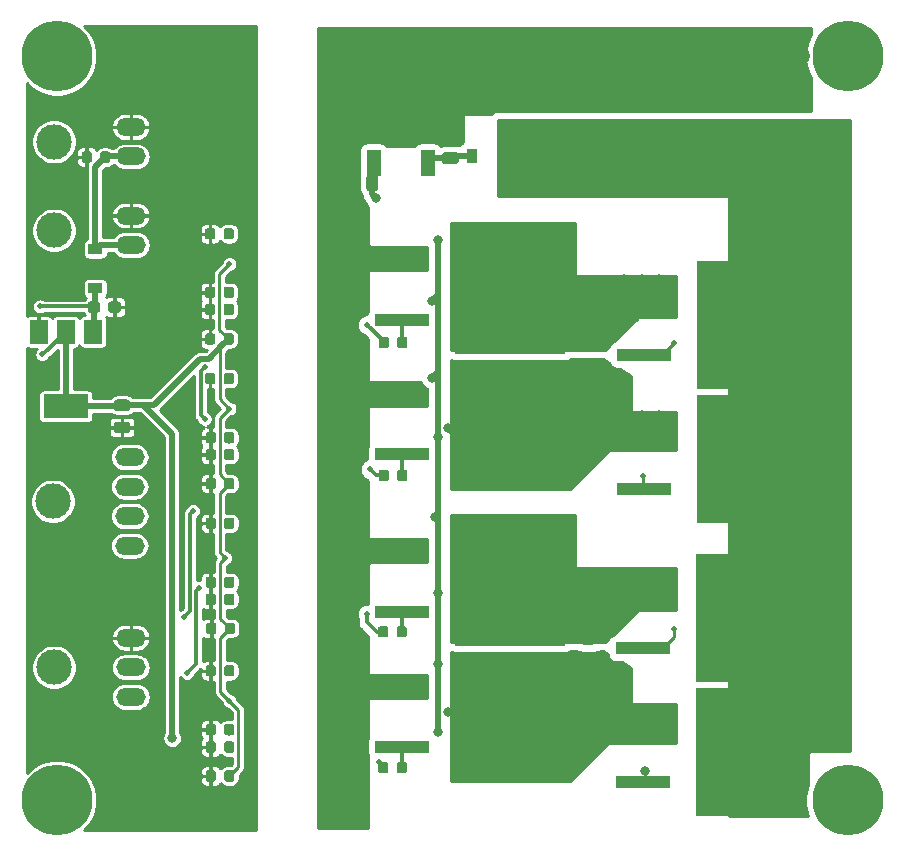
<source format=gbr>
G04 #@! TF.GenerationSoftware,KiCad,Pcbnew,(5.1.2)-1*
G04 #@! TF.CreationDate,2019-09-19T23:19:24+09:00*
G04 #@! TF.ProjectId,Slapnir,536c6170-6e69-4722-9e6b-696361645f70,rev?*
G04 #@! TF.SameCoordinates,Original*
G04 #@! TF.FileFunction,Copper,L2,Bot*
G04 #@! TF.FilePolarity,Positive*
%FSLAX46Y46*%
G04 Gerber Fmt 4.6, Leading zero omitted, Abs format (unit mm)*
G04 Created by KiCad (PCBNEW (5.1.2)-1) date 2019-09-19 23:19:24*
%MOMM*%
%LPD*%
G04 APERTURE LIST*
%ADD10C,0.100000*%
%ADD11C,0.875000*%
%ADD12C,0.975000*%
%ADD13R,2.400000X2.400000*%
%ADD14C,2.400000*%
%ADD15R,1.200000X0.900000*%
%ADD16O,2.500000X1.500000*%
%ADD17C,3.000000*%
%ADD18C,6.500000*%
%ADD19R,9.400000X10.800000*%
%ADD20R,4.600000X1.100000*%
%ADD21R,3.800000X2.000000*%
%ADD22R,1.500000X2.000000*%
%ADD23R,1.200000X2.200000*%
%ADD24R,5.800000X6.400000*%
%ADD25C,0.950000*%
%ADD26R,0.900000X1.200000*%
%ADD27C,6.000000*%
%ADD28C,0.500000*%
%ADD29C,0.800000*%
%ADD30C,1.500000*%
%ADD31C,0.500000*%
%ADD32C,0.300000*%
%ADD33C,0.250000*%
%ADD34C,0.254000*%
G04 APERTURE END LIST*
D10*
G36*
X121327691Y-46076053D02*
G01*
X121348926Y-46079203D01*
X121369750Y-46084419D01*
X121389962Y-46091651D01*
X121409368Y-46100830D01*
X121427781Y-46111866D01*
X121445024Y-46124654D01*
X121460930Y-46139070D01*
X121475346Y-46154976D01*
X121488134Y-46172219D01*
X121499170Y-46190632D01*
X121508349Y-46210038D01*
X121515581Y-46230250D01*
X121520797Y-46251074D01*
X121523947Y-46272309D01*
X121525000Y-46293750D01*
X121525000Y-46806250D01*
X121523947Y-46827691D01*
X121520797Y-46848926D01*
X121515581Y-46869750D01*
X121508349Y-46889962D01*
X121499170Y-46909368D01*
X121488134Y-46927781D01*
X121475346Y-46945024D01*
X121460930Y-46960930D01*
X121445024Y-46975346D01*
X121427781Y-46988134D01*
X121409368Y-46999170D01*
X121389962Y-47008349D01*
X121369750Y-47015581D01*
X121348926Y-47020797D01*
X121327691Y-47023947D01*
X121306250Y-47025000D01*
X120868750Y-47025000D01*
X120847309Y-47023947D01*
X120826074Y-47020797D01*
X120805250Y-47015581D01*
X120785038Y-47008349D01*
X120765632Y-46999170D01*
X120747219Y-46988134D01*
X120729976Y-46975346D01*
X120714070Y-46960930D01*
X120699654Y-46945024D01*
X120686866Y-46927781D01*
X120675830Y-46909368D01*
X120666651Y-46889962D01*
X120659419Y-46869750D01*
X120654203Y-46848926D01*
X120651053Y-46827691D01*
X120650000Y-46806250D01*
X120650000Y-46293750D01*
X120651053Y-46272309D01*
X120654203Y-46251074D01*
X120659419Y-46230250D01*
X120666651Y-46210038D01*
X120675830Y-46190632D01*
X120686866Y-46172219D01*
X120699654Y-46154976D01*
X120714070Y-46139070D01*
X120729976Y-46124654D01*
X120747219Y-46111866D01*
X120765632Y-46100830D01*
X120785038Y-46091651D01*
X120805250Y-46084419D01*
X120826074Y-46079203D01*
X120847309Y-46076053D01*
X120868750Y-46075000D01*
X121306250Y-46075000D01*
X121327691Y-46076053D01*
X121327691Y-46076053D01*
G37*
D11*
X121087500Y-46550000D03*
D10*
G36*
X119752691Y-46076053D02*
G01*
X119773926Y-46079203D01*
X119794750Y-46084419D01*
X119814962Y-46091651D01*
X119834368Y-46100830D01*
X119852781Y-46111866D01*
X119870024Y-46124654D01*
X119885930Y-46139070D01*
X119900346Y-46154976D01*
X119913134Y-46172219D01*
X119924170Y-46190632D01*
X119933349Y-46210038D01*
X119940581Y-46230250D01*
X119945797Y-46251074D01*
X119948947Y-46272309D01*
X119950000Y-46293750D01*
X119950000Y-46806250D01*
X119948947Y-46827691D01*
X119945797Y-46848926D01*
X119940581Y-46869750D01*
X119933349Y-46889962D01*
X119924170Y-46909368D01*
X119913134Y-46927781D01*
X119900346Y-46945024D01*
X119885930Y-46960930D01*
X119870024Y-46975346D01*
X119852781Y-46988134D01*
X119834368Y-46999170D01*
X119814962Y-47008349D01*
X119794750Y-47015581D01*
X119773926Y-47020797D01*
X119752691Y-47023947D01*
X119731250Y-47025000D01*
X119293750Y-47025000D01*
X119272309Y-47023947D01*
X119251074Y-47020797D01*
X119230250Y-47015581D01*
X119210038Y-47008349D01*
X119190632Y-46999170D01*
X119172219Y-46988134D01*
X119154976Y-46975346D01*
X119139070Y-46960930D01*
X119124654Y-46945024D01*
X119111866Y-46927781D01*
X119100830Y-46909368D01*
X119091651Y-46889962D01*
X119084419Y-46869750D01*
X119079203Y-46848926D01*
X119076053Y-46827691D01*
X119075000Y-46806250D01*
X119075000Y-46293750D01*
X119076053Y-46272309D01*
X119079203Y-46251074D01*
X119084419Y-46230250D01*
X119091651Y-46210038D01*
X119100830Y-46190632D01*
X119111866Y-46172219D01*
X119124654Y-46154976D01*
X119139070Y-46139070D01*
X119154976Y-46124654D01*
X119172219Y-46111866D01*
X119190632Y-46100830D01*
X119210038Y-46091651D01*
X119230250Y-46084419D01*
X119251074Y-46079203D01*
X119272309Y-46076053D01*
X119293750Y-46075000D01*
X119731250Y-46075000D01*
X119752691Y-46076053D01*
X119752691Y-46076053D01*
G37*
D11*
X119512500Y-46550000D03*
D10*
G36*
X122980142Y-67076174D02*
G01*
X123003803Y-67079684D01*
X123027007Y-67085496D01*
X123049529Y-67093554D01*
X123071153Y-67103782D01*
X123091670Y-67116079D01*
X123110883Y-67130329D01*
X123128607Y-67146393D01*
X123144671Y-67164117D01*
X123158921Y-67183330D01*
X123171218Y-67203847D01*
X123181446Y-67225471D01*
X123189504Y-67247993D01*
X123195316Y-67271197D01*
X123198826Y-67294858D01*
X123200000Y-67318750D01*
X123200000Y-67806250D01*
X123198826Y-67830142D01*
X123195316Y-67853803D01*
X123189504Y-67877007D01*
X123181446Y-67899529D01*
X123171218Y-67921153D01*
X123158921Y-67941670D01*
X123144671Y-67960883D01*
X123128607Y-67978607D01*
X123110883Y-67994671D01*
X123091670Y-68008921D01*
X123071153Y-68021218D01*
X123049529Y-68031446D01*
X123027007Y-68039504D01*
X123003803Y-68045316D01*
X122980142Y-68048826D01*
X122956250Y-68050000D01*
X122043750Y-68050000D01*
X122019858Y-68048826D01*
X121996197Y-68045316D01*
X121972993Y-68039504D01*
X121950471Y-68031446D01*
X121928847Y-68021218D01*
X121908330Y-68008921D01*
X121889117Y-67994671D01*
X121871393Y-67978607D01*
X121855329Y-67960883D01*
X121841079Y-67941670D01*
X121828782Y-67921153D01*
X121818554Y-67899529D01*
X121810496Y-67877007D01*
X121804684Y-67853803D01*
X121801174Y-67830142D01*
X121800000Y-67806250D01*
X121800000Y-67318750D01*
X121801174Y-67294858D01*
X121804684Y-67271197D01*
X121810496Y-67247993D01*
X121818554Y-67225471D01*
X121828782Y-67203847D01*
X121841079Y-67183330D01*
X121855329Y-67164117D01*
X121871393Y-67146393D01*
X121889117Y-67130329D01*
X121908330Y-67116079D01*
X121928847Y-67103782D01*
X121950471Y-67093554D01*
X121972993Y-67085496D01*
X121996197Y-67079684D01*
X122019858Y-67076174D01*
X122043750Y-67075000D01*
X122956250Y-67075000D01*
X122980142Y-67076174D01*
X122980142Y-67076174D01*
G37*
D12*
X122500000Y-67562500D03*
D10*
G36*
X122980142Y-68951174D02*
G01*
X123003803Y-68954684D01*
X123027007Y-68960496D01*
X123049529Y-68968554D01*
X123071153Y-68978782D01*
X123091670Y-68991079D01*
X123110883Y-69005329D01*
X123128607Y-69021393D01*
X123144671Y-69039117D01*
X123158921Y-69058330D01*
X123171218Y-69078847D01*
X123181446Y-69100471D01*
X123189504Y-69122993D01*
X123195316Y-69146197D01*
X123198826Y-69169858D01*
X123200000Y-69193750D01*
X123200000Y-69681250D01*
X123198826Y-69705142D01*
X123195316Y-69728803D01*
X123189504Y-69752007D01*
X123181446Y-69774529D01*
X123171218Y-69796153D01*
X123158921Y-69816670D01*
X123144671Y-69835883D01*
X123128607Y-69853607D01*
X123110883Y-69869671D01*
X123091670Y-69883921D01*
X123071153Y-69896218D01*
X123049529Y-69906446D01*
X123027007Y-69914504D01*
X123003803Y-69920316D01*
X122980142Y-69923826D01*
X122956250Y-69925000D01*
X122043750Y-69925000D01*
X122019858Y-69923826D01*
X121996197Y-69920316D01*
X121972993Y-69914504D01*
X121950471Y-69906446D01*
X121928847Y-69896218D01*
X121908330Y-69883921D01*
X121889117Y-69869671D01*
X121871393Y-69853607D01*
X121855329Y-69835883D01*
X121841079Y-69816670D01*
X121828782Y-69796153D01*
X121818554Y-69774529D01*
X121810496Y-69752007D01*
X121804684Y-69728803D01*
X121801174Y-69705142D01*
X121800000Y-69681250D01*
X121800000Y-69193750D01*
X121801174Y-69169858D01*
X121804684Y-69146197D01*
X121810496Y-69122993D01*
X121818554Y-69100471D01*
X121828782Y-69078847D01*
X121841079Y-69058330D01*
X121855329Y-69039117D01*
X121871393Y-69021393D01*
X121889117Y-69005329D01*
X121908330Y-68991079D01*
X121928847Y-68978782D01*
X121950471Y-68968554D01*
X121972993Y-68960496D01*
X121996197Y-68954684D01*
X122019858Y-68951174D01*
X122043750Y-68950000D01*
X122956250Y-68950000D01*
X122980142Y-68951174D01*
X122980142Y-68951174D01*
G37*
D12*
X122500000Y-69437500D03*
D10*
G36*
X131777691Y-61476053D02*
G01*
X131798926Y-61479203D01*
X131819750Y-61484419D01*
X131839962Y-61491651D01*
X131859368Y-61500830D01*
X131877781Y-61511866D01*
X131895024Y-61524654D01*
X131910930Y-61539070D01*
X131925346Y-61554976D01*
X131938134Y-61572219D01*
X131949170Y-61590632D01*
X131958349Y-61610038D01*
X131965581Y-61630250D01*
X131970797Y-61651074D01*
X131973947Y-61672309D01*
X131975000Y-61693750D01*
X131975000Y-62206250D01*
X131973947Y-62227691D01*
X131970797Y-62248926D01*
X131965581Y-62269750D01*
X131958349Y-62289962D01*
X131949170Y-62309368D01*
X131938134Y-62327781D01*
X131925346Y-62345024D01*
X131910930Y-62360930D01*
X131895024Y-62375346D01*
X131877781Y-62388134D01*
X131859368Y-62399170D01*
X131839962Y-62408349D01*
X131819750Y-62415581D01*
X131798926Y-62420797D01*
X131777691Y-62423947D01*
X131756250Y-62425000D01*
X131318750Y-62425000D01*
X131297309Y-62423947D01*
X131276074Y-62420797D01*
X131255250Y-62415581D01*
X131235038Y-62408349D01*
X131215632Y-62399170D01*
X131197219Y-62388134D01*
X131179976Y-62375346D01*
X131164070Y-62360930D01*
X131149654Y-62345024D01*
X131136866Y-62327781D01*
X131125830Y-62309368D01*
X131116651Y-62289962D01*
X131109419Y-62269750D01*
X131104203Y-62248926D01*
X131101053Y-62227691D01*
X131100000Y-62206250D01*
X131100000Y-61693750D01*
X131101053Y-61672309D01*
X131104203Y-61651074D01*
X131109419Y-61630250D01*
X131116651Y-61610038D01*
X131125830Y-61590632D01*
X131136866Y-61572219D01*
X131149654Y-61554976D01*
X131164070Y-61539070D01*
X131179976Y-61524654D01*
X131197219Y-61511866D01*
X131215632Y-61500830D01*
X131235038Y-61491651D01*
X131255250Y-61484419D01*
X131276074Y-61479203D01*
X131297309Y-61476053D01*
X131318750Y-61475000D01*
X131756250Y-61475000D01*
X131777691Y-61476053D01*
X131777691Y-61476053D01*
G37*
D11*
X131537500Y-61950000D03*
D10*
G36*
X130202691Y-61476053D02*
G01*
X130223926Y-61479203D01*
X130244750Y-61484419D01*
X130264962Y-61491651D01*
X130284368Y-61500830D01*
X130302781Y-61511866D01*
X130320024Y-61524654D01*
X130335930Y-61539070D01*
X130350346Y-61554976D01*
X130363134Y-61572219D01*
X130374170Y-61590632D01*
X130383349Y-61610038D01*
X130390581Y-61630250D01*
X130395797Y-61651074D01*
X130398947Y-61672309D01*
X130400000Y-61693750D01*
X130400000Y-62206250D01*
X130398947Y-62227691D01*
X130395797Y-62248926D01*
X130390581Y-62269750D01*
X130383349Y-62289962D01*
X130374170Y-62309368D01*
X130363134Y-62327781D01*
X130350346Y-62345024D01*
X130335930Y-62360930D01*
X130320024Y-62375346D01*
X130302781Y-62388134D01*
X130284368Y-62399170D01*
X130264962Y-62408349D01*
X130244750Y-62415581D01*
X130223926Y-62420797D01*
X130202691Y-62423947D01*
X130181250Y-62425000D01*
X129743750Y-62425000D01*
X129722309Y-62423947D01*
X129701074Y-62420797D01*
X129680250Y-62415581D01*
X129660038Y-62408349D01*
X129640632Y-62399170D01*
X129622219Y-62388134D01*
X129604976Y-62375346D01*
X129589070Y-62360930D01*
X129574654Y-62345024D01*
X129561866Y-62327781D01*
X129550830Y-62309368D01*
X129541651Y-62289962D01*
X129534419Y-62269750D01*
X129529203Y-62248926D01*
X129526053Y-62227691D01*
X129525000Y-62206250D01*
X129525000Y-61693750D01*
X129526053Y-61672309D01*
X129529203Y-61651074D01*
X129534419Y-61630250D01*
X129541651Y-61610038D01*
X129550830Y-61590632D01*
X129561866Y-61572219D01*
X129574654Y-61554976D01*
X129589070Y-61539070D01*
X129604976Y-61524654D01*
X129622219Y-61511866D01*
X129640632Y-61500830D01*
X129660038Y-61491651D01*
X129680250Y-61484419D01*
X129701074Y-61479203D01*
X129722309Y-61476053D01*
X129743750Y-61475000D01*
X130181250Y-61475000D01*
X130202691Y-61476053D01*
X130202691Y-61476053D01*
G37*
D11*
X129962500Y-61950000D03*
D10*
G36*
X130252691Y-73726053D02*
G01*
X130273926Y-73729203D01*
X130294750Y-73734419D01*
X130314962Y-73741651D01*
X130334368Y-73750830D01*
X130352781Y-73761866D01*
X130370024Y-73774654D01*
X130385930Y-73789070D01*
X130400346Y-73804976D01*
X130413134Y-73822219D01*
X130424170Y-73840632D01*
X130433349Y-73860038D01*
X130440581Y-73880250D01*
X130445797Y-73901074D01*
X130448947Y-73922309D01*
X130450000Y-73943750D01*
X130450000Y-74456250D01*
X130448947Y-74477691D01*
X130445797Y-74498926D01*
X130440581Y-74519750D01*
X130433349Y-74539962D01*
X130424170Y-74559368D01*
X130413134Y-74577781D01*
X130400346Y-74595024D01*
X130385930Y-74610930D01*
X130370024Y-74625346D01*
X130352781Y-74638134D01*
X130334368Y-74649170D01*
X130314962Y-74658349D01*
X130294750Y-74665581D01*
X130273926Y-74670797D01*
X130252691Y-74673947D01*
X130231250Y-74675000D01*
X129793750Y-74675000D01*
X129772309Y-74673947D01*
X129751074Y-74670797D01*
X129730250Y-74665581D01*
X129710038Y-74658349D01*
X129690632Y-74649170D01*
X129672219Y-74638134D01*
X129654976Y-74625346D01*
X129639070Y-74610930D01*
X129624654Y-74595024D01*
X129611866Y-74577781D01*
X129600830Y-74559368D01*
X129591651Y-74539962D01*
X129584419Y-74519750D01*
X129579203Y-74498926D01*
X129576053Y-74477691D01*
X129575000Y-74456250D01*
X129575000Y-73943750D01*
X129576053Y-73922309D01*
X129579203Y-73901074D01*
X129584419Y-73880250D01*
X129591651Y-73860038D01*
X129600830Y-73840632D01*
X129611866Y-73822219D01*
X129624654Y-73804976D01*
X129639070Y-73789070D01*
X129654976Y-73774654D01*
X129672219Y-73761866D01*
X129690632Y-73750830D01*
X129710038Y-73741651D01*
X129730250Y-73734419D01*
X129751074Y-73729203D01*
X129772309Y-73726053D01*
X129793750Y-73725000D01*
X130231250Y-73725000D01*
X130252691Y-73726053D01*
X130252691Y-73726053D01*
G37*
D11*
X130012500Y-74200000D03*
D10*
G36*
X131827691Y-73726053D02*
G01*
X131848926Y-73729203D01*
X131869750Y-73734419D01*
X131889962Y-73741651D01*
X131909368Y-73750830D01*
X131927781Y-73761866D01*
X131945024Y-73774654D01*
X131960930Y-73789070D01*
X131975346Y-73804976D01*
X131988134Y-73822219D01*
X131999170Y-73840632D01*
X132008349Y-73860038D01*
X132015581Y-73880250D01*
X132020797Y-73901074D01*
X132023947Y-73922309D01*
X132025000Y-73943750D01*
X132025000Y-74456250D01*
X132023947Y-74477691D01*
X132020797Y-74498926D01*
X132015581Y-74519750D01*
X132008349Y-74539962D01*
X131999170Y-74559368D01*
X131988134Y-74577781D01*
X131975346Y-74595024D01*
X131960930Y-74610930D01*
X131945024Y-74625346D01*
X131927781Y-74638134D01*
X131909368Y-74649170D01*
X131889962Y-74658349D01*
X131869750Y-74665581D01*
X131848926Y-74670797D01*
X131827691Y-74673947D01*
X131806250Y-74675000D01*
X131368750Y-74675000D01*
X131347309Y-74673947D01*
X131326074Y-74670797D01*
X131305250Y-74665581D01*
X131285038Y-74658349D01*
X131265632Y-74649170D01*
X131247219Y-74638134D01*
X131229976Y-74625346D01*
X131214070Y-74610930D01*
X131199654Y-74595024D01*
X131186866Y-74577781D01*
X131175830Y-74559368D01*
X131166651Y-74539962D01*
X131159419Y-74519750D01*
X131154203Y-74498926D01*
X131151053Y-74477691D01*
X131150000Y-74456250D01*
X131150000Y-73943750D01*
X131151053Y-73922309D01*
X131154203Y-73901074D01*
X131159419Y-73880250D01*
X131166651Y-73860038D01*
X131175830Y-73840632D01*
X131186866Y-73822219D01*
X131199654Y-73804976D01*
X131214070Y-73789070D01*
X131229976Y-73774654D01*
X131247219Y-73761866D01*
X131265632Y-73750830D01*
X131285038Y-73741651D01*
X131305250Y-73734419D01*
X131326074Y-73729203D01*
X131347309Y-73726053D01*
X131368750Y-73725000D01*
X131806250Y-73725000D01*
X131827691Y-73726053D01*
X131827691Y-73726053D01*
G37*
D11*
X131587500Y-74200000D03*
D10*
G36*
X130302691Y-85976053D02*
G01*
X130323926Y-85979203D01*
X130344750Y-85984419D01*
X130364962Y-85991651D01*
X130384368Y-86000830D01*
X130402781Y-86011866D01*
X130420024Y-86024654D01*
X130435930Y-86039070D01*
X130450346Y-86054976D01*
X130463134Y-86072219D01*
X130474170Y-86090632D01*
X130483349Y-86110038D01*
X130490581Y-86130250D01*
X130495797Y-86151074D01*
X130498947Y-86172309D01*
X130500000Y-86193750D01*
X130500000Y-86706250D01*
X130498947Y-86727691D01*
X130495797Y-86748926D01*
X130490581Y-86769750D01*
X130483349Y-86789962D01*
X130474170Y-86809368D01*
X130463134Y-86827781D01*
X130450346Y-86845024D01*
X130435930Y-86860930D01*
X130420024Y-86875346D01*
X130402781Y-86888134D01*
X130384368Y-86899170D01*
X130364962Y-86908349D01*
X130344750Y-86915581D01*
X130323926Y-86920797D01*
X130302691Y-86923947D01*
X130281250Y-86925000D01*
X129843750Y-86925000D01*
X129822309Y-86923947D01*
X129801074Y-86920797D01*
X129780250Y-86915581D01*
X129760038Y-86908349D01*
X129740632Y-86899170D01*
X129722219Y-86888134D01*
X129704976Y-86875346D01*
X129689070Y-86860930D01*
X129674654Y-86845024D01*
X129661866Y-86827781D01*
X129650830Y-86809368D01*
X129641651Y-86789962D01*
X129634419Y-86769750D01*
X129629203Y-86748926D01*
X129626053Y-86727691D01*
X129625000Y-86706250D01*
X129625000Y-86193750D01*
X129626053Y-86172309D01*
X129629203Y-86151074D01*
X129634419Y-86130250D01*
X129641651Y-86110038D01*
X129650830Y-86090632D01*
X129661866Y-86072219D01*
X129674654Y-86054976D01*
X129689070Y-86039070D01*
X129704976Y-86024654D01*
X129722219Y-86011866D01*
X129740632Y-86000830D01*
X129760038Y-85991651D01*
X129780250Y-85984419D01*
X129801074Y-85979203D01*
X129822309Y-85976053D01*
X129843750Y-85975000D01*
X130281250Y-85975000D01*
X130302691Y-85976053D01*
X130302691Y-85976053D01*
G37*
D11*
X130062500Y-86450000D03*
D10*
G36*
X131877691Y-85976053D02*
G01*
X131898926Y-85979203D01*
X131919750Y-85984419D01*
X131939962Y-85991651D01*
X131959368Y-86000830D01*
X131977781Y-86011866D01*
X131995024Y-86024654D01*
X132010930Y-86039070D01*
X132025346Y-86054976D01*
X132038134Y-86072219D01*
X132049170Y-86090632D01*
X132058349Y-86110038D01*
X132065581Y-86130250D01*
X132070797Y-86151074D01*
X132073947Y-86172309D01*
X132075000Y-86193750D01*
X132075000Y-86706250D01*
X132073947Y-86727691D01*
X132070797Y-86748926D01*
X132065581Y-86769750D01*
X132058349Y-86789962D01*
X132049170Y-86809368D01*
X132038134Y-86827781D01*
X132025346Y-86845024D01*
X132010930Y-86860930D01*
X131995024Y-86875346D01*
X131977781Y-86888134D01*
X131959368Y-86899170D01*
X131939962Y-86908349D01*
X131919750Y-86915581D01*
X131898926Y-86920797D01*
X131877691Y-86923947D01*
X131856250Y-86925000D01*
X131418750Y-86925000D01*
X131397309Y-86923947D01*
X131376074Y-86920797D01*
X131355250Y-86915581D01*
X131335038Y-86908349D01*
X131315632Y-86899170D01*
X131297219Y-86888134D01*
X131279976Y-86875346D01*
X131264070Y-86860930D01*
X131249654Y-86845024D01*
X131236866Y-86827781D01*
X131225830Y-86809368D01*
X131216651Y-86789962D01*
X131209419Y-86769750D01*
X131204203Y-86748926D01*
X131201053Y-86727691D01*
X131200000Y-86706250D01*
X131200000Y-86193750D01*
X131201053Y-86172309D01*
X131204203Y-86151074D01*
X131209419Y-86130250D01*
X131216651Y-86110038D01*
X131225830Y-86090632D01*
X131236866Y-86072219D01*
X131249654Y-86054976D01*
X131264070Y-86039070D01*
X131279976Y-86024654D01*
X131297219Y-86011866D01*
X131315632Y-86000830D01*
X131335038Y-85991651D01*
X131355250Y-85984419D01*
X131376074Y-85979203D01*
X131397309Y-85976053D01*
X131418750Y-85975000D01*
X131856250Y-85975000D01*
X131877691Y-85976053D01*
X131877691Y-85976053D01*
G37*
D11*
X131637500Y-86450000D03*
D10*
G36*
X131827691Y-98476053D02*
G01*
X131848926Y-98479203D01*
X131869750Y-98484419D01*
X131889962Y-98491651D01*
X131909368Y-98500830D01*
X131927781Y-98511866D01*
X131945024Y-98524654D01*
X131960930Y-98539070D01*
X131975346Y-98554976D01*
X131988134Y-98572219D01*
X131999170Y-98590632D01*
X132008349Y-98610038D01*
X132015581Y-98630250D01*
X132020797Y-98651074D01*
X132023947Y-98672309D01*
X132025000Y-98693750D01*
X132025000Y-99206250D01*
X132023947Y-99227691D01*
X132020797Y-99248926D01*
X132015581Y-99269750D01*
X132008349Y-99289962D01*
X131999170Y-99309368D01*
X131988134Y-99327781D01*
X131975346Y-99345024D01*
X131960930Y-99360930D01*
X131945024Y-99375346D01*
X131927781Y-99388134D01*
X131909368Y-99399170D01*
X131889962Y-99408349D01*
X131869750Y-99415581D01*
X131848926Y-99420797D01*
X131827691Y-99423947D01*
X131806250Y-99425000D01*
X131368750Y-99425000D01*
X131347309Y-99423947D01*
X131326074Y-99420797D01*
X131305250Y-99415581D01*
X131285038Y-99408349D01*
X131265632Y-99399170D01*
X131247219Y-99388134D01*
X131229976Y-99375346D01*
X131214070Y-99360930D01*
X131199654Y-99345024D01*
X131186866Y-99327781D01*
X131175830Y-99309368D01*
X131166651Y-99289962D01*
X131159419Y-99269750D01*
X131154203Y-99248926D01*
X131151053Y-99227691D01*
X131150000Y-99206250D01*
X131150000Y-98693750D01*
X131151053Y-98672309D01*
X131154203Y-98651074D01*
X131159419Y-98630250D01*
X131166651Y-98610038D01*
X131175830Y-98590632D01*
X131186866Y-98572219D01*
X131199654Y-98554976D01*
X131214070Y-98539070D01*
X131229976Y-98524654D01*
X131247219Y-98511866D01*
X131265632Y-98500830D01*
X131285038Y-98491651D01*
X131305250Y-98484419D01*
X131326074Y-98479203D01*
X131347309Y-98476053D01*
X131368750Y-98475000D01*
X131806250Y-98475000D01*
X131827691Y-98476053D01*
X131827691Y-98476053D01*
G37*
D11*
X131587500Y-98950000D03*
D10*
G36*
X130252691Y-98476053D02*
G01*
X130273926Y-98479203D01*
X130294750Y-98484419D01*
X130314962Y-98491651D01*
X130334368Y-98500830D01*
X130352781Y-98511866D01*
X130370024Y-98524654D01*
X130385930Y-98539070D01*
X130400346Y-98554976D01*
X130413134Y-98572219D01*
X130424170Y-98590632D01*
X130433349Y-98610038D01*
X130440581Y-98630250D01*
X130445797Y-98651074D01*
X130448947Y-98672309D01*
X130450000Y-98693750D01*
X130450000Y-99206250D01*
X130448947Y-99227691D01*
X130445797Y-99248926D01*
X130440581Y-99269750D01*
X130433349Y-99289962D01*
X130424170Y-99309368D01*
X130413134Y-99327781D01*
X130400346Y-99345024D01*
X130385930Y-99360930D01*
X130370024Y-99375346D01*
X130352781Y-99388134D01*
X130334368Y-99399170D01*
X130314962Y-99408349D01*
X130294750Y-99415581D01*
X130273926Y-99420797D01*
X130252691Y-99423947D01*
X130231250Y-99425000D01*
X129793750Y-99425000D01*
X129772309Y-99423947D01*
X129751074Y-99420797D01*
X129730250Y-99415581D01*
X129710038Y-99408349D01*
X129690632Y-99399170D01*
X129672219Y-99388134D01*
X129654976Y-99375346D01*
X129639070Y-99360930D01*
X129624654Y-99345024D01*
X129611866Y-99327781D01*
X129600830Y-99309368D01*
X129591651Y-99289962D01*
X129584419Y-99269750D01*
X129579203Y-99248926D01*
X129576053Y-99227691D01*
X129575000Y-99206250D01*
X129575000Y-98693750D01*
X129576053Y-98672309D01*
X129579203Y-98651074D01*
X129584419Y-98630250D01*
X129591651Y-98610038D01*
X129600830Y-98590632D01*
X129611866Y-98572219D01*
X129624654Y-98554976D01*
X129639070Y-98539070D01*
X129654976Y-98524654D01*
X129672219Y-98511866D01*
X129690632Y-98500830D01*
X129710038Y-98491651D01*
X129730250Y-98484419D01*
X129751074Y-98479203D01*
X129772309Y-98476053D01*
X129793750Y-98475000D01*
X130231250Y-98475000D01*
X130252691Y-98476053D01*
X130252691Y-98476053D01*
G37*
D11*
X130012500Y-98950000D03*
D13*
X156900000Y-44700000D03*
D14*
X156900000Y-39700000D03*
D10*
G36*
X164630142Y-41626174D02*
G01*
X164653803Y-41629684D01*
X164677007Y-41635496D01*
X164699529Y-41643554D01*
X164721153Y-41653782D01*
X164741670Y-41666079D01*
X164760883Y-41680329D01*
X164778607Y-41696393D01*
X164794671Y-41714117D01*
X164808921Y-41733330D01*
X164821218Y-41753847D01*
X164831446Y-41775471D01*
X164839504Y-41797993D01*
X164845316Y-41821197D01*
X164848826Y-41844858D01*
X164850000Y-41868750D01*
X164850000Y-42356250D01*
X164848826Y-42380142D01*
X164845316Y-42403803D01*
X164839504Y-42427007D01*
X164831446Y-42449529D01*
X164821218Y-42471153D01*
X164808921Y-42491670D01*
X164794671Y-42510883D01*
X164778607Y-42528607D01*
X164760883Y-42544671D01*
X164741670Y-42558921D01*
X164721153Y-42571218D01*
X164699529Y-42581446D01*
X164677007Y-42589504D01*
X164653803Y-42595316D01*
X164630142Y-42598826D01*
X164606250Y-42600000D01*
X163693750Y-42600000D01*
X163669858Y-42598826D01*
X163646197Y-42595316D01*
X163622993Y-42589504D01*
X163600471Y-42581446D01*
X163578847Y-42571218D01*
X163558330Y-42558921D01*
X163539117Y-42544671D01*
X163521393Y-42528607D01*
X163505329Y-42510883D01*
X163491079Y-42491670D01*
X163478782Y-42471153D01*
X163468554Y-42449529D01*
X163460496Y-42427007D01*
X163454684Y-42403803D01*
X163451174Y-42380142D01*
X163450000Y-42356250D01*
X163450000Y-41868750D01*
X163451174Y-41844858D01*
X163454684Y-41821197D01*
X163460496Y-41797993D01*
X163468554Y-41775471D01*
X163478782Y-41753847D01*
X163491079Y-41733330D01*
X163505329Y-41714117D01*
X163521393Y-41696393D01*
X163539117Y-41680329D01*
X163558330Y-41666079D01*
X163578847Y-41653782D01*
X163600471Y-41643554D01*
X163622993Y-41635496D01*
X163646197Y-41629684D01*
X163669858Y-41626174D01*
X163693750Y-41625000D01*
X164606250Y-41625000D01*
X164630142Y-41626174D01*
X164630142Y-41626174D01*
G37*
D12*
X164150000Y-42112500D03*
D10*
G36*
X164630142Y-43501174D02*
G01*
X164653803Y-43504684D01*
X164677007Y-43510496D01*
X164699529Y-43518554D01*
X164721153Y-43528782D01*
X164741670Y-43541079D01*
X164760883Y-43555329D01*
X164778607Y-43571393D01*
X164794671Y-43589117D01*
X164808921Y-43608330D01*
X164821218Y-43628847D01*
X164831446Y-43650471D01*
X164839504Y-43672993D01*
X164845316Y-43696197D01*
X164848826Y-43719858D01*
X164850000Y-43743750D01*
X164850000Y-44231250D01*
X164848826Y-44255142D01*
X164845316Y-44278803D01*
X164839504Y-44302007D01*
X164831446Y-44324529D01*
X164821218Y-44346153D01*
X164808921Y-44366670D01*
X164794671Y-44385883D01*
X164778607Y-44403607D01*
X164760883Y-44419671D01*
X164741670Y-44433921D01*
X164721153Y-44446218D01*
X164699529Y-44456446D01*
X164677007Y-44464504D01*
X164653803Y-44470316D01*
X164630142Y-44473826D01*
X164606250Y-44475000D01*
X163693750Y-44475000D01*
X163669858Y-44473826D01*
X163646197Y-44470316D01*
X163622993Y-44464504D01*
X163600471Y-44456446D01*
X163578847Y-44446218D01*
X163558330Y-44433921D01*
X163539117Y-44419671D01*
X163521393Y-44403607D01*
X163505329Y-44385883D01*
X163491079Y-44366670D01*
X163478782Y-44346153D01*
X163468554Y-44324529D01*
X163460496Y-44302007D01*
X163454684Y-44278803D01*
X163451174Y-44255142D01*
X163450000Y-44231250D01*
X163450000Y-43743750D01*
X163451174Y-43719858D01*
X163454684Y-43696197D01*
X163460496Y-43672993D01*
X163468554Y-43650471D01*
X163478782Y-43628847D01*
X163491079Y-43608330D01*
X163505329Y-43589117D01*
X163521393Y-43571393D01*
X163539117Y-43555329D01*
X163558330Y-43541079D01*
X163578847Y-43528782D01*
X163600471Y-43518554D01*
X163622993Y-43510496D01*
X163646197Y-43504684D01*
X163669858Y-43501174D01*
X163693750Y-43500000D01*
X164606250Y-43500000D01*
X164630142Y-43501174D01*
X164630142Y-43501174D01*
G37*
D12*
X164150000Y-43987500D03*
D10*
G36*
X180530142Y-43501174D02*
G01*
X180553803Y-43504684D01*
X180577007Y-43510496D01*
X180599529Y-43518554D01*
X180621153Y-43528782D01*
X180641670Y-43541079D01*
X180660883Y-43555329D01*
X180678607Y-43571393D01*
X180694671Y-43589117D01*
X180708921Y-43608330D01*
X180721218Y-43628847D01*
X180731446Y-43650471D01*
X180739504Y-43672993D01*
X180745316Y-43696197D01*
X180748826Y-43719858D01*
X180750000Y-43743750D01*
X180750000Y-44231250D01*
X180748826Y-44255142D01*
X180745316Y-44278803D01*
X180739504Y-44302007D01*
X180731446Y-44324529D01*
X180721218Y-44346153D01*
X180708921Y-44366670D01*
X180694671Y-44385883D01*
X180678607Y-44403607D01*
X180660883Y-44419671D01*
X180641670Y-44433921D01*
X180621153Y-44446218D01*
X180599529Y-44456446D01*
X180577007Y-44464504D01*
X180553803Y-44470316D01*
X180530142Y-44473826D01*
X180506250Y-44475000D01*
X179593750Y-44475000D01*
X179569858Y-44473826D01*
X179546197Y-44470316D01*
X179522993Y-44464504D01*
X179500471Y-44456446D01*
X179478847Y-44446218D01*
X179458330Y-44433921D01*
X179439117Y-44419671D01*
X179421393Y-44403607D01*
X179405329Y-44385883D01*
X179391079Y-44366670D01*
X179378782Y-44346153D01*
X179368554Y-44324529D01*
X179360496Y-44302007D01*
X179354684Y-44278803D01*
X179351174Y-44255142D01*
X179350000Y-44231250D01*
X179350000Y-43743750D01*
X179351174Y-43719858D01*
X179354684Y-43696197D01*
X179360496Y-43672993D01*
X179368554Y-43650471D01*
X179378782Y-43628847D01*
X179391079Y-43608330D01*
X179405329Y-43589117D01*
X179421393Y-43571393D01*
X179439117Y-43555329D01*
X179458330Y-43541079D01*
X179478847Y-43528782D01*
X179500471Y-43518554D01*
X179522993Y-43510496D01*
X179546197Y-43504684D01*
X179569858Y-43501174D01*
X179593750Y-43500000D01*
X180506250Y-43500000D01*
X180530142Y-43501174D01*
X180530142Y-43501174D01*
G37*
D12*
X180050000Y-43987500D03*
D10*
G36*
X180530142Y-41626174D02*
G01*
X180553803Y-41629684D01*
X180577007Y-41635496D01*
X180599529Y-41643554D01*
X180621153Y-41653782D01*
X180641670Y-41666079D01*
X180660883Y-41680329D01*
X180678607Y-41696393D01*
X180694671Y-41714117D01*
X180708921Y-41733330D01*
X180721218Y-41753847D01*
X180731446Y-41775471D01*
X180739504Y-41797993D01*
X180745316Y-41821197D01*
X180748826Y-41844858D01*
X180750000Y-41868750D01*
X180750000Y-42356250D01*
X180748826Y-42380142D01*
X180745316Y-42403803D01*
X180739504Y-42427007D01*
X180731446Y-42449529D01*
X180721218Y-42471153D01*
X180708921Y-42491670D01*
X180694671Y-42510883D01*
X180678607Y-42528607D01*
X180660883Y-42544671D01*
X180641670Y-42558921D01*
X180621153Y-42571218D01*
X180599529Y-42581446D01*
X180577007Y-42589504D01*
X180553803Y-42595316D01*
X180530142Y-42598826D01*
X180506250Y-42600000D01*
X179593750Y-42600000D01*
X179569858Y-42598826D01*
X179546197Y-42595316D01*
X179522993Y-42589504D01*
X179500471Y-42581446D01*
X179478847Y-42571218D01*
X179458330Y-42558921D01*
X179439117Y-42544671D01*
X179421393Y-42528607D01*
X179405329Y-42510883D01*
X179391079Y-42491670D01*
X179378782Y-42471153D01*
X179368554Y-42449529D01*
X179360496Y-42427007D01*
X179354684Y-42403803D01*
X179351174Y-42380142D01*
X179350000Y-42356250D01*
X179350000Y-41868750D01*
X179351174Y-41844858D01*
X179354684Y-41821197D01*
X179360496Y-41797993D01*
X179368554Y-41775471D01*
X179378782Y-41753847D01*
X179391079Y-41733330D01*
X179405329Y-41714117D01*
X179421393Y-41696393D01*
X179439117Y-41680329D01*
X179458330Y-41666079D01*
X179478847Y-41653782D01*
X179500471Y-41643554D01*
X179522993Y-41635496D01*
X179546197Y-41629684D01*
X179569858Y-41626174D01*
X179593750Y-41625000D01*
X180506250Y-41625000D01*
X180530142Y-41626174D01*
X180530142Y-41626174D01*
G37*
D12*
X180050000Y-42112500D03*
D15*
X120250000Y-57650000D03*
X120250000Y-54350000D03*
D16*
X123250000Y-51500000D03*
X123250000Y-54000000D03*
D17*
X116750000Y-52750000D03*
X116750000Y-45250000D03*
D16*
X123250000Y-46500000D03*
X123250000Y-44000000D03*
D17*
X116650000Y-75700000D03*
D16*
X123150000Y-79450000D03*
X123150000Y-76950000D03*
X123150000Y-74450000D03*
X123150000Y-71950000D03*
D18*
X168100000Y-46550000D03*
X168100000Y-39550000D03*
X176700000Y-46550000D03*
X176700000Y-39550000D03*
X162050000Y-59800000D03*
X162050000Y-66800000D03*
X162000000Y-91650000D03*
X162000000Y-84650000D03*
D19*
X175825000Y-60750000D03*
D20*
X166675000Y-58210000D03*
X166675000Y-63290000D03*
X146225000Y-60340000D03*
X146225000Y-55260000D03*
D19*
X155375000Y-57800000D03*
X175825000Y-72075000D03*
D20*
X166675000Y-69535000D03*
X166675000Y-74615000D03*
X146225000Y-71690000D03*
X146225000Y-66610000D03*
D19*
X155375000Y-69150000D03*
D20*
X166575000Y-88140000D03*
X166575000Y-83060000D03*
D19*
X175725000Y-85600000D03*
X155375000Y-82500000D03*
D20*
X146225000Y-79960000D03*
X146225000Y-85040000D03*
X166575000Y-99440000D03*
X166575000Y-94360000D03*
D19*
X175725000Y-96900000D03*
X155375000Y-93950000D03*
D20*
X146225000Y-91410000D03*
X146225000Y-96490000D03*
D10*
G36*
X130202691Y-57526053D02*
G01*
X130223926Y-57529203D01*
X130244750Y-57534419D01*
X130264962Y-57541651D01*
X130284368Y-57550830D01*
X130302781Y-57561866D01*
X130320024Y-57574654D01*
X130335930Y-57589070D01*
X130350346Y-57604976D01*
X130363134Y-57622219D01*
X130374170Y-57640632D01*
X130383349Y-57660038D01*
X130390581Y-57680250D01*
X130395797Y-57701074D01*
X130398947Y-57722309D01*
X130400000Y-57743750D01*
X130400000Y-58256250D01*
X130398947Y-58277691D01*
X130395797Y-58298926D01*
X130390581Y-58319750D01*
X130383349Y-58339962D01*
X130374170Y-58359368D01*
X130363134Y-58377781D01*
X130350346Y-58395024D01*
X130335930Y-58410930D01*
X130320024Y-58425346D01*
X130302781Y-58438134D01*
X130284368Y-58449170D01*
X130264962Y-58458349D01*
X130244750Y-58465581D01*
X130223926Y-58470797D01*
X130202691Y-58473947D01*
X130181250Y-58475000D01*
X129743750Y-58475000D01*
X129722309Y-58473947D01*
X129701074Y-58470797D01*
X129680250Y-58465581D01*
X129660038Y-58458349D01*
X129640632Y-58449170D01*
X129622219Y-58438134D01*
X129604976Y-58425346D01*
X129589070Y-58410930D01*
X129574654Y-58395024D01*
X129561866Y-58377781D01*
X129550830Y-58359368D01*
X129541651Y-58339962D01*
X129534419Y-58319750D01*
X129529203Y-58298926D01*
X129526053Y-58277691D01*
X129525000Y-58256250D01*
X129525000Y-57743750D01*
X129526053Y-57722309D01*
X129529203Y-57701074D01*
X129534419Y-57680250D01*
X129541651Y-57660038D01*
X129550830Y-57640632D01*
X129561866Y-57622219D01*
X129574654Y-57604976D01*
X129589070Y-57589070D01*
X129604976Y-57574654D01*
X129622219Y-57561866D01*
X129640632Y-57550830D01*
X129660038Y-57541651D01*
X129680250Y-57534419D01*
X129701074Y-57529203D01*
X129722309Y-57526053D01*
X129743750Y-57525000D01*
X130181250Y-57525000D01*
X130202691Y-57526053D01*
X130202691Y-57526053D01*
G37*
D11*
X129962500Y-58000000D03*
D10*
G36*
X131777691Y-57526053D02*
G01*
X131798926Y-57529203D01*
X131819750Y-57534419D01*
X131839962Y-57541651D01*
X131859368Y-57550830D01*
X131877781Y-57561866D01*
X131895024Y-57574654D01*
X131910930Y-57589070D01*
X131925346Y-57604976D01*
X131938134Y-57622219D01*
X131949170Y-57640632D01*
X131958349Y-57660038D01*
X131965581Y-57680250D01*
X131970797Y-57701074D01*
X131973947Y-57722309D01*
X131975000Y-57743750D01*
X131975000Y-58256250D01*
X131973947Y-58277691D01*
X131970797Y-58298926D01*
X131965581Y-58319750D01*
X131958349Y-58339962D01*
X131949170Y-58359368D01*
X131938134Y-58377781D01*
X131925346Y-58395024D01*
X131910930Y-58410930D01*
X131895024Y-58425346D01*
X131877781Y-58438134D01*
X131859368Y-58449170D01*
X131839962Y-58458349D01*
X131819750Y-58465581D01*
X131798926Y-58470797D01*
X131777691Y-58473947D01*
X131756250Y-58475000D01*
X131318750Y-58475000D01*
X131297309Y-58473947D01*
X131276074Y-58470797D01*
X131255250Y-58465581D01*
X131235038Y-58458349D01*
X131215632Y-58449170D01*
X131197219Y-58438134D01*
X131179976Y-58425346D01*
X131164070Y-58410930D01*
X131149654Y-58395024D01*
X131136866Y-58377781D01*
X131125830Y-58359368D01*
X131116651Y-58339962D01*
X131109419Y-58319750D01*
X131104203Y-58298926D01*
X131101053Y-58277691D01*
X131100000Y-58256250D01*
X131100000Y-57743750D01*
X131101053Y-57722309D01*
X131104203Y-57701074D01*
X131109419Y-57680250D01*
X131116651Y-57660038D01*
X131125830Y-57640632D01*
X131136866Y-57622219D01*
X131149654Y-57604976D01*
X131164070Y-57589070D01*
X131179976Y-57574654D01*
X131197219Y-57561866D01*
X131215632Y-57550830D01*
X131235038Y-57541651D01*
X131255250Y-57534419D01*
X131276074Y-57529203D01*
X131297309Y-57526053D01*
X131318750Y-57525000D01*
X131756250Y-57525000D01*
X131777691Y-57526053D01*
X131777691Y-57526053D01*
G37*
D11*
X131537500Y-58000000D03*
D10*
G36*
X131827691Y-69826053D02*
G01*
X131848926Y-69829203D01*
X131869750Y-69834419D01*
X131889962Y-69841651D01*
X131909368Y-69850830D01*
X131927781Y-69861866D01*
X131945024Y-69874654D01*
X131960930Y-69889070D01*
X131975346Y-69904976D01*
X131988134Y-69922219D01*
X131999170Y-69940632D01*
X132008349Y-69960038D01*
X132015581Y-69980250D01*
X132020797Y-70001074D01*
X132023947Y-70022309D01*
X132025000Y-70043750D01*
X132025000Y-70556250D01*
X132023947Y-70577691D01*
X132020797Y-70598926D01*
X132015581Y-70619750D01*
X132008349Y-70639962D01*
X131999170Y-70659368D01*
X131988134Y-70677781D01*
X131975346Y-70695024D01*
X131960930Y-70710930D01*
X131945024Y-70725346D01*
X131927781Y-70738134D01*
X131909368Y-70749170D01*
X131889962Y-70758349D01*
X131869750Y-70765581D01*
X131848926Y-70770797D01*
X131827691Y-70773947D01*
X131806250Y-70775000D01*
X131368750Y-70775000D01*
X131347309Y-70773947D01*
X131326074Y-70770797D01*
X131305250Y-70765581D01*
X131285038Y-70758349D01*
X131265632Y-70749170D01*
X131247219Y-70738134D01*
X131229976Y-70725346D01*
X131214070Y-70710930D01*
X131199654Y-70695024D01*
X131186866Y-70677781D01*
X131175830Y-70659368D01*
X131166651Y-70639962D01*
X131159419Y-70619750D01*
X131154203Y-70598926D01*
X131151053Y-70577691D01*
X131150000Y-70556250D01*
X131150000Y-70043750D01*
X131151053Y-70022309D01*
X131154203Y-70001074D01*
X131159419Y-69980250D01*
X131166651Y-69960038D01*
X131175830Y-69940632D01*
X131186866Y-69922219D01*
X131199654Y-69904976D01*
X131214070Y-69889070D01*
X131229976Y-69874654D01*
X131247219Y-69861866D01*
X131265632Y-69850830D01*
X131285038Y-69841651D01*
X131305250Y-69834419D01*
X131326074Y-69829203D01*
X131347309Y-69826053D01*
X131368750Y-69825000D01*
X131806250Y-69825000D01*
X131827691Y-69826053D01*
X131827691Y-69826053D01*
G37*
D11*
X131587500Y-70300000D03*
D10*
G36*
X130252691Y-69826053D02*
G01*
X130273926Y-69829203D01*
X130294750Y-69834419D01*
X130314962Y-69841651D01*
X130334368Y-69850830D01*
X130352781Y-69861866D01*
X130370024Y-69874654D01*
X130385930Y-69889070D01*
X130400346Y-69904976D01*
X130413134Y-69922219D01*
X130424170Y-69940632D01*
X130433349Y-69960038D01*
X130440581Y-69980250D01*
X130445797Y-70001074D01*
X130448947Y-70022309D01*
X130450000Y-70043750D01*
X130450000Y-70556250D01*
X130448947Y-70577691D01*
X130445797Y-70598926D01*
X130440581Y-70619750D01*
X130433349Y-70639962D01*
X130424170Y-70659368D01*
X130413134Y-70677781D01*
X130400346Y-70695024D01*
X130385930Y-70710930D01*
X130370024Y-70725346D01*
X130352781Y-70738134D01*
X130334368Y-70749170D01*
X130314962Y-70758349D01*
X130294750Y-70765581D01*
X130273926Y-70770797D01*
X130252691Y-70773947D01*
X130231250Y-70775000D01*
X129793750Y-70775000D01*
X129772309Y-70773947D01*
X129751074Y-70770797D01*
X129730250Y-70765581D01*
X129710038Y-70758349D01*
X129690632Y-70749170D01*
X129672219Y-70738134D01*
X129654976Y-70725346D01*
X129639070Y-70710930D01*
X129624654Y-70695024D01*
X129611866Y-70677781D01*
X129600830Y-70659368D01*
X129591651Y-70639962D01*
X129584419Y-70619750D01*
X129579203Y-70598926D01*
X129576053Y-70577691D01*
X129575000Y-70556250D01*
X129575000Y-70043750D01*
X129576053Y-70022309D01*
X129579203Y-70001074D01*
X129584419Y-69980250D01*
X129591651Y-69960038D01*
X129600830Y-69940632D01*
X129611866Y-69922219D01*
X129624654Y-69904976D01*
X129639070Y-69889070D01*
X129654976Y-69874654D01*
X129672219Y-69861866D01*
X129690632Y-69850830D01*
X129710038Y-69841651D01*
X129730250Y-69834419D01*
X129751074Y-69829203D01*
X129772309Y-69826053D01*
X129793750Y-69825000D01*
X130231250Y-69825000D01*
X130252691Y-69826053D01*
X130252691Y-69826053D01*
G37*
D11*
X130012500Y-70300000D03*
D10*
G36*
X131827691Y-82076053D02*
G01*
X131848926Y-82079203D01*
X131869750Y-82084419D01*
X131889962Y-82091651D01*
X131909368Y-82100830D01*
X131927781Y-82111866D01*
X131945024Y-82124654D01*
X131960930Y-82139070D01*
X131975346Y-82154976D01*
X131988134Y-82172219D01*
X131999170Y-82190632D01*
X132008349Y-82210038D01*
X132015581Y-82230250D01*
X132020797Y-82251074D01*
X132023947Y-82272309D01*
X132025000Y-82293750D01*
X132025000Y-82806250D01*
X132023947Y-82827691D01*
X132020797Y-82848926D01*
X132015581Y-82869750D01*
X132008349Y-82889962D01*
X131999170Y-82909368D01*
X131988134Y-82927781D01*
X131975346Y-82945024D01*
X131960930Y-82960930D01*
X131945024Y-82975346D01*
X131927781Y-82988134D01*
X131909368Y-82999170D01*
X131889962Y-83008349D01*
X131869750Y-83015581D01*
X131848926Y-83020797D01*
X131827691Y-83023947D01*
X131806250Y-83025000D01*
X131368750Y-83025000D01*
X131347309Y-83023947D01*
X131326074Y-83020797D01*
X131305250Y-83015581D01*
X131285038Y-83008349D01*
X131265632Y-82999170D01*
X131247219Y-82988134D01*
X131229976Y-82975346D01*
X131214070Y-82960930D01*
X131199654Y-82945024D01*
X131186866Y-82927781D01*
X131175830Y-82909368D01*
X131166651Y-82889962D01*
X131159419Y-82869750D01*
X131154203Y-82848926D01*
X131151053Y-82827691D01*
X131150000Y-82806250D01*
X131150000Y-82293750D01*
X131151053Y-82272309D01*
X131154203Y-82251074D01*
X131159419Y-82230250D01*
X131166651Y-82210038D01*
X131175830Y-82190632D01*
X131186866Y-82172219D01*
X131199654Y-82154976D01*
X131214070Y-82139070D01*
X131229976Y-82124654D01*
X131247219Y-82111866D01*
X131265632Y-82100830D01*
X131285038Y-82091651D01*
X131305250Y-82084419D01*
X131326074Y-82079203D01*
X131347309Y-82076053D01*
X131368750Y-82075000D01*
X131806250Y-82075000D01*
X131827691Y-82076053D01*
X131827691Y-82076053D01*
G37*
D11*
X131587500Y-82550000D03*
D10*
G36*
X130252691Y-82076053D02*
G01*
X130273926Y-82079203D01*
X130294750Y-82084419D01*
X130314962Y-82091651D01*
X130334368Y-82100830D01*
X130352781Y-82111866D01*
X130370024Y-82124654D01*
X130385930Y-82139070D01*
X130400346Y-82154976D01*
X130413134Y-82172219D01*
X130424170Y-82190632D01*
X130433349Y-82210038D01*
X130440581Y-82230250D01*
X130445797Y-82251074D01*
X130448947Y-82272309D01*
X130450000Y-82293750D01*
X130450000Y-82806250D01*
X130448947Y-82827691D01*
X130445797Y-82848926D01*
X130440581Y-82869750D01*
X130433349Y-82889962D01*
X130424170Y-82909368D01*
X130413134Y-82927781D01*
X130400346Y-82945024D01*
X130385930Y-82960930D01*
X130370024Y-82975346D01*
X130352781Y-82988134D01*
X130334368Y-82999170D01*
X130314962Y-83008349D01*
X130294750Y-83015581D01*
X130273926Y-83020797D01*
X130252691Y-83023947D01*
X130231250Y-83025000D01*
X129793750Y-83025000D01*
X129772309Y-83023947D01*
X129751074Y-83020797D01*
X129730250Y-83015581D01*
X129710038Y-83008349D01*
X129690632Y-82999170D01*
X129672219Y-82988134D01*
X129654976Y-82975346D01*
X129639070Y-82960930D01*
X129624654Y-82945024D01*
X129611866Y-82927781D01*
X129600830Y-82909368D01*
X129591651Y-82889962D01*
X129584419Y-82869750D01*
X129579203Y-82848926D01*
X129576053Y-82827691D01*
X129575000Y-82806250D01*
X129575000Y-82293750D01*
X129576053Y-82272309D01*
X129579203Y-82251074D01*
X129584419Y-82230250D01*
X129591651Y-82210038D01*
X129600830Y-82190632D01*
X129611866Y-82172219D01*
X129624654Y-82154976D01*
X129639070Y-82139070D01*
X129654976Y-82124654D01*
X129672219Y-82111866D01*
X129690632Y-82100830D01*
X129710038Y-82091651D01*
X129730250Y-82084419D01*
X129751074Y-82079203D01*
X129772309Y-82076053D01*
X129793750Y-82075000D01*
X130231250Y-82075000D01*
X130252691Y-82076053D01*
X130252691Y-82076053D01*
G37*
D11*
X130012500Y-82550000D03*
D10*
G36*
X131827691Y-94556053D02*
G01*
X131848926Y-94559203D01*
X131869750Y-94564419D01*
X131889962Y-94571651D01*
X131909368Y-94580830D01*
X131927781Y-94591866D01*
X131945024Y-94604654D01*
X131960930Y-94619070D01*
X131975346Y-94634976D01*
X131988134Y-94652219D01*
X131999170Y-94670632D01*
X132008349Y-94690038D01*
X132015581Y-94710250D01*
X132020797Y-94731074D01*
X132023947Y-94752309D01*
X132025000Y-94773750D01*
X132025000Y-95286250D01*
X132023947Y-95307691D01*
X132020797Y-95328926D01*
X132015581Y-95349750D01*
X132008349Y-95369962D01*
X131999170Y-95389368D01*
X131988134Y-95407781D01*
X131975346Y-95425024D01*
X131960930Y-95440930D01*
X131945024Y-95455346D01*
X131927781Y-95468134D01*
X131909368Y-95479170D01*
X131889962Y-95488349D01*
X131869750Y-95495581D01*
X131848926Y-95500797D01*
X131827691Y-95503947D01*
X131806250Y-95505000D01*
X131368750Y-95505000D01*
X131347309Y-95503947D01*
X131326074Y-95500797D01*
X131305250Y-95495581D01*
X131285038Y-95488349D01*
X131265632Y-95479170D01*
X131247219Y-95468134D01*
X131229976Y-95455346D01*
X131214070Y-95440930D01*
X131199654Y-95425024D01*
X131186866Y-95407781D01*
X131175830Y-95389368D01*
X131166651Y-95369962D01*
X131159419Y-95349750D01*
X131154203Y-95328926D01*
X131151053Y-95307691D01*
X131150000Y-95286250D01*
X131150000Y-94773750D01*
X131151053Y-94752309D01*
X131154203Y-94731074D01*
X131159419Y-94710250D01*
X131166651Y-94690038D01*
X131175830Y-94670632D01*
X131186866Y-94652219D01*
X131199654Y-94634976D01*
X131214070Y-94619070D01*
X131229976Y-94604654D01*
X131247219Y-94591866D01*
X131265632Y-94580830D01*
X131285038Y-94571651D01*
X131305250Y-94564419D01*
X131326074Y-94559203D01*
X131347309Y-94556053D01*
X131368750Y-94555000D01*
X131806250Y-94555000D01*
X131827691Y-94556053D01*
X131827691Y-94556053D01*
G37*
D11*
X131587500Y-95030000D03*
D10*
G36*
X130252691Y-94556053D02*
G01*
X130273926Y-94559203D01*
X130294750Y-94564419D01*
X130314962Y-94571651D01*
X130334368Y-94580830D01*
X130352781Y-94591866D01*
X130370024Y-94604654D01*
X130385930Y-94619070D01*
X130400346Y-94634976D01*
X130413134Y-94652219D01*
X130424170Y-94670632D01*
X130433349Y-94690038D01*
X130440581Y-94710250D01*
X130445797Y-94731074D01*
X130448947Y-94752309D01*
X130450000Y-94773750D01*
X130450000Y-95286250D01*
X130448947Y-95307691D01*
X130445797Y-95328926D01*
X130440581Y-95349750D01*
X130433349Y-95369962D01*
X130424170Y-95389368D01*
X130413134Y-95407781D01*
X130400346Y-95425024D01*
X130385930Y-95440930D01*
X130370024Y-95455346D01*
X130352781Y-95468134D01*
X130334368Y-95479170D01*
X130314962Y-95488349D01*
X130294750Y-95495581D01*
X130273926Y-95500797D01*
X130252691Y-95503947D01*
X130231250Y-95505000D01*
X129793750Y-95505000D01*
X129772309Y-95503947D01*
X129751074Y-95500797D01*
X129730250Y-95495581D01*
X129710038Y-95488349D01*
X129690632Y-95479170D01*
X129672219Y-95468134D01*
X129654976Y-95455346D01*
X129639070Y-95440930D01*
X129624654Y-95425024D01*
X129611866Y-95407781D01*
X129600830Y-95389368D01*
X129591651Y-95369962D01*
X129584419Y-95349750D01*
X129579203Y-95328926D01*
X129576053Y-95307691D01*
X129575000Y-95286250D01*
X129575000Y-94773750D01*
X129576053Y-94752309D01*
X129579203Y-94731074D01*
X129584419Y-94710250D01*
X129591651Y-94690038D01*
X129600830Y-94670632D01*
X129611866Y-94652219D01*
X129624654Y-94634976D01*
X129639070Y-94619070D01*
X129654976Y-94604654D01*
X129672219Y-94591866D01*
X129690632Y-94580830D01*
X129710038Y-94571651D01*
X129730250Y-94564419D01*
X129751074Y-94559203D01*
X129772309Y-94556053D01*
X129793750Y-94555000D01*
X130231250Y-94555000D01*
X130252691Y-94556053D01*
X130252691Y-94556053D01*
G37*
D11*
X130012500Y-95030000D03*
D10*
G36*
X131777691Y-58976053D02*
G01*
X131798926Y-58979203D01*
X131819750Y-58984419D01*
X131839962Y-58991651D01*
X131859368Y-59000830D01*
X131877781Y-59011866D01*
X131895024Y-59024654D01*
X131910930Y-59039070D01*
X131925346Y-59054976D01*
X131938134Y-59072219D01*
X131949170Y-59090632D01*
X131958349Y-59110038D01*
X131965581Y-59130250D01*
X131970797Y-59151074D01*
X131973947Y-59172309D01*
X131975000Y-59193750D01*
X131975000Y-59706250D01*
X131973947Y-59727691D01*
X131970797Y-59748926D01*
X131965581Y-59769750D01*
X131958349Y-59789962D01*
X131949170Y-59809368D01*
X131938134Y-59827781D01*
X131925346Y-59845024D01*
X131910930Y-59860930D01*
X131895024Y-59875346D01*
X131877781Y-59888134D01*
X131859368Y-59899170D01*
X131839962Y-59908349D01*
X131819750Y-59915581D01*
X131798926Y-59920797D01*
X131777691Y-59923947D01*
X131756250Y-59925000D01*
X131318750Y-59925000D01*
X131297309Y-59923947D01*
X131276074Y-59920797D01*
X131255250Y-59915581D01*
X131235038Y-59908349D01*
X131215632Y-59899170D01*
X131197219Y-59888134D01*
X131179976Y-59875346D01*
X131164070Y-59860930D01*
X131149654Y-59845024D01*
X131136866Y-59827781D01*
X131125830Y-59809368D01*
X131116651Y-59789962D01*
X131109419Y-59769750D01*
X131104203Y-59748926D01*
X131101053Y-59727691D01*
X131100000Y-59706250D01*
X131100000Y-59193750D01*
X131101053Y-59172309D01*
X131104203Y-59151074D01*
X131109419Y-59130250D01*
X131116651Y-59110038D01*
X131125830Y-59090632D01*
X131136866Y-59072219D01*
X131149654Y-59054976D01*
X131164070Y-59039070D01*
X131179976Y-59024654D01*
X131197219Y-59011866D01*
X131215632Y-59000830D01*
X131235038Y-58991651D01*
X131255250Y-58984419D01*
X131276074Y-58979203D01*
X131297309Y-58976053D01*
X131318750Y-58975000D01*
X131756250Y-58975000D01*
X131777691Y-58976053D01*
X131777691Y-58976053D01*
G37*
D11*
X131537500Y-59450000D03*
D10*
G36*
X130202691Y-58976053D02*
G01*
X130223926Y-58979203D01*
X130244750Y-58984419D01*
X130264962Y-58991651D01*
X130284368Y-59000830D01*
X130302781Y-59011866D01*
X130320024Y-59024654D01*
X130335930Y-59039070D01*
X130350346Y-59054976D01*
X130363134Y-59072219D01*
X130374170Y-59090632D01*
X130383349Y-59110038D01*
X130390581Y-59130250D01*
X130395797Y-59151074D01*
X130398947Y-59172309D01*
X130400000Y-59193750D01*
X130400000Y-59706250D01*
X130398947Y-59727691D01*
X130395797Y-59748926D01*
X130390581Y-59769750D01*
X130383349Y-59789962D01*
X130374170Y-59809368D01*
X130363134Y-59827781D01*
X130350346Y-59845024D01*
X130335930Y-59860930D01*
X130320024Y-59875346D01*
X130302781Y-59888134D01*
X130284368Y-59899170D01*
X130264962Y-59908349D01*
X130244750Y-59915581D01*
X130223926Y-59920797D01*
X130202691Y-59923947D01*
X130181250Y-59925000D01*
X129743750Y-59925000D01*
X129722309Y-59923947D01*
X129701074Y-59920797D01*
X129680250Y-59915581D01*
X129660038Y-59908349D01*
X129640632Y-59899170D01*
X129622219Y-59888134D01*
X129604976Y-59875346D01*
X129589070Y-59860930D01*
X129574654Y-59845024D01*
X129561866Y-59827781D01*
X129550830Y-59809368D01*
X129541651Y-59789962D01*
X129534419Y-59769750D01*
X129529203Y-59748926D01*
X129526053Y-59727691D01*
X129525000Y-59706250D01*
X129525000Y-59193750D01*
X129526053Y-59172309D01*
X129529203Y-59151074D01*
X129534419Y-59130250D01*
X129541651Y-59110038D01*
X129550830Y-59090632D01*
X129561866Y-59072219D01*
X129574654Y-59054976D01*
X129589070Y-59039070D01*
X129604976Y-59024654D01*
X129622219Y-59011866D01*
X129640632Y-59000830D01*
X129660038Y-58991651D01*
X129680250Y-58984419D01*
X129701074Y-58979203D01*
X129722309Y-58976053D01*
X129743750Y-58975000D01*
X130181250Y-58975000D01*
X130202691Y-58976053D01*
X130202691Y-58976053D01*
G37*
D11*
X129962500Y-59450000D03*
D10*
G36*
X130252691Y-71276053D02*
G01*
X130273926Y-71279203D01*
X130294750Y-71284419D01*
X130314962Y-71291651D01*
X130334368Y-71300830D01*
X130352781Y-71311866D01*
X130370024Y-71324654D01*
X130385930Y-71339070D01*
X130400346Y-71354976D01*
X130413134Y-71372219D01*
X130424170Y-71390632D01*
X130433349Y-71410038D01*
X130440581Y-71430250D01*
X130445797Y-71451074D01*
X130448947Y-71472309D01*
X130450000Y-71493750D01*
X130450000Y-72006250D01*
X130448947Y-72027691D01*
X130445797Y-72048926D01*
X130440581Y-72069750D01*
X130433349Y-72089962D01*
X130424170Y-72109368D01*
X130413134Y-72127781D01*
X130400346Y-72145024D01*
X130385930Y-72160930D01*
X130370024Y-72175346D01*
X130352781Y-72188134D01*
X130334368Y-72199170D01*
X130314962Y-72208349D01*
X130294750Y-72215581D01*
X130273926Y-72220797D01*
X130252691Y-72223947D01*
X130231250Y-72225000D01*
X129793750Y-72225000D01*
X129772309Y-72223947D01*
X129751074Y-72220797D01*
X129730250Y-72215581D01*
X129710038Y-72208349D01*
X129690632Y-72199170D01*
X129672219Y-72188134D01*
X129654976Y-72175346D01*
X129639070Y-72160930D01*
X129624654Y-72145024D01*
X129611866Y-72127781D01*
X129600830Y-72109368D01*
X129591651Y-72089962D01*
X129584419Y-72069750D01*
X129579203Y-72048926D01*
X129576053Y-72027691D01*
X129575000Y-72006250D01*
X129575000Y-71493750D01*
X129576053Y-71472309D01*
X129579203Y-71451074D01*
X129584419Y-71430250D01*
X129591651Y-71410038D01*
X129600830Y-71390632D01*
X129611866Y-71372219D01*
X129624654Y-71354976D01*
X129639070Y-71339070D01*
X129654976Y-71324654D01*
X129672219Y-71311866D01*
X129690632Y-71300830D01*
X129710038Y-71291651D01*
X129730250Y-71284419D01*
X129751074Y-71279203D01*
X129772309Y-71276053D01*
X129793750Y-71275000D01*
X130231250Y-71275000D01*
X130252691Y-71276053D01*
X130252691Y-71276053D01*
G37*
D11*
X130012500Y-71750000D03*
D10*
G36*
X131827691Y-71276053D02*
G01*
X131848926Y-71279203D01*
X131869750Y-71284419D01*
X131889962Y-71291651D01*
X131909368Y-71300830D01*
X131927781Y-71311866D01*
X131945024Y-71324654D01*
X131960930Y-71339070D01*
X131975346Y-71354976D01*
X131988134Y-71372219D01*
X131999170Y-71390632D01*
X132008349Y-71410038D01*
X132015581Y-71430250D01*
X132020797Y-71451074D01*
X132023947Y-71472309D01*
X132025000Y-71493750D01*
X132025000Y-72006250D01*
X132023947Y-72027691D01*
X132020797Y-72048926D01*
X132015581Y-72069750D01*
X132008349Y-72089962D01*
X131999170Y-72109368D01*
X131988134Y-72127781D01*
X131975346Y-72145024D01*
X131960930Y-72160930D01*
X131945024Y-72175346D01*
X131927781Y-72188134D01*
X131909368Y-72199170D01*
X131889962Y-72208349D01*
X131869750Y-72215581D01*
X131848926Y-72220797D01*
X131827691Y-72223947D01*
X131806250Y-72225000D01*
X131368750Y-72225000D01*
X131347309Y-72223947D01*
X131326074Y-72220797D01*
X131305250Y-72215581D01*
X131285038Y-72208349D01*
X131265632Y-72199170D01*
X131247219Y-72188134D01*
X131229976Y-72175346D01*
X131214070Y-72160930D01*
X131199654Y-72145024D01*
X131186866Y-72127781D01*
X131175830Y-72109368D01*
X131166651Y-72089962D01*
X131159419Y-72069750D01*
X131154203Y-72048926D01*
X131151053Y-72027691D01*
X131150000Y-72006250D01*
X131150000Y-71493750D01*
X131151053Y-71472309D01*
X131154203Y-71451074D01*
X131159419Y-71430250D01*
X131166651Y-71410038D01*
X131175830Y-71390632D01*
X131186866Y-71372219D01*
X131199654Y-71354976D01*
X131214070Y-71339070D01*
X131229976Y-71324654D01*
X131247219Y-71311866D01*
X131265632Y-71300830D01*
X131285038Y-71291651D01*
X131305250Y-71284419D01*
X131326074Y-71279203D01*
X131347309Y-71276053D01*
X131368750Y-71275000D01*
X131806250Y-71275000D01*
X131827691Y-71276053D01*
X131827691Y-71276053D01*
G37*
D11*
X131587500Y-71750000D03*
D10*
G36*
X130252691Y-83526053D02*
G01*
X130273926Y-83529203D01*
X130294750Y-83534419D01*
X130314962Y-83541651D01*
X130334368Y-83550830D01*
X130352781Y-83561866D01*
X130370024Y-83574654D01*
X130385930Y-83589070D01*
X130400346Y-83604976D01*
X130413134Y-83622219D01*
X130424170Y-83640632D01*
X130433349Y-83660038D01*
X130440581Y-83680250D01*
X130445797Y-83701074D01*
X130448947Y-83722309D01*
X130450000Y-83743750D01*
X130450000Y-84256250D01*
X130448947Y-84277691D01*
X130445797Y-84298926D01*
X130440581Y-84319750D01*
X130433349Y-84339962D01*
X130424170Y-84359368D01*
X130413134Y-84377781D01*
X130400346Y-84395024D01*
X130385930Y-84410930D01*
X130370024Y-84425346D01*
X130352781Y-84438134D01*
X130334368Y-84449170D01*
X130314962Y-84458349D01*
X130294750Y-84465581D01*
X130273926Y-84470797D01*
X130252691Y-84473947D01*
X130231250Y-84475000D01*
X129793750Y-84475000D01*
X129772309Y-84473947D01*
X129751074Y-84470797D01*
X129730250Y-84465581D01*
X129710038Y-84458349D01*
X129690632Y-84449170D01*
X129672219Y-84438134D01*
X129654976Y-84425346D01*
X129639070Y-84410930D01*
X129624654Y-84395024D01*
X129611866Y-84377781D01*
X129600830Y-84359368D01*
X129591651Y-84339962D01*
X129584419Y-84319750D01*
X129579203Y-84298926D01*
X129576053Y-84277691D01*
X129575000Y-84256250D01*
X129575000Y-83743750D01*
X129576053Y-83722309D01*
X129579203Y-83701074D01*
X129584419Y-83680250D01*
X129591651Y-83660038D01*
X129600830Y-83640632D01*
X129611866Y-83622219D01*
X129624654Y-83604976D01*
X129639070Y-83589070D01*
X129654976Y-83574654D01*
X129672219Y-83561866D01*
X129690632Y-83550830D01*
X129710038Y-83541651D01*
X129730250Y-83534419D01*
X129751074Y-83529203D01*
X129772309Y-83526053D01*
X129793750Y-83525000D01*
X130231250Y-83525000D01*
X130252691Y-83526053D01*
X130252691Y-83526053D01*
G37*
D11*
X130012500Y-84000000D03*
D10*
G36*
X131827691Y-83526053D02*
G01*
X131848926Y-83529203D01*
X131869750Y-83534419D01*
X131889962Y-83541651D01*
X131909368Y-83550830D01*
X131927781Y-83561866D01*
X131945024Y-83574654D01*
X131960930Y-83589070D01*
X131975346Y-83604976D01*
X131988134Y-83622219D01*
X131999170Y-83640632D01*
X132008349Y-83660038D01*
X132015581Y-83680250D01*
X132020797Y-83701074D01*
X132023947Y-83722309D01*
X132025000Y-83743750D01*
X132025000Y-84256250D01*
X132023947Y-84277691D01*
X132020797Y-84298926D01*
X132015581Y-84319750D01*
X132008349Y-84339962D01*
X131999170Y-84359368D01*
X131988134Y-84377781D01*
X131975346Y-84395024D01*
X131960930Y-84410930D01*
X131945024Y-84425346D01*
X131927781Y-84438134D01*
X131909368Y-84449170D01*
X131889962Y-84458349D01*
X131869750Y-84465581D01*
X131848926Y-84470797D01*
X131827691Y-84473947D01*
X131806250Y-84475000D01*
X131368750Y-84475000D01*
X131347309Y-84473947D01*
X131326074Y-84470797D01*
X131305250Y-84465581D01*
X131285038Y-84458349D01*
X131265632Y-84449170D01*
X131247219Y-84438134D01*
X131229976Y-84425346D01*
X131214070Y-84410930D01*
X131199654Y-84395024D01*
X131186866Y-84377781D01*
X131175830Y-84359368D01*
X131166651Y-84339962D01*
X131159419Y-84319750D01*
X131154203Y-84298926D01*
X131151053Y-84277691D01*
X131150000Y-84256250D01*
X131150000Y-83743750D01*
X131151053Y-83722309D01*
X131154203Y-83701074D01*
X131159419Y-83680250D01*
X131166651Y-83660038D01*
X131175830Y-83640632D01*
X131186866Y-83622219D01*
X131199654Y-83604976D01*
X131214070Y-83589070D01*
X131229976Y-83574654D01*
X131247219Y-83561866D01*
X131265632Y-83550830D01*
X131285038Y-83541651D01*
X131305250Y-83534419D01*
X131326074Y-83529203D01*
X131347309Y-83526053D01*
X131368750Y-83525000D01*
X131806250Y-83525000D01*
X131827691Y-83526053D01*
X131827691Y-83526053D01*
G37*
D11*
X131587500Y-84000000D03*
D10*
G36*
X131827691Y-96026053D02*
G01*
X131848926Y-96029203D01*
X131869750Y-96034419D01*
X131889962Y-96041651D01*
X131909368Y-96050830D01*
X131927781Y-96061866D01*
X131945024Y-96074654D01*
X131960930Y-96089070D01*
X131975346Y-96104976D01*
X131988134Y-96122219D01*
X131999170Y-96140632D01*
X132008349Y-96160038D01*
X132015581Y-96180250D01*
X132020797Y-96201074D01*
X132023947Y-96222309D01*
X132025000Y-96243750D01*
X132025000Y-96756250D01*
X132023947Y-96777691D01*
X132020797Y-96798926D01*
X132015581Y-96819750D01*
X132008349Y-96839962D01*
X131999170Y-96859368D01*
X131988134Y-96877781D01*
X131975346Y-96895024D01*
X131960930Y-96910930D01*
X131945024Y-96925346D01*
X131927781Y-96938134D01*
X131909368Y-96949170D01*
X131889962Y-96958349D01*
X131869750Y-96965581D01*
X131848926Y-96970797D01*
X131827691Y-96973947D01*
X131806250Y-96975000D01*
X131368750Y-96975000D01*
X131347309Y-96973947D01*
X131326074Y-96970797D01*
X131305250Y-96965581D01*
X131285038Y-96958349D01*
X131265632Y-96949170D01*
X131247219Y-96938134D01*
X131229976Y-96925346D01*
X131214070Y-96910930D01*
X131199654Y-96895024D01*
X131186866Y-96877781D01*
X131175830Y-96859368D01*
X131166651Y-96839962D01*
X131159419Y-96819750D01*
X131154203Y-96798926D01*
X131151053Y-96777691D01*
X131150000Y-96756250D01*
X131150000Y-96243750D01*
X131151053Y-96222309D01*
X131154203Y-96201074D01*
X131159419Y-96180250D01*
X131166651Y-96160038D01*
X131175830Y-96140632D01*
X131186866Y-96122219D01*
X131199654Y-96104976D01*
X131214070Y-96089070D01*
X131229976Y-96074654D01*
X131247219Y-96061866D01*
X131265632Y-96050830D01*
X131285038Y-96041651D01*
X131305250Y-96034419D01*
X131326074Y-96029203D01*
X131347309Y-96026053D01*
X131368750Y-96025000D01*
X131806250Y-96025000D01*
X131827691Y-96026053D01*
X131827691Y-96026053D01*
G37*
D11*
X131587500Y-96500000D03*
D10*
G36*
X130252691Y-96026053D02*
G01*
X130273926Y-96029203D01*
X130294750Y-96034419D01*
X130314962Y-96041651D01*
X130334368Y-96050830D01*
X130352781Y-96061866D01*
X130370024Y-96074654D01*
X130385930Y-96089070D01*
X130400346Y-96104976D01*
X130413134Y-96122219D01*
X130424170Y-96140632D01*
X130433349Y-96160038D01*
X130440581Y-96180250D01*
X130445797Y-96201074D01*
X130448947Y-96222309D01*
X130450000Y-96243750D01*
X130450000Y-96756250D01*
X130448947Y-96777691D01*
X130445797Y-96798926D01*
X130440581Y-96819750D01*
X130433349Y-96839962D01*
X130424170Y-96859368D01*
X130413134Y-96877781D01*
X130400346Y-96895024D01*
X130385930Y-96910930D01*
X130370024Y-96925346D01*
X130352781Y-96938134D01*
X130334368Y-96949170D01*
X130314962Y-96958349D01*
X130294750Y-96965581D01*
X130273926Y-96970797D01*
X130252691Y-96973947D01*
X130231250Y-96975000D01*
X129793750Y-96975000D01*
X129772309Y-96973947D01*
X129751074Y-96970797D01*
X129730250Y-96965581D01*
X129710038Y-96958349D01*
X129690632Y-96949170D01*
X129672219Y-96938134D01*
X129654976Y-96925346D01*
X129639070Y-96910930D01*
X129624654Y-96895024D01*
X129611866Y-96877781D01*
X129600830Y-96859368D01*
X129591651Y-96839962D01*
X129584419Y-96819750D01*
X129579203Y-96798926D01*
X129576053Y-96777691D01*
X129575000Y-96756250D01*
X129575000Y-96243750D01*
X129576053Y-96222309D01*
X129579203Y-96201074D01*
X129584419Y-96180250D01*
X129591651Y-96160038D01*
X129600830Y-96140632D01*
X129611866Y-96122219D01*
X129624654Y-96104976D01*
X129639070Y-96089070D01*
X129654976Y-96074654D01*
X129672219Y-96061866D01*
X129690632Y-96050830D01*
X129710038Y-96041651D01*
X129730250Y-96034419D01*
X129751074Y-96029203D01*
X129772309Y-96026053D01*
X129793750Y-96025000D01*
X130231250Y-96025000D01*
X130252691Y-96026053D01*
X130252691Y-96026053D01*
G37*
D11*
X130012500Y-96500000D03*
D10*
G36*
X146477691Y-61776053D02*
G01*
X146498926Y-61779203D01*
X146519750Y-61784419D01*
X146539962Y-61791651D01*
X146559368Y-61800830D01*
X146577781Y-61811866D01*
X146595024Y-61824654D01*
X146610930Y-61839070D01*
X146625346Y-61854976D01*
X146638134Y-61872219D01*
X146649170Y-61890632D01*
X146658349Y-61910038D01*
X146665581Y-61930250D01*
X146670797Y-61951074D01*
X146673947Y-61972309D01*
X146675000Y-61993750D01*
X146675000Y-62506250D01*
X146673947Y-62527691D01*
X146670797Y-62548926D01*
X146665581Y-62569750D01*
X146658349Y-62589962D01*
X146649170Y-62609368D01*
X146638134Y-62627781D01*
X146625346Y-62645024D01*
X146610930Y-62660930D01*
X146595024Y-62675346D01*
X146577781Y-62688134D01*
X146559368Y-62699170D01*
X146539962Y-62708349D01*
X146519750Y-62715581D01*
X146498926Y-62720797D01*
X146477691Y-62723947D01*
X146456250Y-62725000D01*
X146018750Y-62725000D01*
X145997309Y-62723947D01*
X145976074Y-62720797D01*
X145955250Y-62715581D01*
X145935038Y-62708349D01*
X145915632Y-62699170D01*
X145897219Y-62688134D01*
X145879976Y-62675346D01*
X145864070Y-62660930D01*
X145849654Y-62645024D01*
X145836866Y-62627781D01*
X145825830Y-62609368D01*
X145816651Y-62589962D01*
X145809419Y-62569750D01*
X145804203Y-62548926D01*
X145801053Y-62527691D01*
X145800000Y-62506250D01*
X145800000Y-61993750D01*
X145801053Y-61972309D01*
X145804203Y-61951074D01*
X145809419Y-61930250D01*
X145816651Y-61910038D01*
X145825830Y-61890632D01*
X145836866Y-61872219D01*
X145849654Y-61854976D01*
X145864070Y-61839070D01*
X145879976Y-61824654D01*
X145897219Y-61811866D01*
X145915632Y-61800830D01*
X145935038Y-61791651D01*
X145955250Y-61784419D01*
X145976074Y-61779203D01*
X145997309Y-61776053D01*
X146018750Y-61775000D01*
X146456250Y-61775000D01*
X146477691Y-61776053D01*
X146477691Y-61776053D01*
G37*
D11*
X146237500Y-62250000D03*
D10*
G36*
X144902691Y-61776053D02*
G01*
X144923926Y-61779203D01*
X144944750Y-61784419D01*
X144964962Y-61791651D01*
X144984368Y-61800830D01*
X145002781Y-61811866D01*
X145020024Y-61824654D01*
X145035930Y-61839070D01*
X145050346Y-61854976D01*
X145063134Y-61872219D01*
X145074170Y-61890632D01*
X145083349Y-61910038D01*
X145090581Y-61930250D01*
X145095797Y-61951074D01*
X145098947Y-61972309D01*
X145100000Y-61993750D01*
X145100000Y-62506250D01*
X145098947Y-62527691D01*
X145095797Y-62548926D01*
X145090581Y-62569750D01*
X145083349Y-62589962D01*
X145074170Y-62609368D01*
X145063134Y-62627781D01*
X145050346Y-62645024D01*
X145035930Y-62660930D01*
X145020024Y-62675346D01*
X145002781Y-62688134D01*
X144984368Y-62699170D01*
X144964962Y-62708349D01*
X144944750Y-62715581D01*
X144923926Y-62720797D01*
X144902691Y-62723947D01*
X144881250Y-62725000D01*
X144443750Y-62725000D01*
X144422309Y-62723947D01*
X144401074Y-62720797D01*
X144380250Y-62715581D01*
X144360038Y-62708349D01*
X144340632Y-62699170D01*
X144322219Y-62688134D01*
X144304976Y-62675346D01*
X144289070Y-62660930D01*
X144274654Y-62645024D01*
X144261866Y-62627781D01*
X144250830Y-62609368D01*
X144241651Y-62589962D01*
X144234419Y-62569750D01*
X144229203Y-62548926D01*
X144226053Y-62527691D01*
X144225000Y-62506250D01*
X144225000Y-61993750D01*
X144226053Y-61972309D01*
X144229203Y-61951074D01*
X144234419Y-61930250D01*
X144241651Y-61910038D01*
X144250830Y-61890632D01*
X144261866Y-61872219D01*
X144274654Y-61854976D01*
X144289070Y-61839070D01*
X144304976Y-61824654D01*
X144322219Y-61811866D01*
X144340632Y-61800830D01*
X144360038Y-61791651D01*
X144380250Y-61784419D01*
X144401074Y-61779203D01*
X144422309Y-61776053D01*
X144443750Y-61775000D01*
X144881250Y-61775000D01*
X144902691Y-61776053D01*
X144902691Y-61776053D01*
G37*
D11*
X144662500Y-62250000D03*
D10*
G36*
X144902691Y-73026053D02*
G01*
X144923926Y-73029203D01*
X144944750Y-73034419D01*
X144964962Y-73041651D01*
X144984368Y-73050830D01*
X145002781Y-73061866D01*
X145020024Y-73074654D01*
X145035930Y-73089070D01*
X145050346Y-73104976D01*
X145063134Y-73122219D01*
X145074170Y-73140632D01*
X145083349Y-73160038D01*
X145090581Y-73180250D01*
X145095797Y-73201074D01*
X145098947Y-73222309D01*
X145100000Y-73243750D01*
X145100000Y-73756250D01*
X145098947Y-73777691D01*
X145095797Y-73798926D01*
X145090581Y-73819750D01*
X145083349Y-73839962D01*
X145074170Y-73859368D01*
X145063134Y-73877781D01*
X145050346Y-73895024D01*
X145035930Y-73910930D01*
X145020024Y-73925346D01*
X145002781Y-73938134D01*
X144984368Y-73949170D01*
X144964962Y-73958349D01*
X144944750Y-73965581D01*
X144923926Y-73970797D01*
X144902691Y-73973947D01*
X144881250Y-73975000D01*
X144443750Y-73975000D01*
X144422309Y-73973947D01*
X144401074Y-73970797D01*
X144380250Y-73965581D01*
X144360038Y-73958349D01*
X144340632Y-73949170D01*
X144322219Y-73938134D01*
X144304976Y-73925346D01*
X144289070Y-73910930D01*
X144274654Y-73895024D01*
X144261866Y-73877781D01*
X144250830Y-73859368D01*
X144241651Y-73839962D01*
X144234419Y-73819750D01*
X144229203Y-73798926D01*
X144226053Y-73777691D01*
X144225000Y-73756250D01*
X144225000Y-73243750D01*
X144226053Y-73222309D01*
X144229203Y-73201074D01*
X144234419Y-73180250D01*
X144241651Y-73160038D01*
X144250830Y-73140632D01*
X144261866Y-73122219D01*
X144274654Y-73104976D01*
X144289070Y-73089070D01*
X144304976Y-73074654D01*
X144322219Y-73061866D01*
X144340632Y-73050830D01*
X144360038Y-73041651D01*
X144380250Y-73034419D01*
X144401074Y-73029203D01*
X144422309Y-73026053D01*
X144443750Y-73025000D01*
X144881250Y-73025000D01*
X144902691Y-73026053D01*
X144902691Y-73026053D01*
G37*
D11*
X144662500Y-73500000D03*
D10*
G36*
X146477691Y-73026053D02*
G01*
X146498926Y-73029203D01*
X146519750Y-73034419D01*
X146539962Y-73041651D01*
X146559368Y-73050830D01*
X146577781Y-73061866D01*
X146595024Y-73074654D01*
X146610930Y-73089070D01*
X146625346Y-73104976D01*
X146638134Y-73122219D01*
X146649170Y-73140632D01*
X146658349Y-73160038D01*
X146665581Y-73180250D01*
X146670797Y-73201074D01*
X146673947Y-73222309D01*
X146675000Y-73243750D01*
X146675000Y-73756250D01*
X146673947Y-73777691D01*
X146670797Y-73798926D01*
X146665581Y-73819750D01*
X146658349Y-73839962D01*
X146649170Y-73859368D01*
X146638134Y-73877781D01*
X146625346Y-73895024D01*
X146610930Y-73910930D01*
X146595024Y-73925346D01*
X146577781Y-73938134D01*
X146559368Y-73949170D01*
X146539962Y-73958349D01*
X146519750Y-73965581D01*
X146498926Y-73970797D01*
X146477691Y-73973947D01*
X146456250Y-73975000D01*
X146018750Y-73975000D01*
X145997309Y-73973947D01*
X145976074Y-73970797D01*
X145955250Y-73965581D01*
X145935038Y-73958349D01*
X145915632Y-73949170D01*
X145897219Y-73938134D01*
X145879976Y-73925346D01*
X145864070Y-73910930D01*
X145849654Y-73895024D01*
X145836866Y-73877781D01*
X145825830Y-73859368D01*
X145816651Y-73839962D01*
X145809419Y-73819750D01*
X145804203Y-73798926D01*
X145801053Y-73777691D01*
X145800000Y-73756250D01*
X145800000Y-73243750D01*
X145801053Y-73222309D01*
X145804203Y-73201074D01*
X145809419Y-73180250D01*
X145816651Y-73160038D01*
X145825830Y-73140632D01*
X145836866Y-73122219D01*
X145849654Y-73104976D01*
X145864070Y-73089070D01*
X145879976Y-73074654D01*
X145897219Y-73061866D01*
X145915632Y-73050830D01*
X145935038Y-73041651D01*
X145955250Y-73034419D01*
X145976074Y-73029203D01*
X145997309Y-73026053D01*
X146018750Y-73025000D01*
X146456250Y-73025000D01*
X146477691Y-73026053D01*
X146477691Y-73026053D01*
G37*
D11*
X146237500Y-73500000D03*
D10*
G36*
X144852691Y-86276053D02*
G01*
X144873926Y-86279203D01*
X144894750Y-86284419D01*
X144914962Y-86291651D01*
X144934368Y-86300830D01*
X144952781Y-86311866D01*
X144970024Y-86324654D01*
X144985930Y-86339070D01*
X145000346Y-86354976D01*
X145013134Y-86372219D01*
X145024170Y-86390632D01*
X145033349Y-86410038D01*
X145040581Y-86430250D01*
X145045797Y-86451074D01*
X145048947Y-86472309D01*
X145050000Y-86493750D01*
X145050000Y-87006250D01*
X145048947Y-87027691D01*
X145045797Y-87048926D01*
X145040581Y-87069750D01*
X145033349Y-87089962D01*
X145024170Y-87109368D01*
X145013134Y-87127781D01*
X145000346Y-87145024D01*
X144985930Y-87160930D01*
X144970024Y-87175346D01*
X144952781Y-87188134D01*
X144934368Y-87199170D01*
X144914962Y-87208349D01*
X144894750Y-87215581D01*
X144873926Y-87220797D01*
X144852691Y-87223947D01*
X144831250Y-87225000D01*
X144393750Y-87225000D01*
X144372309Y-87223947D01*
X144351074Y-87220797D01*
X144330250Y-87215581D01*
X144310038Y-87208349D01*
X144290632Y-87199170D01*
X144272219Y-87188134D01*
X144254976Y-87175346D01*
X144239070Y-87160930D01*
X144224654Y-87145024D01*
X144211866Y-87127781D01*
X144200830Y-87109368D01*
X144191651Y-87089962D01*
X144184419Y-87069750D01*
X144179203Y-87048926D01*
X144176053Y-87027691D01*
X144175000Y-87006250D01*
X144175000Y-86493750D01*
X144176053Y-86472309D01*
X144179203Y-86451074D01*
X144184419Y-86430250D01*
X144191651Y-86410038D01*
X144200830Y-86390632D01*
X144211866Y-86372219D01*
X144224654Y-86354976D01*
X144239070Y-86339070D01*
X144254976Y-86324654D01*
X144272219Y-86311866D01*
X144290632Y-86300830D01*
X144310038Y-86291651D01*
X144330250Y-86284419D01*
X144351074Y-86279203D01*
X144372309Y-86276053D01*
X144393750Y-86275000D01*
X144831250Y-86275000D01*
X144852691Y-86276053D01*
X144852691Y-86276053D01*
G37*
D11*
X144612500Y-86750000D03*
D10*
G36*
X146427691Y-86276053D02*
G01*
X146448926Y-86279203D01*
X146469750Y-86284419D01*
X146489962Y-86291651D01*
X146509368Y-86300830D01*
X146527781Y-86311866D01*
X146545024Y-86324654D01*
X146560930Y-86339070D01*
X146575346Y-86354976D01*
X146588134Y-86372219D01*
X146599170Y-86390632D01*
X146608349Y-86410038D01*
X146615581Y-86430250D01*
X146620797Y-86451074D01*
X146623947Y-86472309D01*
X146625000Y-86493750D01*
X146625000Y-87006250D01*
X146623947Y-87027691D01*
X146620797Y-87048926D01*
X146615581Y-87069750D01*
X146608349Y-87089962D01*
X146599170Y-87109368D01*
X146588134Y-87127781D01*
X146575346Y-87145024D01*
X146560930Y-87160930D01*
X146545024Y-87175346D01*
X146527781Y-87188134D01*
X146509368Y-87199170D01*
X146489962Y-87208349D01*
X146469750Y-87215581D01*
X146448926Y-87220797D01*
X146427691Y-87223947D01*
X146406250Y-87225000D01*
X145968750Y-87225000D01*
X145947309Y-87223947D01*
X145926074Y-87220797D01*
X145905250Y-87215581D01*
X145885038Y-87208349D01*
X145865632Y-87199170D01*
X145847219Y-87188134D01*
X145829976Y-87175346D01*
X145814070Y-87160930D01*
X145799654Y-87145024D01*
X145786866Y-87127781D01*
X145775830Y-87109368D01*
X145766651Y-87089962D01*
X145759419Y-87069750D01*
X145754203Y-87048926D01*
X145751053Y-87027691D01*
X145750000Y-87006250D01*
X145750000Y-86493750D01*
X145751053Y-86472309D01*
X145754203Y-86451074D01*
X145759419Y-86430250D01*
X145766651Y-86410038D01*
X145775830Y-86390632D01*
X145786866Y-86372219D01*
X145799654Y-86354976D01*
X145814070Y-86339070D01*
X145829976Y-86324654D01*
X145847219Y-86311866D01*
X145865632Y-86300830D01*
X145885038Y-86291651D01*
X145905250Y-86284419D01*
X145926074Y-86279203D01*
X145947309Y-86276053D01*
X145968750Y-86275000D01*
X146406250Y-86275000D01*
X146427691Y-86276053D01*
X146427691Y-86276053D01*
G37*
D11*
X146187500Y-86750000D03*
D10*
G36*
X146427691Y-97776053D02*
G01*
X146448926Y-97779203D01*
X146469750Y-97784419D01*
X146489962Y-97791651D01*
X146509368Y-97800830D01*
X146527781Y-97811866D01*
X146545024Y-97824654D01*
X146560930Y-97839070D01*
X146575346Y-97854976D01*
X146588134Y-97872219D01*
X146599170Y-97890632D01*
X146608349Y-97910038D01*
X146615581Y-97930250D01*
X146620797Y-97951074D01*
X146623947Y-97972309D01*
X146625000Y-97993750D01*
X146625000Y-98506250D01*
X146623947Y-98527691D01*
X146620797Y-98548926D01*
X146615581Y-98569750D01*
X146608349Y-98589962D01*
X146599170Y-98609368D01*
X146588134Y-98627781D01*
X146575346Y-98645024D01*
X146560930Y-98660930D01*
X146545024Y-98675346D01*
X146527781Y-98688134D01*
X146509368Y-98699170D01*
X146489962Y-98708349D01*
X146469750Y-98715581D01*
X146448926Y-98720797D01*
X146427691Y-98723947D01*
X146406250Y-98725000D01*
X145968750Y-98725000D01*
X145947309Y-98723947D01*
X145926074Y-98720797D01*
X145905250Y-98715581D01*
X145885038Y-98708349D01*
X145865632Y-98699170D01*
X145847219Y-98688134D01*
X145829976Y-98675346D01*
X145814070Y-98660930D01*
X145799654Y-98645024D01*
X145786866Y-98627781D01*
X145775830Y-98609368D01*
X145766651Y-98589962D01*
X145759419Y-98569750D01*
X145754203Y-98548926D01*
X145751053Y-98527691D01*
X145750000Y-98506250D01*
X145750000Y-97993750D01*
X145751053Y-97972309D01*
X145754203Y-97951074D01*
X145759419Y-97930250D01*
X145766651Y-97910038D01*
X145775830Y-97890632D01*
X145786866Y-97872219D01*
X145799654Y-97854976D01*
X145814070Y-97839070D01*
X145829976Y-97824654D01*
X145847219Y-97811866D01*
X145865632Y-97800830D01*
X145885038Y-97791651D01*
X145905250Y-97784419D01*
X145926074Y-97779203D01*
X145947309Y-97776053D01*
X145968750Y-97775000D01*
X146406250Y-97775000D01*
X146427691Y-97776053D01*
X146427691Y-97776053D01*
G37*
D11*
X146187500Y-98250000D03*
D10*
G36*
X144852691Y-97776053D02*
G01*
X144873926Y-97779203D01*
X144894750Y-97784419D01*
X144914962Y-97791651D01*
X144934368Y-97800830D01*
X144952781Y-97811866D01*
X144970024Y-97824654D01*
X144985930Y-97839070D01*
X145000346Y-97854976D01*
X145013134Y-97872219D01*
X145024170Y-97890632D01*
X145033349Y-97910038D01*
X145040581Y-97930250D01*
X145045797Y-97951074D01*
X145048947Y-97972309D01*
X145050000Y-97993750D01*
X145050000Y-98506250D01*
X145048947Y-98527691D01*
X145045797Y-98548926D01*
X145040581Y-98569750D01*
X145033349Y-98589962D01*
X145024170Y-98609368D01*
X145013134Y-98627781D01*
X145000346Y-98645024D01*
X144985930Y-98660930D01*
X144970024Y-98675346D01*
X144952781Y-98688134D01*
X144934368Y-98699170D01*
X144914962Y-98708349D01*
X144894750Y-98715581D01*
X144873926Y-98720797D01*
X144852691Y-98723947D01*
X144831250Y-98725000D01*
X144393750Y-98725000D01*
X144372309Y-98723947D01*
X144351074Y-98720797D01*
X144330250Y-98715581D01*
X144310038Y-98708349D01*
X144290632Y-98699170D01*
X144272219Y-98688134D01*
X144254976Y-98675346D01*
X144239070Y-98660930D01*
X144224654Y-98645024D01*
X144211866Y-98627781D01*
X144200830Y-98609368D01*
X144191651Y-98589962D01*
X144184419Y-98569750D01*
X144179203Y-98548926D01*
X144176053Y-98527691D01*
X144175000Y-98506250D01*
X144175000Y-97993750D01*
X144176053Y-97972309D01*
X144179203Y-97951074D01*
X144184419Y-97930250D01*
X144191651Y-97910038D01*
X144200830Y-97890632D01*
X144211866Y-97872219D01*
X144224654Y-97854976D01*
X144239070Y-97839070D01*
X144254976Y-97824654D01*
X144272219Y-97811866D01*
X144290632Y-97800830D01*
X144310038Y-97791651D01*
X144330250Y-97784419D01*
X144351074Y-97779203D01*
X144372309Y-97776053D01*
X144393750Y-97775000D01*
X144831250Y-97775000D01*
X144852691Y-97776053D01*
X144852691Y-97776053D01*
G37*
D11*
X144612500Y-98250000D03*
D21*
X117750000Y-67650000D03*
D22*
X117750000Y-61350000D03*
X120050000Y-61350000D03*
X115450000Y-61350000D03*
D23*
X148380000Y-47050000D03*
X143820000Y-47050000D03*
D24*
X146100000Y-40750000D03*
D10*
G36*
X120435779Y-58776144D02*
G01*
X120458834Y-58779563D01*
X120481443Y-58785227D01*
X120503387Y-58793079D01*
X120524457Y-58803044D01*
X120544448Y-58815026D01*
X120563168Y-58828910D01*
X120580438Y-58844562D01*
X120596090Y-58861832D01*
X120609974Y-58880552D01*
X120621956Y-58900543D01*
X120631921Y-58921613D01*
X120639773Y-58943557D01*
X120645437Y-58966166D01*
X120648856Y-58989221D01*
X120650000Y-59012500D01*
X120650000Y-59487500D01*
X120648856Y-59510779D01*
X120645437Y-59533834D01*
X120639773Y-59556443D01*
X120631921Y-59578387D01*
X120621956Y-59599457D01*
X120609974Y-59619448D01*
X120596090Y-59638168D01*
X120580438Y-59655438D01*
X120563168Y-59671090D01*
X120544448Y-59684974D01*
X120524457Y-59696956D01*
X120503387Y-59706921D01*
X120481443Y-59714773D01*
X120458834Y-59720437D01*
X120435779Y-59723856D01*
X120412500Y-59725000D01*
X119837500Y-59725000D01*
X119814221Y-59723856D01*
X119791166Y-59720437D01*
X119768557Y-59714773D01*
X119746613Y-59706921D01*
X119725543Y-59696956D01*
X119705552Y-59684974D01*
X119686832Y-59671090D01*
X119669562Y-59655438D01*
X119653910Y-59638168D01*
X119640026Y-59619448D01*
X119628044Y-59599457D01*
X119618079Y-59578387D01*
X119610227Y-59556443D01*
X119604563Y-59533834D01*
X119601144Y-59510779D01*
X119600000Y-59487500D01*
X119600000Y-59012500D01*
X119601144Y-58989221D01*
X119604563Y-58966166D01*
X119610227Y-58943557D01*
X119618079Y-58921613D01*
X119628044Y-58900543D01*
X119640026Y-58880552D01*
X119653910Y-58861832D01*
X119669562Y-58844562D01*
X119686832Y-58828910D01*
X119705552Y-58815026D01*
X119725543Y-58803044D01*
X119746613Y-58793079D01*
X119768557Y-58785227D01*
X119791166Y-58779563D01*
X119814221Y-58776144D01*
X119837500Y-58775000D01*
X120412500Y-58775000D01*
X120435779Y-58776144D01*
X120435779Y-58776144D01*
G37*
D25*
X120125000Y-59250000D03*
D10*
G36*
X122185779Y-58776144D02*
G01*
X122208834Y-58779563D01*
X122231443Y-58785227D01*
X122253387Y-58793079D01*
X122274457Y-58803044D01*
X122294448Y-58815026D01*
X122313168Y-58828910D01*
X122330438Y-58844562D01*
X122346090Y-58861832D01*
X122359974Y-58880552D01*
X122371956Y-58900543D01*
X122381921Y-58921613D01*
X122389773Y-58943557D01*
X122395437Y-58966166D01*
X122398856Y-58989221D01*
X122400000Y-59012500D01*
X122400000Y-59487500D01*
X122398856Y-59510779D01*
X122395437Y-59533834D01*
X122389773Y-59556443D01*
X122381921Y-59578387D01*
X122371956Y-59599457D01*
X122359974Y-59619448D01*
X122346090Y-59638168D01*
X122330438Y-59655438D01*
X122313168Y-59671090D01*
X122294448Y-59684974D01*
X122274457Y-59696956D01*
X122253387Y-59706921D01*
X122231443Y-59714773D01*
X122208834Y-59720437D01*
X122185779Y-59723856D01*
X122162500Y-59725000D01*
X121587500Y-59725000D01*
X121564221Y-59723856D01*
X121541166Y-59720437D01*
X121518557Y-59714773D01*
X121496613Y-59706921D01*
X121475543Y-59696956D01*
X121455552Y-59684974D01*
X121436832Y-59671090D01*
X121419562Y-59655438D01*
X121403910Y-59638168D01*
X121390026Y-59619448D01*
X121378044Y-59599457D01*
X121368079Y-59578387D01*
X121360227Y-59556443D01*
X121354563Y-59533834D01*
X121351144Y-59510779D01*
X121350000Y-59487500D01*
X121350000Y-59012500D01*
X121351144Y-58989221D01*
X121354563Y-58966166D01*
X121360227Y-58943557D01*
X121368079Y-58921613D01*
X121378044Y-58900543D01*
X121390026Y-58880552D01*
X121403910Y-58861832D01*
X121419562Y-58844562D01*
X121436832Y-58828910D01*
X121455552Y-58815026D01*
X121475543Y-58803044D01*
X121496613Y-58793079D01*
X121518557Y-58785227D01*
X121541166Y-58779563D01*
X121564221Y-58776144D01*
X121587500Y-58775000D01*
X122162500Y-58775000D01*
X122185779Y-58776144D01*
X122185779Y-58776144D01*
G37*
D25*
X121875000Y-59250000D03*
D10*
G36*
X150780142Y-46151174D02*
G01*
X150803803Y-46154684D01*
X150827007Y-46160496D01*
X150849529Y-46168554D01*
X150871153Y-46178782D01*
X150891670Y-46191079D01*
X150910883Y-46205329D01*
X150928607Y-46221393D01*
X150944671Y-46239117D01*
X150958921Y-46258330D01*
X150971218Y-46278847D01*
X150981446Y-46300471D01*
X150989504Y-46322993D01*
X150995316Y-46346197D01*
X150998826Y-46369858D01*
X151000000Y-46393750D01*
X151000000Y-46881250D01*
X150998826Y-46905142D01*
X150995316Y-46928803D01*
X150989504Y-46952007D01*
X150981446Y-46974529D01*
X150971218Y-46996153D01*
X150958921Y-47016670D01*
X150944671Y-47035883D01*
X150928607Y-47053607D01*
X150910883Y-47069671D01*
X150891670Y-47083921D01*
X150871153Y-47096218D01*
X150849529Y-47106446D01*
X150827007Y-47114504D01*
X150803803Y-47120316D01*
X150780142Y-47123826D01*
X150756250Y-47125000D01*
X149843750Y-47125000D01*
X149819858Y-47123826D01*
X149796197Y-47120316D01*
X149772993Y-47114504D01*
X149750471Y-47106446D01*
X149728847Y-47096218D01*
X149708330Y-47083921D01*
X149689117Y-47069671D01*
X149671393Y-47053607D01*
X149655329Y-47035883D01*
X149641079Y-47016670D01*
X149628782Y-46996153D01*
X149618554Y-46974529D01*
X149610496Y-46952007D01*
X149604684Y-46928803D01*
X149601174Y-46905142D01*
X149600000Y-46881250D01*
X149600000Y-46393750D01*
X149601174Y-46369858D01*
X149604684Y-46346197D01*
X149610496Y-46322993D01*
X149618554Y-46300471D01*
X149628782Y-46278847D01*
X149641079Y-46258330D01*
X149655329Y-46239117D01*
X149671393Y-46221393D01*
X149689117Y-46205329D01*
X149708330Y-46191079D01*
X149728847Y-46178782D01*
X149750471Y-46168554D01*
X149772993Y-46160496D01*
X149796197Y-46154684D01*
X149819858Y-46151174D01*
X149843750Y-46150000D01*
X150756250Y-46150000D01*
X150780142Y-46151174D01*
X150780142Y-46151174D01*
G37*
D12*
X150300000Y-46637500D03*
D10*
G36*
X150780142Y-44276174D02*
G01*
X150803803Y-44279684D01*
X150827007Y-44285496D01*
X150849529Y-44293554D01*
X150871153Y-44303782D01*
X150891670Y-44316079D01*
X150910883Y-44330329D01*
X150928607Y-44346393D01*
X150944671Y-44364117D01*
X150958921Y-44383330D01*
X150971218Y-44403847D01*
X150981446Y-44425471D01*
X150989504Y-44447993D01*
X150995316Y-44471197D01*
X150998826Y-44494858D01*
X151000000Y-44518750D01*
X151000000Y-45006250D01*
X150998826Y-45030142D01*
X150995316Y-45053803D01*
X150989504Y-45077007D01*
X150981446Y-45099529D01*
X150971218Y-45121153D01*
X150958921Y-45141670D01*
X150944671Y-45160883D01*
X150928607Y-45178607D01*
X150910883Y-45194671D01*
X150891670Y-45208921D01*
X150871153Y-45221218D01*
X150849529Y-45231446D01*
X150827007Y-45239504D01*
X150803803Y-45245316D01*
X150780142Y-45248826D01*
X150756250Y-45250000D01*
X149843750Y-45250000D01*
X149819858Y-45248826D01*
X149796197Y-45245316D01*
X149772993Y-45239504D01*
X149750471Y-45231446D01*
X149728847Y-45221218D01*
X149708330Y-45208921D01*
X149689117Y-45194671D01*
X149671393Y-45178607D01*
X149655329Y-45160883D01*
X149641079Y-45141670D01*
X149628782Y-45121153D01*
X149618554Y-45099529D01*
X149610496Y-45077007D01*
X149604684Y-45053803D01*
X149601174Y-45030142D01*
X149600000Y-45006250D01*
X149600000Y-44518750D01*
X149601174Y-44494858D01*
X149604684Y-44471197D01*
X149610496Y-44447993D01*
X149618554Y-44425471D01*
X149628782Y-44403847D01*
X149641079Y-44383330D01*
X149655329Y-44364117D01*
X149671393Y-44346393D01*
X149689117Y-44330329D01*
X149708330Y-44316079D01*
X149728847Y-44303782D01*
X149750471Y-44293554D01*
X149772993Y-44285496D01*
X149796197Y-44279684D01*
X149819858Y-44276174D01*
X149843750Y-44275000D01*
X150756250Y-44275000D01*
X150780142Y-44276174D01*
X150780142Y-44276174D01*
G37*
D12*
X150300000Y-44762500D03*
D10*
G36*
X142080142Y-48051174D02*
G01*
X142103803Y-48054684D01*
X142127007Y-48060496D01*
X142149529Y-48068554D01*
X142171153Y-48078782D01*
X142191670Y-48091079D01*
X142210883Y-48105329D01*
X142228607Y-48121393D01*
X142244671Y-48139117D01*
X142258921Y-48158330D01*
X142271218Y-48178847D01*
X142281446Y-48200471D01*
X142289504Y-48222993D01*
X142295316Y-48246197D01*
X142298826Y-48269858D01*
X142300000Y-48293750D01*
X142300000Y-49206250D01*
X142298826Y-49230142D01*
X142295316Y-49253803D01*
X142289504Y-49277007D01*
X142281446Y-49299529D01*
X142271218Y-49321153D01*
X142258921Y-49341670D01*
X142244671Y-49360883D01*
X142228607Y-49378607D01*
X142210883Y-49394671D01*
X142191670Y-49408921D01*
X142171153Y-49421218D01*
X142149529Y-49431446D01*
X142127007Y-49439504D01*
X142103803Y-49445316D01*
X142080142Y-49448826D01*
X142056250Y-49450000D01*
X141568750Y-49450000D01*
X141544858Y-49448826D01*
X141521197Y-49445316D01*
X141497993Y-49439504D01*
X141475471Y-49431446D01*
X141453847Y-49421218D01*
X141433330Y-49408921D01*
X141414117Y-49394671D01*
X141396393Y-49378607D01*
X141380329Y-49360883D01*
X141366079Y-49341670D01*
X141353782Y-49321153D01*
X141343554Y-49299529D01*
X141335496Y-49277007D01*
X141329684Y-49253803D01*
X141326174Y-49230142D01*
X141325000Y-49206250D01*
X141325000Y-48293750D01*
X141326174Y-48269858D01*
X141329684Y-48246197D01*
X141335496Y-48222993D01*
X141343554Y-48200471D01*
X141353782Y-48178847D01*
X141366079Y-48158330D01*
X141380329Y-48139117D01*
X141396393Y-48121393D01*
X141414117Y-48105329D01*
X141433330Y-48091079D01*
X141453847Y-48078782D01*
X141475471Y-48068554D01*
X141497993Y-48060496D01*
X141521197Y-48054684D01*
X141544858Y-48051174D01*
X141568750Y-48050000D01*
X142056250Y-48050000D01*
X142080142Y-48051174D01*
X142080142Y-48051174D01*
G37*
D12*
X141812500Y-48750000D03*
D10*
G36*
X143955142Y-48051174D02*
G01*
X143978803Y-48054684D01*
X144002007Y-48060496D01*
X144024529Y-48068554D01*
X144046153Y-48078782D01*
X144066670Y-48091079D01*
X144085883Y-48105329D01*
X144103607Y-48121393D01*
X144119671Y-48139117D01*
X144133921Y-48158330D01*
X144146218Y-48178847D01*
X144156446Y-48200471D01*
X144164504Y-48222993D01*
X144170316Y-48246197D01*
X144173826Y-48269858D01*
X144175000Y-48293750D01*
X144175000Y-49206250D01*
X144173826Y-49230142D01*
X144170316Y-49253803D01*
X144164504Y-49277007D01*
X144156446Y-49299529D01*
X144146218Y-49321153D01*
X144133921Y-49341670D01*
X144119671Y-49360883D01*
X144103607Y-49378607D01*
X144085883Y-49394671D01*
X144066670Y-49408921D01*
X144046153Y-49421218D01*
X144024529Y-49431446D01*
X144002007Y-49439504D01*
X143978803Y-49445316D01*
X143955142Y-49448826D01*
X143931250Y-49450000D01*
X143443750Y-49450000D01*
X143419858Y-49448826D01*
X143396197Y-49445316D01*
X143372993Y-49439504D01*
X143350471Y-49431446D01*
X143328847Y-49421218D01*
X143308330Y-49408921D01*
X143289117Y-49394671D01*
X143271393Y-49378607D01*
X143255329Y-49360883D01*
X143241079Y-49341670D01*
X143228782Y-49321153D01*
X143218554Y-49299529D01*
X143210496Y-49277007D01*
X143204684Y-49253803D01*
X143201174Y-49230142D01*
X143200000Y-49206250D01*
X143200000Y-48293750D01*
X143201174Y-48269858D01*
X143204684Y-48246197D01*
X143210496Y-48222993D01*
X143218554Y-48200471D01*
X143228782Y-48178847D01*
X143241079Y-48158330D01*
X143255329Y-48139117D01*
X143271393Y-48121393D01*
X143289117Y-48105329D01*
X143308330Y-48091079D01*
X143328847Y-48078782D01*
X143350471Y-48068554D01*
X143372993Y-48060496D01*
X143396197Y-48054684D01*
X143419858Y-48051174D01*
X143443750Y-48050000D01*
X143931250Y-48050000D01*
X143955142Y-48051174D01*
X143955142Y-48051174D01*
G37*
D12*
X143687500Y-48750000D03*
D26*
X152100000Y-46450000D03*
X155400000Y-46450000D03*
D10*
G36*
X130202691Y-52576053D02*
G01*
X130223926Y-52579203D01*
X130244750Y-52584419D01*
X130264962Y-52591651D01*
X130284368Y-52600830D01*
X130302781Y-52611866D01*
X130320024Y-52624654D01*
X130335930Y-52639070D01*
X130350346Y-52654976D01*
X130363134Y-52672219D01*
X130374170Y-52690632D01*
X130383349Y-52710038D01*
X130390581Y-52730250D01*
X130395797Y-52751074D01*
X130398947Y-52772309D01*
X130400000Y-52793750D01*
X130400000Y-53306250D01*
X130398947Y-53327691D01*
X130395797Y-53348926D01*
X130390581Y-53369750D01*
X130383349Y-53389962D01*
X130374170Y-53409368D01*
X130363134Y-53427781D01*
X130350346Y-53445024D01*
X130335930Y-53460930D01*
X130320024Y-53475346D01*
X130302781Y-53488134D01*
X130284368Y-53499170D01*
X130264962Y-53508349D01*
X130244750Y-53515581D01*
X130223926Y-53520797D01*
X130202691Y-53523947D01*
X130181250Y-53525000D01*
X129743750Y-53525000D01*
X129722309Y-53523947D01*
X129701074Y-53520797D01*
X129680250Y-53515581D01*
X129660038Y-53508349D01*
X129640632Y-53499170D01*
X129622219Y-53488134D01*
X129604976Y-53475346D01*
X129589070Y-53460930D01*
X129574654Y-53445024D01*
X129561866Y-53427781D01*
X129550830Y-53409368D01*
X129541651Y-53389962D01*
X129534419Y-53369750D01*
X129529203Y-53348926D01*
X129526053Y-53327691D01*
X129525000Y-53306250D01*
X129525000Y-52793750D01*
X129526053Y-52772309D01*
X129529203Y-52751074D01*
X129534419Y-52730250D01*
X129541651Y-52710038D01*
X129550830Y-52690632D01*
X129561866Y-52672219D01*
X129574654Y-52654976D01*
X129589070Y-52639070D01*
X129604976Y-52624654D01*
X129622219Y-52611866D01*
X129640632Y-52600830D01*
X129660038Y-52591651D01*
X129680250Y-52584419D01*
X129701074Y-52579203D01*
X129722309Y-52576053D01*
X129743750Y-52575000D01*
X130181250Y-52575000D01*
X130202691Y-52576053D01*
X130202691Y-52576053D01*
G37*
D11*
X129962500Y-53050000D03*
D10*
G36*
X131777691Y-52576053D02*
G01*
X131798926Y-52579203D01*
X131819750Y-52584419D01*
X131839962Y-52591651D01*
X131859368Y-52600830D01*
X131877781Y-52611866D01*
X131895024Y-52624654D01*
X131910930Y-52639070D01*
X131925346Y-52654976D01*
X131938134Y-52672219D01*
X131949170Y-52690632D01*
X131958349Y-52710038D01*
X131965581Y-52730250D01*
X131970797Y-52751074D01*
X131973947Y-52772309D01*
X131975000Y-52793750D01*
X131975000Y-53306250D01*
X131973947Y-53327691D01*
X131970797Y-53348926D01*
X131965581Y-53369750D01*
X131958349Y-53389962D01*
X131949170Y-53409368D01*
X131938134Y-53427781D01*
X131925346Y-53445024D01*
X131910930Y-53460930D01*
X131895024Y-53475346D01*
X131877781Y-53488134D01*
X131859368Y-53499170D01*
X131839962Y-53508349D01*
X131819750Y-53515581D01*
X131798926Y-53520797D01*
X131777691Y-53523947D01*
X131756250Y-53525000D01*
X131318750Y-53525000D01*
X131297309Y-53523947D01*
X131276074Y-53520797D01*
X131255250Y-53515581D01*
X131235038Y-53508349D01*
X131215632Y-53499170D01*
X131197219Y-53488134D01*
X131179976Y-53475346D01*
X131164070Y-53460930D01*
X131149654Y-53445024D01*
X131136866Y-53427781D01*
X131125830Y-53409368D01*
X131116651Y-53389962D01*
X131109419Y-53369750D01*
X131104203Y-53348926D01*
X131101053Y-53327691D01*
X131100000Y-53306250D01*
X131100000Y-52793750D01*
X131101053Y-52772309D01*
X131104203Y-52751074D01*
X131109419Y-52730250D01*
X131116651Y-52710038D01*
X131125830Y-52690632D01*
X131136866Y-52672219D01*
X131149654Y-52654976D01*
X131164070Y-52639070D01*
X131179976Y-52624654D01*
X131197219Y-52611866D01*
X131215632Y-52600830D01*
X131235038Y-52591651D01*
X131255250Y-52584419D01*
X131276074Y-52579203D01*
X131297309Y-52576053D01*
X131318750Y-52575000D01*
X131756250Y-52575000D01*
X131777691Y-52576053D01*
X131777691Y-52576053D01*
G37*
D11*
X131537500Y-53050000D03*
D10*
G36*
X131777691Y-64826053D02*
G01*
X131798926Y-64829203D01*
X131819750Y-64834419D01*
X131839962Y-64841651D01*
X131859368Y-64850830D01*
X131877781Y-64861866D01*
X131895024Y-64874654D01*
X131910930Y-64889070D01*
X131925346Y-64904976D01*
X131938134Y-64922219D01*
X131949170Y-64940632D01*
X131958349Y-64960038D01*
X131965581Y-64980250D01*
X131970797Y-65001074D01*
X131973947Y-65022309D01*
X131975000Y-65043750D01*
X131975000Y-65556250D01*
X131973947Y-65577691D01*
X131970797Y-65598926D01*
X131965581Y-65619750D01*
X131958349Y-65639962D01*
X131949170Y-65659368D01*
X131938134Y-65677781D01*
X131925346Y-65695024D01*
X131910930Y-65710930D01*
X131895024Y-65725346D01*
X131877781Y-65738134D01*
X131859368Y-65749170D01*
X131839962Y-65758349D01*
X131819750Y-65765581D01*
X131798926Y-65770797D01*
X131777691Y-65773947D01*
X131756250Y-65775000D01*
X131318750Y-65775000D01*
X131297309Y-65773947D01*
X131276074Y-65770797D01*
X131255250Y-65765581D01*
X131235038Y-65758349D01*
X131215632Y-65749170D01*
X131197219Y-65738134D01*
X131179976Y-65725346D01*
X131164070Y-65710930D01*
X131149654Y-65695024D01*
X131136866Y-65677781D01*
X131125830Y-65659368D01*
X131116651Y-65639962D01*
X131109419Y-65619750D01*
X131104203Y-65598926D01*
X131101053Y-65577691D01*
X131100000Y-65556250D01*
X131100000Y-65043750D01*
X131101053Y-65022309D01*
X131104203Y-65001074D01*
X131109419Y-64980250D01*
X131116651Y-64960038D01*
X131125830Y-64940632D01*
X131136866Y-64922219D01*
X131149654Y-64904976D01*
X131164070Y-64889070D01*
X131179976Y-64874654D01*
X131197219Y-64861866D01*
X131215632Y-64850830D01*
X131235038Y-64841651D01*
X131255250Y-64834419D01*
X131276074Y-64829203D01*
X131297309Y-64826053D01*
X131318750Y-64825000D01*
X131756250Y-64825000D01*
X131777691Y-64826053D01*
X131777691Y-64826053D01*
G37*
D11*
X131537500Y-65300000D03*
D10*
G36*
X130202691Y-64826053D02*
G01*
X130223926Y-64829203D01*
X130244750Y-64834419D01*
X130264962Y-64841651D01*
X130284368Y-64850830D01*
X130302781Y-64861866D01*
X130320024Y-64874654D01*
X130335930Y-64889070D01*
X130350346Y-64904976D01*
X130363134Y-64922219D01*
X130374170Y-64940632D01*
X130383349Y-64960038D01*
X130390581Y-64980250D01*
X130395797Y-65001074D01*
X130398947Y-65022309D01*
X130400000Y-65043750D01*
X130400000Y-65556250D01*
X130398947Y-65577691D01*
X130395797Y-65598926D01*
X130390581Y-65619750D01*
X130383349Y-65639962D01*
X130374170Y-65659368D01*
X130363134Y-65677781D01*
X130350346Y-65695024D01*
X130335930Y-65710930D01*
X130320024Y-65725346D01*
X130302781Y-65738134D01*
X130284368Y-65749170D01*
X130264962Y-65758349D01*
X130244750Y-65765581D01*
X130223926Y-65770797D01*
X130202691Y-65773947D01*
X130181250Y-65775000D01*
X129743750Y-65775000D01*
X129722309Y-65773947D01*
X129701074Y-65770797D01*
X129680250Y-65765581D01*
X129660038Y-65758349D01*
X129640632Y-65749170D01*
X129622219Y-65738134D01*
X129604976Y-65725346D01*
X129589070Y-65710930D01*
X129574654Y-65695024D01*
X129561866Y-65677781D01*
X129550830Y-65659368D01*
X129541651Y-65639962D01*
X129534419Y-65619750D01*
X129529203Y-65598926D01*
X129526053Y-65577691D01*
X129525000Y-65556250D01*
X129525000Y-65043750D01*
X129526053Y-65022309D01*
X129529203Y-65001074D01*
X129534419Y-64980250D01*
X129541651Y-64960038D01*
X129550830Y-64940632D01*
X129561866Y-64922219D01*
X129574654Y-64904976D01*
X129589070Y-64889070D01*
X129604976Y-64874654D01*
X129622219Y-64861866D01*
X129640632Y-64850830D01*
X129660038Y-64841651D01*
X129680250Y-64834419D01*
X129701074Y-64829203D01*
X129722309Y-64826053D01*
X129743750Y-64825000D01*
X130181250Y-64825000D01*
X130202691Y-64826053D01*
X130202691Y-64826053D01*
G37*
D11*
X129962500Y-65300000D03*
D10*
G36*
X130252691Y-77076053D02*
G01*
X130273926Y-77079203D01*
X130294750Y-77084419D01*
X130314962Y-77091651D01*
X130334368Y-77100830D01*
X130352781Y-77111866D01*
X130370024Y-77124654D01*
X130385930Y-77139070D01*
X130400346Y-77154976D01*
X130413134Y-77172219D01*
X130424170Y-77190632D01*
X130433349Y-77210038D01*
X130440581Y-77230250D01*
X130445797Y-77251074D01*
X130448947Y-77272309D01*
X130450000Y-77293750D01*
X130450000Y-77806250D01*
X130448947Y-77827691D01*
X130445797Y-77848926D01*
X130440581Y-77869750D01*
X130433349Y-77889962D01*
X130424170Y-77909368D01*
X130413134Y-77927781D01*
X130400346Y-77945024D01*
X130385930Y-77960930D01*
X130370024Y-77975346D01*
X130352781Y-77988134D01*
X130334368Y-77999170D01*
X130314962Y-78008349D01*
X130294750Y-78015581D01*
X130273926Y-78020797D01*
X130252691Y-78023947D01*
X130231250Y-78025000D01*
X129793750Y-78025000D01*
X129772309Y-78023947D01*
X129751074Y-78020797D01*
X129730250Y-78015581D01*
X129710038Y-78008349D01*
X129690632Y-77999170D01*
X129672219Y-77988134D01*
X129654976Y-77975346D01*
X129639070Y-77960930D01*
X129624654Y-77945024D01*
X129611866Y-77927781D01*
X129600830Y-77909368D01*
X129591651Y-77889962D01*
X129584419Y-77869750D01*
X129579203Y-77848926D01*
X129576053Y-77827691D01*
X129575000Y-77806250D01*
X129575000Y-77293750D01*
X129576053Y-77272309D01*
X129579203Y-77251074D01*
X129584419Y-77230250D01*
X129591651Y-77210038D01*
X129600830Y-77190632D01*
X129611866Y-77172219D01*
X129624654Y-77154976D01*
X129639070Y-77139070D01*
X129654976Y-77124654D01*
X129672219Y-77111866D01*
X129690632Y-77100830D01*
X129710038Y-77091651D01*
X129730250Y-77084419D01*
X129751074Y-77079203D01*
X129772309Y-77076053D01*
X129793750Y-77075000D01*
X130231250Y-77075000D01*
X130252691Y-77076053D01*
X130252691Y-77076053D01*
G37*
D11*
X130012500Y-77550000D03*
D10*
G36*
X131827691Y-77076053D02*
G01*
X131848926Y-77079203D01*
X131869750Y-77084419D01*
X131889962Y-77091651D01*
X131909368Y-77100830D01*
X131927781Y-77111866D01*
X131945024Y-77124654D01*
X131960930Y-77139070D01*
X131975346Y-77154976D01*
X131988134Y-77172219D01*
X131999170Y-77190632D01*
X132008349Y-77210038D01*
X132015581Y-77230250D01*
X132020797Y-77251074D01*
X132023947Y-77272309D01*
X132025000Y-77293750D01*
X132025000Y-77806250D01*
X132023947Y-77827691D01*
X132020797Y-77848926D01*
X132015581Y-77869750D01*
X132008349Y-77889962D01*
X131999170Y-77909368D01*
X131988134Y-77927781D01*
X131975346Y-77945024D01*
X131960930Y-77960930D01*
X131945024Y-77975346D01*
X131927781Y-77988134D01*
X131909368Y-77999170D01*
X131889962Y-78008349D01*
X131869750Y-78015581D01*
X131848926Y-78020797D01*
X131827691Y-78023947D01*
X131806250Y-78025000D01*
X131368750Y-78025000D01*
X131347309Y-78023947D01*
X131326074Y-78020797D01*
X131305250Y-78015581D01*
X131285038Y-78008349D01*
X131265632Y-77999170D01*
X131247219Y-77988134D01*
X131229976Y-77975346D01*
X131214070Y-77960930D01*
X131199654Y-77945024D01*
X131186866Y-77927781D01*
X131175830Y-77909368D01*
X131166651Y-77889962D01*
X131159419Y-77869750D01*
X131154203Y-77848926D01*
X131151053Y-77827691D01*
X131150000Y-77806250D01*
X131150000Y-77293750D01*
X131151053Y-77272309D01*
X131154203Y-77251074D01*
X131159419Y-77230250D01*
X131166651Y-77210038D01*
X131175830Y-77190632D01*
X131186866Y-77172219D01*
X131199654Y-77154976D01*
X131214070Y-77139070D01*
X131229976Y-77124654D01*
X131247219Y-77111866D01*
X131265632Y-77100830D01*
X131285038Y-77091651D01*
X131305250Y-77084419D01*
X131326074Y-77079203D01*
X131347309Y-77076053D01*
X131368750Y-77075000D01*
X131806250Y-77075000D01*
X131827691Y-77076053D01*
X131827691Y-77076053D01*
G37*
D11*
X131587500Y-77550000D03*
D10*
G36*
X131827691Y-89576053D02*
G01*
X131848926Y-89579203D01*
X131869750Y-89584419D01*
X131889962Y-89591651D01*
X131909368Y-89600830D01*
X131927781Y-89611866D01*
X131945024Y-89624654D01*
X131960930Y-89639070D01*
X131975346Y-89654976D01*
X131988134Y-89672219D01*
X131999170Y-89690632D01*
X132008349Y-89710038D01*
X132015581Y-89730250D01*
X132020797Y-89751074D01*
X132023947Y-89772309D01*
X132025000Y-89793750D01*
X132025000Y-90306250D01*
X132023947Y-90327691D01*
X132020797Y-90348926D01*
X132015581Y-90369750D01*
X132008349Y-90389962D01*
X131999170Y-90409368D01*
X131988134Y-90427781D01*
X131975346Y-90445024D01*
X131960930Y-90460930D01*
X131945024Y-90475346D01*
X131927781Y-90488134D01*
X131909368Y-90499170D01*
X131889962Y-90508349D01*
X131869750Y-90515581D01*
X131848926Y-90520797D01*
X131827691Y-90523947D01*
X131806250Y-90525000D01*
X131368750Y-90525000D01*
X131347309Y-90523947D01*
X131326074Y-90520797D01*
X131305250Y-90515581D01*
X131285038Y-90508349D01*
X131265632Y-90499170D01*
X131247219Y-90488134D01*
X131229976Y-90475346D01*
X131214070Y-90460930D01*
X131199654Y-90445024D01*
X131186866Y-90427781D01*
X131175830Y-90409368D01*
X131166651Y-90389962D01*
X131159419Y-90369750D01*
X131154203Y-90348926D01*
X131151053Y-90327691D01*
X131150000Y-90306250D01*
X131150000Y-89793750D01*
X131151053Y-89772309D01*
X131154203Y-89751074D01*
X131159419Y-89730250D01*
X131166651Y-89710038D01*
X131175830Y-89690632D01*
X131186866Y-89672219D01*
X131199654Y-89654976D01*
X131214070Y-89639070D01*
X131229976Y-89624654D01*
X131247219Y-89611866D01*
X131265632Y-89600830D01*
X131285038Y-89591651D01*
X131305250Y-89584419D01*
X131326074Y-89579203D01*
X131347309Y-89576053D01*
X131368750Y-89575000D01*
X131806250Y-89575000D01*
X131827691Y-89576053D01*
X131827691Y-89576053D01*
G37*
D11*
X131587500Y-90050000D03*
D10*
G36*
X130252691Y-89576053D02*
G01*
X130273926Y-89579203D01*
X130294750Y-89584419D01*
X130314962Y-89591651D01*
X130334368Y-89600830D01*
X130352781Y-89611866D01*
X130370024Y-89624654D01*
X130385930Y-89639070D01*
X130400346Y-89654976D01*
X130413134Y-89672219D01*
X130424170Y-89690632D01*
X130433349Y-89710038D01*
X130440581Y-89730250D01*
X130445797Y-89751074D01*
X130448947Y-89772309D01*
X130450000Y-89793750D01*
X130450000Y-90306250D01*
X130448947Y-90327691D01*
X130445797Y-90348926D01*
X130440581Y-90369750D01*
X130433349Y-90389962D01*
X130424170Y-90409368D01*
X130413134Y-90427781D01*
X130400346Y-90445024D01*
X130385930Y-90460930D01*
X130370024Y-90475346D01*
X130352781Y-90488134D01*
X130334368Y-90499170D01*
X130314962Y-90508349D01*
X130294750Y-90515581D01*
X130273926Y-90520797D01*
X130252691Y-90523947D01*
X130231250Y-90525000D01*
X129793750Y-90525000D01*
X129772309Y-90523947D01*
X129751074Y-90520797D01*
X129730250Y-90515581D01*
X129710038Y-90508349D01*
X129690632Y-90499170D01*
X129672219Y-90488134D01*
X129654976Y-90475346D01*
X129639070Y-90460930D01*
X129624654Y-90445024D01*
X129611866Y-90427781D01*
X129600830Y-90409368D01*
X129591651Y-90389962D01*
X129584419Y-90369750D01*
X129579203Y-90348926D01*
X129576053Y-90327691D01*
X129575000Y-90306250D01*
X129575000Y-89793750D01*
X129576053Y-89772309D01*
X129579203Y-89751074D01*
X129584419Y-89730250D01*
X129591651Y-89710038D01*
X129600830Y-89690632D01*
X129611866Y-89672219D01*
X129624654Y-89654976D01*
X129639070Y-89639070D01*
X129654976Y-89624654D01*
X129672219Y-89611866D01*
X129690632Y-89600830D01*
X129710038Y-89591651D01*
X129730250Y-89584419D01*
X129751074Y-89579203D01*
X129772309Y-89576053D01*
X129793750Y-89575000D01*
X130231250Y-89575000D01*
X130252691Y-89576053D01*
X130252691Y-89576053D01*
G37*
D11*
X130012500Y-90050000D03*
D17*
X116750000Y-89750000D03*
D16*
X123250000Y-92250000D03*
X123250000Y-89750000D03*
X123250000Y-87250000D03*
D27*
X184000000Y-101000000D03*
X184000000Y-38000000D03*
X117000000Y-101000000D03*
X117000000Y-38000000D03*
D28*
X131637500Y-86450000D03*
X115750000Y-63250000D03*
X131600000Y-92595000D03*
X131250000Y-80500000D03*
X131587500Y-74200000D03*
X131600000Y-67845000D03*
X131600000Y-55595000D03*
D29*
X126750000Y-95750000D03*
X131600000Y-98945000D03*
X131600000Y-61945000D03*
D30*
X168000000Y-59500000D03*
X166500000Y-59500000D03*
X166500000Y-57250000D03*
X168000000Y-57250000D03*
X165000000Y-57250000D03*
X160250000Y-56000000D03*
X158750000Y-56000000D03*
X155750000Y-56000000D03*
X157250000Y-56000000D03*
X154250000Y-56000000D03*
X152750000Y-56000000D03*
X151250000Y-56000000D03*
X158750000Y-57500000D03*
X157250000Y-57500000D03*
X155750000Y-57500000D03*
X154250000Y-57500000D03*
X152750000Y-57500000D03*
X151250000Y-57500000D03*
X158750000Y-59000000D03*
X157250000Y-59000000D03*
X152750000Y-59000000D03*
X155750000Y-59000000D03*
X151250000Y-59000000D03*
X154250000Y-59000000D03*
X154250000Y-60500000D03*
X151250000Y-60500000D03*
X155750000Y-60500000D03*
X152750000Y-60500000D03*
X158750000Y-60500000D03*
X157250000Y-60500000D03*
X152750000Y-62000000D03*
X154250000Y-62000000D03*
X151250000Y-62000000D03*
X157250000Y-62000000D03*
X158750000Y-62000000D03*
X155750000Y-62000000D03*
D29*
X142250000Y-99750000D03*
X142500000Y-87500000D03*
X142750000Y-75250000D03*
X142500000Y-63250000D03*
D30*
X142750000Y-37000000D03*
X142750000Y-38500000D03*
X142750000Y-40000000D03*
X142750000Y-41500000D03*
X144250000Y-41500000D03*
X144250000Y-40000000D03*
X144250000Y-38500000D03*
X144250000Y-37000000D03*
X145750000Y-37000000D03*
X145750000Y-38500000D03*
X145750000Y-40000000D03*
X145750000Y-41500000D03*
X147250000Y-41500000D03*
X147250000Y-40000000D03*
X147250000Y-38500000D03*
X147250000Y-37000000D03*
X148750000Y-37000000D03*
X148750000Y-38500000D03*
X148750000Y-40000000D03*
X148750000Y-41500000D03*
X164250000Y-36500000D03*
X164250000Y-38000000D03*
X164250000Y-39500000D03*
X164250000Y-41000000D03*
X162750000Y-41000000D03*
X162750000Y-39500000D03*
X162750000Y-38000000D03*
X162750000Y-36500000D03*
X172500000Y-39500000D03*
X172500000Y-41000000D03*
X172500000Y-36500000D03*
X172500000Y-38000000D03*
X180000000Y-39500000D03*
X180000000Y-38000000D03*
X180000000Y-36500000D03*
X180000000Y-41000000D03*
D29*
X139750000Y-48750000D03*
D30*
X168000000Y-70750000D03*
X166500000Y-70750000D03*
X165000000Y-70750000D03*
X165000000Y-68750000D03*
X166500000Y-68750000D03*
X168000000Y-68750000D03*
X163250000Y-70500000D03*
X160250000Y-70500000D03*
X161750000Y-70500000D03*
X157250000Y-70500000D03*
X158750000Y-70500000D03*
X155750000Y-70500000D03*
X155750000Y-69000000D03*
X157250000Y-69000000D03*
X158750000Y-69000000D03*
X155750000Y-67500000D03*
X158750000Y-67500000D03*
X157250000Y-67500000D03*
X158750000Y-66000000D03*
X157250000Y-66000000D03*
X155750000Y-66000000D03*
X158750000Y-64500000D03*
X157250000Y-64500000D03*
X155750000Y-64500000D03*
X151250000Y-64500000D03*
X152750000Y-64500000D03*
X154250000Y-64500000D03*
X151250000Y-66000000D03*
X154250000Y-66000000D03*
X152750000Y-66000000D03*
X152750000Y-67500000D03*
X154250000Y-67500000D03*
X154250000Y-69000000D03*
D29*
X150087347Y-69500000D03*
D30*
X157250000Y-80750000D03*
X165000000Y-84250000D03*
X168000000Y-82000000D03*
X166500000Y-82000000D03*
X165000000Y-82000000D03*
X168000000Y-84250000D03*
X166500000Y-84250000D03*
X158750000Y-80750000D03*
X158750000Y-86750000D03*
X157250000Y-86750000D03*
X154250000Y-86750000D03*
X155750000Y-86750000D03*
X152750000Y-86750000D03*
X151250000Y-86750000D03*
X151250000Y-85250000D03*
X152750000Y-85250000D03*
X155750000Y-85250000D03*
X154250000Y-85250000D03*
X157250000Y-85250000D03*
X158750000Y-85250000D03*
X157250000Y-83750000D03*
X158750000Y-83750000D03*
X155750000Y-83750000D03*
X154250000Y-83750000D03*
X152750000Y-83750000D03*
X151250000Y-83750000D03*
X151250000Y-82250000D03*
X152750000Y-82250000D03*
X151250000Y-80750000D03*
X152750000Y-80750000D03*
X155750000Y-80750000D03*
X154250000Y-80750000D03*
X155750000Y-82250000D03*
X154250000Y-82250000D03*
X158750000Y-82250000D03*
X157250000Y-82250000D03*
X160250000Y-80750000D03*
X168750000Y-93500000D03*
X168750000Y-95500000D03*
X167250000Y-95500000D03*
X167250000Y-93500000D03*
X165750000Y-93500000D03*
X165750000Y-95500000D03*
X158750000Y-89500000D03*
X157250000Y-89500000D03*
X155750000Y-89500000D03*
X154250000Y-89500000D03*
X152750000Y-89500000D03*
X151250000Y-89500000D03*
X151250000Y-91000000D03*
X152750000Y-91000000D03*
X154250000Y-91000000D03*
X155750000Y-91000000D03*
X157250000Y-91000000D03*
X158750000Y-91000000D03*
X158750000Y-92500000D03*
X157250000Y-92500000D03*
X155750000Y-92500000D03*
X154250000Y-92500000D03*
X152750000Y-92500000D03*
X154250000Y-94000000D03*
X155750000Y-94000000D03*
X157250000Y-94000000D03*
X158750000Y-94000000D03*
X158750000Y-95500000D03*
X157250000Y-95500000D03*
X155750000Y-95500000D03*
X160250000Y-95500000D03*
X161750000Y-95500000D03*
X163250000Y-95500000D03*
D29*
X150100000Y-93500000D03*
X144037500Y-50050000D03*
X149237347Y-53600000D03*
X148750000Y-58750000D03*
X148750000Y-65250000D03*
X149250000Y-70250000D03*
X149000000Y-77000000D03*
X149250000Y-83500000D03*
X149250000Y-89500000D03*
X149250000Y-95250000D03*
D28*
X115562500Y-59200000D03*
X131600000Y-53055000D03*
D29*
X131600000Y-65305000D03*
X131600000Y-77555000D03*
X131600000Y-90055000D03*
D28*
X169250000Y-62250000D03*
X166630000Y-73550000D03*
X169250000Y-86500000D03*
D29*
X166750000Y-98500000D03*
D28*
X131537500Y-59450000D03*
X131587500Y-71750000D03*
X131587500Y-84000000D03*
D29*
X131600000Y-96405000D03*
D28*
X143250000Y-60750000D03*
X143500000Y-73000000D03*
X143250000Y-85250000D03*
X144250000Y-97750000D03*
X131587500Y-82550000D03*
X128000000Y-90250000D03*
X129000000Y-83000000D03*
D29*
X131600000Y-95135000D03*
D28*
X131537500Y-58000000D03*
X129500000Y-64318750D03*
X129500000Y-68750000D03*
X128500000Y-76500000D03*
X127750000Y-85500000D03*
D29*
X131600000Y-70385000D03*
D31*
X121137500Y-46500000D02*
X121087500Y-46550000D01*
X123250000Y-46500000D02*
X121137500Y-46500000D01*
X120600000Y-54000000D02*
X120250000Y-54350000D01*
X123250000Y-54000000D02*
X120600000Y-54000000D01*
X120250000Y-47387500D02*
X120250000Y-54350000D01*
X121087500Y-46550000D02*
X120250000Y-47387500D01*
D32*
X117750000Y-61350000D02*
X115850000Y-63250000D01*
X115850000Y-63250000D02*
X115750000Y-63250000D01*
D31*
X117750000Y-62850000D02*
X117750000Y-67650000D01*
X117750000Y-61350000D02*
X117750000Y-62850000D01*
X122412500Y-67650000D02*
X122500000Y-67562500D01*
X117750000Y-67650000D02*
X122412500Y-67650000D01*
X123812500Y-67562500D02*
X124312500Y-67562500D01*
X122500000Y-67562500D02*
X123812500Y-67562500D01*
X124312500Y-67562500D02*
X126750000Y-70000000D01*
X126750000Y-70000000D02*
X126750000Y-95750000D01*
D33*
X132350010Y-93345010D02*
X131600000Y-92595000D01*
X132350010Y-98187490D02*
X132350010Y-93345010D01*
X131587500Y-98950000D02*
X132350010Y-98187490D01*
X131175888Y-86911612D02*
X131637500Y-86450000D01*
X130824990Y-87262510D02*
X131175888Y-86911612D01*
X130824990Y-91819990D02*
X130824990Y-87262510D01*
X131600000Y-92595000D02*
X130824990Y-91819990D01*
X130824990Y-80925010D02*
X131250000Y-80500000D01*
X131637500Y-86450000D02*
X130824990Y-85637490D01*
X130824990Y-85637490D02*
X130824990Y-80925010D01*
X130775010Y-75012490D02*
X131587500Y-74200000D01*
X131250000Y-80500000D02*
X130775010Y-80025010D01*
X130775010Y-80025010D02*
X130775010Y-75012490D01*
X130775010Y-68669990D02*
X131600000Y-67845000D01*
X130775010Y-73387510D02*
X130775010Y-68669990D01*
X131587500Y-74200000D02*
X130775010Y-73387510D01*
X130774990Y-62712510D02*
X130993750Y-62493750D01*
X130774990Y-67019990D02*
X130774990Y-62712510D01*
X131600000Y-67845000D02*
X130774990Y-67019990D01*
D31*
X130993750Y-62493750D02*
X131537500Y-61950000D01*
D33*
X131537500Y-61950000D02*
X130750000Y-61162500D01*
X130750000Y-61162500D02*
X130750000Y-56445000D01*
X130750000Y-56445000D02*
X131600000Y-55595000D01*
D31*
X129868750Y-63618750D02*
X130993750Y-62493750D01*
X129131250Y-63618750D02*
X129868750Y-63618750D01*
X125187500Y-67562500D02*
X129131250Y-63618750D01*
X123812500Y-67562500D02*
X125187500Y-67562500D01*
X154625001Y-69899999D02*
X155375000Y-69150000D01*
X150487346Y-69899999D02*
X154625001Y-69899999D01*
X150087347Y-69500000D02*
X150487346Y-69899999D01*
X151750000Y-93500000D02*
X152750000Y-92500000D01*
X150100000Y-93500000D02*
X151750000Y-93500000D01*
X150487500Y-46450000D02*
X150300000Y-46637500D01*
X152100000Y-46450000D02*
X150487500Y-46450000D01*
X148792500Y-46637500D02*
X148380000Y-47050000D01*
X150300000Y-46637500D02*
X148792500Y-46637500D01*
X143820000Y-48617500D02*
X143687500Y-48750000D01*
X143820000Y-47050000D02*
X143820000Y-48617500D01*
X143687500Y-48750000D02*
X143687500Y-49700000D01*
X143687500Y-49700000D02*
X144037500Y-50050000D01*
X149237347Y-53600000D02*
X149237347Y-58262653D01*
X149237347Y-58262653D02*
X148750000Y-58750000D01*
X149237347Y-58262653D02*
X149237347Y-64762653D01*
X149237347Y-64762653D02*
X148750000Y-65250000D01*
X149237347Y-64762653D02*
X149237347Y-70237347D01*
X149237347Y-70237347D02*
X149250000Y-70250000D01*
X149250000Y-76750000D02*
X149000000Y-77000000D01*
X149250000Y-76250000D02*
X149250000Y-83500000D01*
X149250000Y-76250000D02*
X149250000Y-76750000D01*
X149250000Y-70250000D02*
X149250000Y-76250000D01*
X149250000Y-83500000D02*
X149250000Y-89500000D01*
X149250000Y-89500000D02*
X149250000Y-95250000D01*
X120250000Y-59125000D02*
X120125000Y-59250000D01*
X120250000Y-57650000D02*
X120250000Y-59125000D01*
X120125000Y-61275000D02*
X120050000Y-61350000D01*
X120125000Y-59250000D02*
X120125000Y-61275000D01*
D32*
X120075000Y-59200000D02*
X120125000Y-59250000D01*
X115562500Y-59200000D02*
X120075000Y-59200000D01*
D33*
X168210000Y-63290000D02*
X166675000Y-63290000D01*
X169250000Y-62250000D02*
X168210000Y-63290000D01*
D32*
X146237500Y-60352500D02*
X146225000Y-60340000D01*
X146237500Y-62250000D02*
X146237500Y-60352500D01*
D33*
X166630000Y-74570000D02*
X166675000Y-74615000D01*
X166630000Y-73550000D02*
X166630000Y-74570000D01*
D32*
X146237500Y-71702500D02*
X146225000Y-71690000D01*
X146237500Y-73500000D02*
X146237500Y-71702500D01*
D33*
X169250000Y-87215000D02*
X168325000Y-88140000D01*
X169250000Y-86500000D02*
X169250000Y-87215000D01*
D32*
X146187500Y-85077500D02*
X146225000Y-85040000D01*
X146187500Y-86750000D02*
X146187500Y-85077500D01*
D33*
X166750000Y-99265000D02*
X166575000Y-99440000D01*
X166750000Y-98500000D02*
X166750000Y-99265000D01*
D32*
X146187500Y-96527500D02*
X146225000Y-96490000D01*
X146187500Y-98250000D02*
X146187500Y-96527500D01*
X144662500Y-62250000D02*
X144662500Y-62162500D01*
X144662500Y-62162500D02*
X143250000Y-60750000D01*
X144662500Y-73500000D02*
X144000000Y-73500000D01*
X144000000Y-73500000D02*
X143500000Y-73000000D01*
X143250000Y-85925000D02*
X143250000Y-85250000D01*
X144612500Y-86750000D02*
X144075000Y-86750000D01*
X144075000Y-86750000D02*
X143250000Y-85925000D01*
X144612500Y-98250000D02*
X144612500Y-98112500D01*
X144612500Y-98112500D02*
X144250000Y-97750000D01*
X128000000Y-90250000D02*
X128750000Y-89500000D01*
X128750000Y-89500000D02*
X128750000Y-83250000D01*
X128750000Y-83250000D02*
X129000000Y-83000000D01*
X129174990Y-68424990D02*
X129500000Y-68750000D01*
X129500000Y-64318750D02*
X129174990Y-64643760D01*
X129174990Y-64643760D02*
X129174990Y-68424990D01*
X128500000Y-76500000D02*
X128250000Y-76750000D01*
X128250000Y-76750000D02*
X128250000Y-85000000D01*
X128250000Y-85000000D02*
X127750000Y-85500000D01*
D34*
G36*
X180873000Y-36137060D02*
G01*
X180778705Y-36278182D01*
X180504691Y-36939710D01*
X180365000Y-37641984D01*
X180365000Y-38358016D01*
X180504691Y-39060290D01*
X180778705Y-39721818D01*
X180873000Y-39862940D01*
X180873000Y-42615000D01*
X154250000Y-42615000D01*
X154126118Y-42627201D01*
X154006996Y-42663336D01*
X153897213Y-42722017D01*
X153800987Y-42800987D01*
X153741888Y-42873000D01*
X151500000Y-42873000D01*
X151475224Y-42875440D01*
X151451399Y-42882667D01*
X151429443Y-42894403D01*
X151410197Y-42910197D01*
X151394403Y-42929443D01*
X151382667Y-42951399D01*
X151375440Y-42975224D01*
X151373000Y-43000000D01*
X151373000Y-45278041D01*
X151295506Y-45319463D01*
X151198815Y-45398815D01*
X151119463Y-45495506D01*
X151082317Y-45565000D01*
X151047383Y-45565000D01*
X150928285Y-45528872D01*
X150756250Y-45511928D01*
X149843750Y-45511928D01*
X149671715Y-45528872D01*
X149506291Y-45579053D01*
X149499857Y-45582492D01*
X149431185Y-45498815D01*
X149334494Y-45419463D01*
X149224180Y-45360498D01*
X149104482Y-45324188D01*
X148980000Y-45311928D01*
X147780000Y-45311928D01*
X147655518Y-45324188D01*
X147535820Y-45360498D01*
X147425506Y-45419463D01*
X147328815Y-45498815D01*
X147249463Y-45595506D01*
X147234767Y-45623000D01*
X144965233Y-45623000D01*
X144950537Y-45595506D01*
X144871185Y-45498815D01*
X144774494Y-45419463D01*
X144664180Y-45360498D01*
X144544482Y-45324188D01*
X144420000Y-45311928D01*
X143220000Y-45311928D01*
X143095518Y-45324188D01*
X142975820Y-45360498D01*
X142865506Y-45419463D01*
X142768815Y-45498815D01*
X142689463Y-45595506D01*
X142630498Y-45705820D01*
X142594188Y-45825518D01*
X142581928Y-45950000D01*
X142581928Y-48111641D01*
X142578872Y-48121715D01*
X142561928Y-48293750D01*
X142561928Y-49206250D01*
X142578872Y-49378285D01*
X142629053Y-49543709D01*
X142710542Y-49696164D01*
X142809746Y-49817044D01*
X142815305Y-49873490D01*
X142865912Y-50040313D01*
X142948090Y-50194059D01*
X143030965Y-50295042D01*
X143042274Y-50351898D01*
X143120295Y-50540256D01*
X143233563Y-50709774D01*
X143373000Y-50849211D01*
X143373000Y-54000000D01*
X143375440Y-54024776D01*
X143382667Y-54048601D01*
X143394403Y-54070557D01*
X143410197Y-54089803D01*
X143429443Y-54105597D01*
X143451399Y-54117333D01*
X143475224Y-54124560D01*
X143500000Y-54127000D01*
X148344693Y-54127000D01*
X148352347Y-54138455D01*
X148352348Y-56123000D01*
X143500000Y-56123000D01*
X143475224Y-56125440D01*
X143451399Y-56132667D01*
X143429443Y-56144403D01*
X143410197Y-56160197D01*
X143394403Y-56179443D01*
X143382667Y-56201399D01*
X143375440Y-56225224D01*
X143373000Y-56250000D01*
X143373000Y-59475660D01*
X143335498Y-59545820D01*
X143299188Y-59665518D01*
X143286928Y-59790000D01*
X143286928Y-59865000D01*
X143162835Y-59865000D01*
X142991855Y-59899010D01*
X142830795Y-59965723D01*
X142685845Y-60062576D01*
X142562576Y-60185845D01*
X142465723Y-60330795D01*
X142399010Y-60491855D01*
X142365000Y-60662835D01*
X142365000Y-60837165D01*
X142399010Y-61008145D01*
X142465723Y-61169205D01*
X142562576Y-61314155D01*
X142685845Y-61437424D01*
X142830795Y-61534277D01*
X142990110Y-61600267D01*
X143373000Y-61983157D01*
X143373000Y-65500000D01*
X143375440Y-65524776D01*
X143382667Y-65548601D01*
X143394403Y-65570557D01*
X143410197Y-65589803D01*
X143429443Y-65605597D01*
X143451399Y-65617333D01*
X143475224Y-65624560D01*
X143500000Y-65627000D01*
X147785882Y-65627000D01*
X147832795Y-65740256D01*
X147946063Y-65909774D01*
X148090226Y-66053937D01*
X148259744Y-66167205D01*
X148352347Y-66205563D01*
X148352347Y-67623000D01*
X143500000Y-67623000D01*
X143475224Y-67625440D01*
X143451399Y-67632667D01*
X143429443Y-67644403D01*
X143410197Y-67660197D01*
X143394403Y-67679443D01*
X143382667Y-67701399D01*
X143375440Y-67725224D01*
X143373000Y-67750000D01*
X143373000Y-70825660D01*
X143335498Y-70895820D01*
X143299188Y-71015518D01*
X143286928Y-71140000D01*
X143286928Y-72140044D01*
X143241855Y-72149010D01*
X143080795Y-72215723D01*
X142935845Y-72312576D01*
X142812576Y-72435845D01*
X142715723Y-72580795D01*
X142649010Y-72741855D01*
X142615000Y-72912835D01*
X142615000Y-73087165D01*
X142649010Y-73258145D01*
X142715723Y-73419205D01*
X142812576Y-73564155D01*
X142935845Y-73687424D01*
X143080795Y-73784277D01*
X143240111Y-73850268D01*
X143373000Y-73983156D01*
X143373000Y-78750000D01*
X143375440Y-78774776D01*
X143382667Y-78798601D01*
X143394403Y-78820557D01*
X143410197Y-78839803D01*
X143429443Y-78855597D01*
X143451399Y-78867333D01*
X143475224Y-78874560D01*
X143500000Y-78877000D01*
X148365000Y-78877000D01*
X148365001Y-80873000D01*
X143500000Y-80873000D01*
X143475224Y-80875440D01*
X143451399Y-80882667D01*
X143429443Y-80894403D01*
X143410197Y-80910197D01*
X143394403Y-80929443D01*
X143382667Y-80951399D01*
X143375440Y-80975224D01*
X143373000Y-81000000D01*
X143373000Y-84175660D01*
X143335498Y-84245820D01*
X143299345Y-84365000D01*
X143162835Y-84365000D01*
X142991855Y-84399010D01*
X142830795Y-84465723D01*
X142685845Y-84562576D01*
X142562576Y-84685845D01*
X142465723Y-84830795D01*
X142399010Y-84991855D01*
X142365000Y-85162835D01*
X142365000Y-85337165D01*
X142399010Y-85508145D01*
X142465000Y-85667460D01*
X142465000Y-85886447D01*
X142461203Y-85925000D01*
X142465000Y-85963553D01*
X142465000Y-85963560D01*
X142476359Y-86078886D01*
X142521246Y-86226859D01*
X142594138Y-86363232D01*
X142692236Y-86482764D01*
X142722190Y-86507347D01*
X143373000Y-87158158D01*
X143373000Y-90250000D01*
X143375440Y-90274776D01*
X143382667Y-90298601D01*
X143394403Y-90320557D01*
X143410197Y-90339803D01*
X143429443Y-90355597D01*
X143451399Y-90367333D01*
X143475224Y-90374560D01*
X143500000Y-90377000D01*
X148365000Y-90377000D01*
X148365000Y-92373000D01*
X143500000Y-92373000D01*
X143475224Y-92375440D01*
X143451399Y-92382667D01*
X143429443Y-92394403D01*
X143410197Y-92410197D01*
X143394403Y-92429443D01*
X143382667Y-92451399D01*
X143375440Y-92475224D01*
X143373000Y-92500000D01*
X143373000Y-95625660D01*
X143335498Y-95695820D01*
X143299188Y-95815518D01*
X143286928Y-95940000D01*
X143286928Y-97040000D01*
X143299188Y-97164482D01*
X143335498Y-97284180D01*
X143373000Y-97354340D01*
X143373000Y-97622616D01*
X143365000Y-97662835D01*
X143365000Y-97837165D01*
X143373000Y-97877384D01*
X143373000Y-103340000D01*
X139127000Y-103340000D01*
X139127000Y-35660000D01*
X180873000Y-35660000D01*
X180873000Y-36137060D01*
X180873000Y-36137060D01*
G37*
X180873000Y-36137060D02*
X180778705Y-36278182D01*
X180504691Y-36939710D01*
X180365000Y-37641984D01*
X180365000Y-38358016D01*
X180504691Y-39060290D01*
X180778705Y-39721818D01*
X180873000Y-39862940D01*
X180873000Y-42615000D01*
X154250000Y-42615000D01*
X154126118Y-42627201D01*
X154006996Y-42663336D01*
X153897213Y-42722017D01*
X153800987Y-42800987D01*
X153741888Y-42873000D01*
X151500000Y-42873000D01*
X151475224Y-42875440D01*
X151451399Y-42882667D01*
X151429443Y-42894403D01*
X151410197Y-42910197D01*
X151394403Y-42929443D01*
X151382667Y-42951399D01*
X151375440Y-42975224D01*
X151373000Y-43000000D01*
X151373000Y-45278041D01*
X151295506Y-45319463D01*
X151198815Y-45398815D01*
X151119463Y-45495506D01*
X151082317Y-45565000D01*
X151047383Y-45565000D01*
X150928285Y-45528872D01*
X150756250Y-45511928D01*
X149843750Y-45511928D01*
X149671715Y-45528872D01*
X149506291Y-45579053D01*
X149499857Y-45582492D01*
X149431185Y-45498815D01*
X149334494Y-45419463D01*
X149224180Y-45360498D01*
X149104482Y-45324188D01*
X148980000Y-45311928D01*
X147780000Y-45311928D01*
X147655518Y-45324188D01*
X147535820Y-45360498D01*
X147425506Y-45419463D01*
X147328815Y-45498815D01*
X147249463Y-45595506D01*
X147234767Y-45623000D01*
X144965233Y-45623000D01*
X144950537Y-45595506D01*
X144871185Y-45498815D01*
X144774494Y-45419463D01*
X144664180Y-45360498D01*
X144544482Y-45324188D01*
X144420000Y-45311928D01*
X143220000Y-45311928D01*
X143095518Y-45324188D01*
X142975820Y-45360498D01*
X142865506Y-45419463D01*
X142768815Y-45498815D01*
X142689463Y-45595506D01*
X142630498Y-45705820D01*
X142594188Y-45825518D01*
X142581928Y-45950000D01*
X142581928Y-48111641D01*
X142578872Y-48121715D01*
X142561928Y-48293750D01*
X142561928Y-49206250D01*
X142578872Y-49378285D01*
X142629053Y-49543709D01*
X142710542Y-49696164D01*
X142809746Y-49817044D01*
X142815305Y-49873490D01*
X142865912Y-50040313D01*
X142948090Y-50194059D01*
X143030965Y-50295042D01*
X143042274Y-50351898D01*
X143120295Y-50540256D01*
X143233563Y-50709774D01*
X143373000Y-50849211D01*
X143373000Y-54000000D01*
X143375440Y-54024776D01*
X143382667Y-54048601D01*
X143394403Y-54070557D01*
X143410197Y-54089803D01*
X143429443Y-54105597D01*
X143451399Y-54117333D01*
X143475224Y-54124560D01*
X143500000Y-54127000D01*
X148344693Y-54127000D01*
X148352347Y-54138455D01*
X148352348Y-56123000D01*
X143500000Y-56123000D01*
X143475224Y-56125440D01*
X143451399Y-56132667D01*
X143429443Y-56144403D01*
X143410197Y-56160197D01*
X143394403Y-56179443D01*
X143382667Y-56201399D01*
X143375440Y-56225224D01*
X143373000Y-56250000D01*
X143373000Y-59475660D01*
X143335498Y-59545820D01*
X143299188Y-59665518D01*
X143286928Y-59790000D01*
X143286928Y-59865000D01*
X143162835Y-59865000D01*
X142991855Y-59899010D01*
X142830795Y-59965723D01*
X142685845Y-60062576D01*
X142562576Y-60185845D01*
X142465723Y-60330795D01*
X142399010Y-60491855D01*
X142365000Y-60662835D01*
X142365000Y-60837165D01*
X142399010Y-61008145D01*
X142465723Y-61169205D01*
X142562576Y-61314155D01*
X142685845Y-61437424D01*
X142830795Y-61534277D01*
X142990110Y-61600267D01*
X143373000Y-61983157D01*
X143373000Y-65500000D01*
X143375440Y-65524776D01*
X143382667Y-65548601D01*
X143394403Y-65570557D01*
X143410197Y-65589803D01*
X143429443Y-65605597D01*
X143451399Y-65617333D01*
X143475224Y-65624560D01*
X143500000Y-65627000D01*
X147785882Y-65627000D01*
X147832795Y-65740256D01*
X147946063Y-65909774D01*
X148090226Y-66053937D01*
X148259744Y-66167205D01*
X148352347Y-66205563D01*
X148352347Y-67623000D01*
X143500000Y-67623000D01*
X143475224Y-67625440D01*
X143451399Y-67632667D01*
X143429443Y-67644403D01*
X143410197Y-67660197D01*
X143394403Y-67679443D01*
X143382667Y-67701399D01*
X143375440Y-67725224D01*
X143373000Y-67750000D01*
X143373000Y-70825660D01*
X143335498Y-70895820D01*
X143299188Y-71015518D01*
X143286928Y-71140000D01*
X143286928Y-72140044D01*
X143241855Y-72149010D01*
X143080795Y-72215723D01*
X142935845Y-72312576D01*
X142812576Y-72435845D01*
X142715723Y-72580795D01*
X142649010Y-72741855D01*
X142615000Y-72912835D01*
X142615000Y-73087165D01*
X142649010Y-73258145D01*
X142715723Y-73419205D01*
X142812576Y-73564155D01*
X142935845Y-73687424D01*
X143080795Y-73784277D01*
X143240111Y-73850268D01*
X143373000Y-73983156D01*
X143373000Y-78750000D01*
X143375440Y-78774776D01*
X143382667Y-78798601D01*
X143394403Y-78820557D01*
X143410197Y-78839803D01*
X143429443Y-78855597D01*
X143451399Y-78867333D01*
X143475224Y-78874560D01*
X143500000Y-78877000D01*
X148365000Y-78877000D01*
X148365001Y-80873000D01*
X143500000Y-80873000D01*
X143475224Y-80875440D01*
X143451399Y-80882667D01*
X143429443Y-80894403D01*
X143410197Y-80910197D01*
X143394403Y-80929443D01*
X143382667Y-80951399D01*
X143375440Y-80975224D01*
X143373000Y-81000000D01*
X143373000Y-84175660D01*
X143335498Y-84245820D01*
X143299345Y-84365000D01*
X143162835Y-84365000D01*
X142991855Y-84399010D01*
X142830795Y-84465723D01*
X142685845Y-84562576D01*
X142562576Y-84685845D01*
X142465723Y-84830795D01*
X142399010Y-84991855D01*
X142365000Y-85162835D01*
X142365000Y-85337165D01*
X142399010Y-85508145D01*
X142465000Y-85667460D01*
X142465000Y-85886447D01*
X142461203Y-85925000D01*
X142465000Y-85963553D01*
X142465000Y-85963560D01*
X142476359Y-86078886D01*
X142521246Y-86226859D01*
X142594138Y-86363232D01*
X142692236Y-86482764D01*
X142722190Y-86507347D01*
X143373000Y-87158158D01*
X143373000Y-90250000D01*
X143375440Y-90274776D01*
X143382667Y-90298601D01*
X143394403Y-90320557D01*
X143410197Y-90339803D01*
X143429443Y-90355597D01*
X143451399Y-90367333D01*
X143475224Y-90374560D01*
X143500000Y-90377000D01*
X148365000Y-90377000D01*
X148365000Y-92373000D01*
X143500000Y-92373000D01*
X143475224Y-92375440D01*
X143451399Y-92382667D01*
X143429443Y-92394403D01*
X143410197Y-92410197D01*
X143394403Y-92429443D01*
X143382667Y-92451399D01*
X143375440Y-92475224D01*
X143373000Y-92500000D01*
X143373000Y-95625660D01*
X143335498Y-95695820D01*
X143299188Y-95815518D01*
X143286928Y-95940000D01*
X143286928Y-97040000D01*
X143299188Y-97164482D01*
X143335498Y-97284180D01*
X143373000Y-97354340D01*
X143373000Y-97622616D01*
X143365000Y-97662835D01*
X143365000Y-97837165D01*
X143373000Y-97877384D01*
X143373000Y-103340000D01*
X139127000Y-103340000D01*
X139127000Y-35660000D01*
X180873000Y-35660000D01*
X180873000Y-36137060D01*
G36*
X133873000Y-103548000D02*
G01*
X119298510Y-103548000D01*
X119661925Y-103184585D01*
X120036968Y-102623293D01*
X120295303Y-101999619D01*
X120427000Y-101337530D01*
X120427000Y-100662470D01*
X120295303Y-100000381D01*
X120056972Y-99425000D01*
X129145934Y-99425000D01*
X129154178Y-99508707D01*
X129178595Y-99589196D01*
X129218245Y-99663376D01*
X129271605Y-99728395D01*
X129336624Y-99781755D01*
X129410804Y-99821405D01*
X129491293Y-99845822D01*
X129575000Y-99854066D01*
X129882750Y-99852000D01*
X129989500Y-99745250D01*
X129989500Y-98973000D01*
X129254750Y-98973000D01*
X129148000Y-99079750D01*
X129145934Y-99425000D01*
X120056972Y-99425000D01*
X120036968Y-99376707D01*
X119661925Y-98815415D01*
X119321510Y-98475000D01*
X129145934Y-98475000D01*
X129148000Y-98820250D01*
X129254750Y-98927000D01*
X129989500Y-98927000D01*
X129989500Y-98154750D01*
X129882750Y-98048000D01*
X129575000Y-98045934D01*
X129491293Y-98054178D01*
X129410804Y-98078595D01*
X129336624Y-98118245D01*
X129271605Y-98171605D01*
X129218245Y-98236624D01*
X129178595Y-98310804D01*
X129154178Y-98391293D01*
X129145934Y-98475000D01*
X119321510Y-98475000D01*
X119184585Y-98338075D01*
X118623293Y-97963032D01*
X117999619Y-97704697D01*
X117337530Y-97573000D01*
X116662470Y-97573000D01*
X116000381Y-97704697D01*
X115376707Y-97963032D01*
X114815415Y-98338075D01*
X114452000Y-98701490D01*
X114452000Y-96975000D01*
X129145934Y-96975000D01*
X129154178Y-97058707D01*
X129178595Y-97139196D01*
X129218245Y-97213376D01*
X129271605Y-97278395D01*
X129336624Y-97331755D01*
X129410804Y-97371405D01*
X129491293Y-97395822D01*
X129575000Y-97404066D01*
X129882750Y-97402000D01*
X129989500Y-97295250D01*
X129989500Y-96523000D01*
X129254750Y-96523000D01*
X129148000Y-96629750D01*
X129145934Y-96975000D01*
X114452000Y-96975000D01*
X114452000Y-92250000D01*
X121567306Y-92250000D01*
X121590031Y-92480732D01*
X121657333Y-92702597D01*
X121766626Y-92907070D01*
X121913709Y-93086291D01*
X122092930Y-93233374D01*
X122297403Y-93342667D01*
X122519268Y-93409969D01*
X122692188Y-93427000D01*
X123807812Y-93427000D01*
X123980732Y-93409969D01*
X124202597Y-93342667D01*
X124407070Y-93233374D01*
X124586291Y-93086291D01*
X124733374Y-92907070D01*
X124842667Y-92702597D01*
X124909969Y-92480732D01*
X124932694Y-92250000D01*
X124909969Y-92019268D01*
X124842667Y-91797403D01*
X124733374Y-91592930D01*
X124586291Y-91413709D01*
X124407070Y-91266626D01*
X124202597Y-91157333D01*
X123980732Y-91090031D01*
X123807812Y-91073000D01*
X122692188Y-91073000D01*
X122519268Y-91090031D01*
X122297403Y-91157333D01*
X122092930Y-91266626D01*
X121913709Y-91413709D01*
X121766626Y-91592930D01*
X121657333Y-91797403D01*
X121590031Y-92019268D01*
X121567306Y-92250000D01*
X114452000Y-92250000D01*
X114452000Y-89560207D01*
X114823000Y-89560207D01*
X114823000Y-89939793D01*
X114897053Y-90312085D01*
X115042315Y-90662777D01*
X115253201Y-90978391D01*
X115521609Y-91246799D01*
X115837223Y-91457685D01*
X116187915Y-91602947D01*
X116560207Y-91677000D01*
X116939793Y-91677000D01*
X117312085Y-91602947D01*
X117662777Y-91457685D01*
X117978391Y-91246799D01*
X118246799Y-90978391D01*
X118457685Y-90662777D01*
X118602947Y-90312085D01*
X118677000Y-89939793D01*
X118677000Y-89750000D01*
X121567306Y-89750000D01*
X121590031Y-89980732D01*
X121657333Y-90202597D01*
X121766626Y-90407070D01*
X121913709Y-90586291D01*
X122092930Y-90733374D01*
X122297403Y-90842667D01*
X122519268Y-90909969D01*
X122692188Y-90927000D01*
X123807812Y-90927000D01*
X123980732Y-90909969D01*
X124202597Y-90842667D01*
X124407070Y-90733374D01*
X124586291Y-90586291D01*
X124733374Y-90407070D01*
X124842667Y-90202597D01*
X124909969Y-89980732D01*
X124932694Y-89750000D01*
X124909969Y-89519268D01*
X124842667Y-89297403D01*
X124733374Y-89092930D01*
X124586291Y-88913709D01*
X124407070Y-88766626D01*
X124202597Y-88657333D01*
X123980732Y-88590031D01*
X123807812Y-88573000D01*
X122692188Y-88573000D01*
X122519268Y-88590031D01*
X122297403Y-88657333D01*
X122092930Y-88766626D01*
X121913709Y-88913709D01*
X121766626Y-89092930D01*
X121657333Y-89297403D01*
X121590031Y-89519268D01*
X121567306Y-89750000D01*
X118677000Y-89750000D01*
X118677000Y-89560207D01*
X118602947Y-89187915D01*
X118457685Y-88837223D01*
X118246799Y-88521609D01*
X117978391Y-88253201D01*
X117662777Y-88042315D01*
X117312085Y-87897053D01*
X116939793Y-87823000D01*
X116560207Y-87823000D01*
X116187915Y-87897053D01*
X115837223Y-88042315D01*
X115521609Y-88253201D01*
X115253201Y-88521609D01*
X115042315Y-88837223D01*
X114897053Y-89187915D01*
X114823000Y-89560207D01*
X114452000Y-89560207D01*
X114452000Y-87456805D01*
X121591311Y-87456805D01*
X121653793Y-87679169D01*
X121758583Y-87884782D01*
X121901473Y-88066001D01*
X122076971Y-88215861D01*
X122278333Y-88328604D01*
X122497821Y-88399897D01*
X122727000Y-88427000D01*
X123227000Y-88427000D01*
X123227000Y-87273000D01*
X123273000Y-87273000D01*
X123273000Y-88427000D01*
X123773000Y-88427000D01*
X124002179Y-88399897D01*
X124221667Y-88328604D01*
X124423029Y-88215861D01*
X124598527Y-88066001D01*
X124741417Y-87884782D01*
X124846207Y-87679169D01*
X124908689Y-87456805D01*
X124820003Y-87273000D01*
X123273000Y-87273000D01*
X123227000Y-87273000D01*
X121679997Y-87273000D01*
X121591311Y-87456805D01*
X114452000Y-87456805D01*
X114452000Y-87043195D01*
X121591311Y-87043195D01*
X121679997Y-87227000D01*
X123227000Y-87227000D01*
X123227000Y-86073000D01*
X123273000Y-86073000D01*
X123273000Y-87227000D01*
X124820003Y-87227000D01*
X124908689Y-87043195D01*
X124846207Y-86820831D01*
X124741417Y-86615218D01*
X124598527Y-86433999D01*
X124423029Y-86284139D01*
X124221667Y-86171396D01*
X124002179Y-86100103D01*
X123773000Y-86073000D01*
X123273000Y-86073000D01*
X123227000Y-86073000D01*
X122727000Y-86073000D01*
X122497821Y-86100103D01*
X122278333Y-86171396D01*
X122076971Y-86284139D01*
X121901473Y-86433999D01*
X121758583Y-86615218D01*
X121653793Y-86820831D01*
X121591311Y-87043195D01*
X114452000Y-87043195D01*
X114452000Y-79450000D01*
X121467306Y-79450000D01*
X121490031Y-79680732D01*
X121557333Y-79902597D01*
X121666626Y-80107070D01*
X121813709Y-80286291D01*
X121992930Y-80433374D01*
X122197403Y-80542667D01*
X122419268Y-80609969D01*
X122592188Y-80627000D01*
X123707812Y-80627000D01*
X123880732Y-80609969D01*
X124102597Y-80542667D01*
X124307070Y-80433374D01*
X124486291Y-80286291D01*
X124633374Y-80107070D01*
X124742667Y-79902597D01*
X124809969Y-79680732D01*
X124832694Y-79450000D01*
X124809969Y-79219268D01*
X124742667Y-78997403D01*
X124633374Y-78792930D01*
X124486291Y-78613709D01*
X124307070Y-78466626D01*
X124102597Y-78357333D01*
X123880732Y-78290031D01*
X123707812Y-78273000D01*
X122592188Y-78273000D01*
X122419268Y-78290031D01*
X122197403Y-78357333D01*
X121992930Y-78466626D01*
X121813709Y-78613709D01*
X121666626Y-78792930D01*
X121557333Y-78997403D01*
X121490031Y-79219268D01*
X121467306Y-79450000D01*
X114452000Y-79450000D01*
X114452000Y-75510207D01*
X114723000Y-75510207D01*
X114723000Y-75889793D01*
X114797053Y-76262085D01*
X114942315Y-76612777D01*
X115153201Y-76928391D01*
X115421609Y-77196799D01*
X115737223Y-77407685D01*
X116087915Y-77552947D01*
X116460207Y-77627000D01*
X116839793Y-77627000D01*
X117212085Y-77552947D01*
X117562777Y-77407685D01*
X117878391Y-77196799D01*
X118125190Y-76950000D01*
X121467306Y-76950000D01*
X121490031Y-77180732D01*
X121557333Y-77402597D01*
X121666626Y-77607070D01*
X121813709Y-77786291D01*
X121992930Y-77933374D01*
X122197403Y-78042667D01*
X122419268Y-78109969D01*
X122592188Y-78127000D01*
X123707812Y-78127000D01*
X123880732Y-78109969D01*
X124102597Y-78042667D01*
X124307070Y-77933374D01*
X124486291Y-77786291D01*
X124633374Y-77607070D01*
X124742667Y-77402597D01*
X124809969Y-77180732D01*
X124832694Y-76950000D01*
X124809969Y-76719268D01*
X124742667Y-76497403D01*
X124633374Y-76292930D01*
X124486291Y-76113709D01*
X124307070Y-75966626D01*
X124102597Y-75857333D01*
X123880732Y-75790031D01*
X123707812Y-75773000D01*
X122592188Y-75773000D01*
X122419268Y-75790031D01*
X122197403Y-75857333D01*
X121992930Y-75966626D01*
X121813709Y-76113709D01*
X121666626Y-76292930D01*
X121557333Y-76497403D01*
X121490031Y-76719268D01*
X121467306Y-76950000D01*
X118125190Y-76950000D01*
X118146799Y-76928391D01*
X118357685Y-76612777D01*
X118502947Y-76262085D01*
X118577000Y-75889793D01*
X118577000Y-75510207D01*
X118502947Y-75137915D01*
X118357685Y-74787223D01*
X118146799Y-74471609D01*
X118125190Y-74450000D01*
X121467306Y-74450000D01*
X121490031Y-74680732D01*
X121557333Y-74902597D01*
X121666626Y-75107070D01*
X121813709Y-75286291D01*
X121992930Y-75433374D01*
X122197403Y-75542667D01*
X122419268Y-75609969D01*
X122592188Y-75627000D01*
X123707812Y-75627000D01*
X123880732Y-75609969D01*
X124102597Y-75542667D01*
X124307070Y-75433374D01*
X124486291Y-75286291D01*
X124633374Y-75107070D01*
X124742667Y-74902597D01*
X124809969Y-74680732D01*
X124832694Y-74450000D01*
X124809969Y-74219268D01*
X124742667Y-73997403D01*
X124633374Y-73792930D01*
X124486291Y-73613709D01*
X124307070Y-73466626D01*
X124102597Y-73357333D01*
X123880732Y-73290031D01*
X123707812Y-73273000D01*
X122592188Y-73273000D01*
X122419268Y-73290031D01*
X122197403Y-73357333D01*
X121992930Y-73466626D01*
X121813709Y-73613709D01*
X121666626Y-73792930D01*
X121557333Y-73997403D01*
X121490031Y-74219268D01*
X121467306Y-74450000D01*
X118125190Y-74450000D01*
X117878391Y-74203201D01*
X117562777Y-73992315D01*
X117212085Y-73847053D01*
X116839793Y-73773000D01*
X116460207Y-73773000D01*
X116087915Y-73847053D01*
X115737223Y-73992315D01*
X115421609Y-74203201D01*
X115153201Y-74471609D01*
X114942315Y-74787223D01*
X114797053Y-75137915D01*
X114723000Y-75510207D01*
X114452000Y-75510207D01*
X114452000Y-71950000D01*
X121467306Y-71950000D01*
X121490031Y-72180732D01*
X121557333Y-72402597D01*
X121666626Y-72607070D01*
X121813709Y-72786291D01*
X121992930Y-72933374D01*
X122197403Y-73042667D01*
X122419268Y-73109969D01*
X122592188Y-73127000D01*
X123707812Y-73127000D01*
X123880732Y-73109969D01*
X124102597Y-73042667D01*
X124307070Y-72933374D01*
X124486291Y-72786291D01*
X124633374Y-72607070D01*
X124742667Y-72402597D01*
X124809969Y-72180732D01*
X124832694Y-71950000D01*
X124809969Y-71719268D01*
X124742667Y-71497403D01*
X124633374Y-71292930D01*
X124486291Y-71113709D01*
X124307070Y-70966626D01*
X124102597Y-70857333D01*
X123880732Y-70790031D01*
X123707812Y-70773000D01*
X122592188Y-70773000D01*
X122419268Y-70790031D01*
X122197403Y-70857333D01*
X121992930Y-70966626D01*
X121813709Y-71113709D01*
X121666626Y-71292930D01*
X121557333Y-71497403D01*
X121490031Y-71719268D01*
X121467306Y-71950000D01*
X114452000Y-71950000D01*
X114452000Y-69925000D01*
X121370934Y-69925000D01*
X121379178Y-70008707D01*
X121403595Y-70089196D01*
X121443245Y-70163376D01*
X121496605Y-70228395D01*
X121561624Y-70281755D01*
X121635804Y-70321405D01*
X121716293Y-70345822D01*
X121800000Y-70354066D01*
X122370250Y-70352000D01*
X122477000Y-70245250D01*
X122477000Y-69460500D01*
X122523000Y-69460500D01*
X122523000Y-70245250D01*
X122629750Y-70352000D01*
X123200000Y-70354066D01*
X123283707Y-70345822D01*
X123364196Y-70321405D01*
X123438376Y-70281755D01*
X123503395Y-70228395D01*
X123556755Y-70163376D01*
X123596405Y-70089196D01*
X123620822Y-70008707D01*
X123629066Y-69925000D01*
X123627000Y-69567250D01*
X123520250Y-69460500D01*
X122523000Y-69460500D01*
X122477000Y-69460500D01*
X121479750Y-69460500D01*
X121373000Y-69567250D01*
X121370934Y-69925000D01*
X114452000Y-69925000D01*
X114452000Y-62698857D01*
X114461624Y-62706755D01*
X114535804Y-62746405D01*
X114616293Y-62770822D01*
X114700000Y-62779066D01*
X115265394Y-62777183D01*
X115224140Y-62818437D01*
X115150050Y-62929320D01*
X115099016Y-63052526D01*
X115073000Y-63183321D01*
X115073000Y-63316679D01*
X115099016Y-63447474D01*
X115150050Y-63570680D01*
X115224140Y-63681563D01*
X115318437Y-63775860D01*
X115429320Y-63849950D01*
X115552526Y-63900984D01*
X115683321Y-63927000D01*
X115816679Y-63927000D01*
X115947474Y-63900984D01*
X116070680Y-63849950D01*
X116181563Y-63775860D01*
X116275860Y-63681563D01*
X116349950Y-63570680D01*
X116353223Y-63562778D01*
X117073000Y-62843001D01*
X117073001Y-66220934D01*
X115850000Y-66220934D01*
X115766293Y-66229178D01*
X115685804Y-66253595D01*
X115611624Y-66293245D01*
X115546605Y-66346605D01*
X115493245Y-66411624D01*
X115453595Y-66485804D01*
X115429178Y-66566293D01*
X115420934Y-66650000D01*
X115420934Y-68650000D01*
X115429178Y-68733707D01*
X115453595Y-68814196D01*
X115493245Y-68888376D01*
X115546605Y-68953395D01*
X115611624Y-69006755D01*
X115685804Y-69046405D01*
X115766293Y-69070822D01*
X115850000Y-69079066D01*
X119650000Y-69079066D01*
X119733707Y-69070822D01*
X119814196Y-69046405D01*
X119888376Y-69006755D01*
X119953395Y-68953395D01*
X119956181Y-68950000D01*
X121370934Y-68950000D01*
X121373000Y-69307750D01*
X121479750Y-69414500D01*
X122477000Y-69414500D01*
X122477000Y-68629750D01*
X122523000Y-68629750D01*
X122523000Y-69414500D01*
X123520250Y-69414500D01*
X123627000Y-69307750D01*
X123629066Y-68950000D01*
X123620822Y-68866293D01*
X123596405Y-68785804D01*
X123556755Y-68711624D01*
X123503395Y-68646605D01*
X123438376Y-68593245D01*
X123364196Y-68553595D01*
X123283707Y-68529178D01*
X123200000Y-68520934D01*
X122629750Y-68523000D01*
X122523000Y-68629750D01*
X122477000Y-68629750D01*
X122370250Y-68523000D01*
X121800000Y-68520934D01*
X121716293Y-68529178D01*
X121635804Y-68553595D01*
X121561624Y-68593245D01*
X121496605Y-68646605D01*
X121443245Y-68711624D01*
X121403595Y-68785804D01*
X121379178Y-68866293D01*
X121370934Y-68950000D01*
X119956181Y-68950000D01*
X120006755Y-68888376D01*
X120046405Y-68814196D01*
X120070822Y-68733707D01*
X120079066Y-68650000D01*
X120079066Y-68327000D01*
X121622826Y-68327000D01*
X121669953Y-68365676D01*
X121786274Y-68427851D01*
X121912490Y-68466138D01*
X122043750Y-68479066D01*
X122956250Y-68479066D01*
X123087510Y-68466138D01*
X123213726Y-68427851D01*
X123330047Y-68365676D01*
X123432003Y-68282003D01*
X123466884Y-68239500D01*
X124032078Y-68239500D01*
X126073000Y-70280423D01*
X126073001Y-95274642D01*
X126017123Y-95358269D01*
X125954782Y-95508773D01*
X125923000Y-95668548D01*
X125923000Y-95831452D01*
X125954782Y-95991227D01*
X126017123Y-96141731D01*
X126107628Y-96277181D01*
X126222819Y-96392372D01*
X126358269Y-96482877D01*
X126508773Y-96545218D01*
X126668548Y-96577000D01*
X126831452Y-96577000D01*
X126991227Y-96545218D01*
X127141731Y-96482877D01*
X127277181Y-96392372D01*
X127392372Y-96277181D01*
X127482877Y-96141731D01*
X127545218Y-95991227D01*
X127577000Y-95831452D01*
X127577000Y-95668548D01*
X127545218Y-95508773D01*
X127543656Y-95505000D01*
X129145934Y-95505000D01*
X129154178Y-95588707D01*
X129178595Y-95669196D01*
X129218245Y-95743376D01*
X129235991Y-95765000D01*
X129218245Y-95786624D01*
X129178595Y-95860804D01*
X129154178Y-95941293D01*
X129145934Y-96025000D01*
X129148000Y-96370250D01*
X129254750Y-96477000D01*
X129989500Y-96477000D01*
X129989500Y-95053000D01*
X129254750Y-95053000D01*
X129148000Y-95159750D01*
X129145934Y-95505000D01*
X127543656Y-95505000D01*
X127482877Y-95358269D01*
X127427000Y-95274643D01*
X127427000Y-94555000D01*
X129145934Y-94555000D01*
X129148000Y-94900250D01*
X129254750Y-95007000D01*
X129989500Y-95007000D01*
X129989500Y-94234750D01*
X129882750Y-94128000D01*
X129575000Y-94125934D01*
X129491293Y-94134178D01*
X129410804Y-94158595D01*
X129336624Y-94198245D01*
X129271605Y-94251605D01*
X129218245Y-94316624D01*
X129178595Y-94390804D01*
X129154178Y-94471293D01*
X129145934Y-94555000D01*
X127427000Y-94555000D01*
X127427000Y-90611013D01*
X127474140Y-90681563D01*
X127568437Y-90775860D01*
X127679320Y-90849950D01*
X127802526Y-90900984D01*
X127933321Y-90927000D01*
X128066679Y-90927000D01*
X128197474Y-90900984D01*
X128320680Y-90849950D01*
X128431563Y-90775860D01*
X128525860Y-90681563D01*
X128599950Y-90570680D01*
X128618871Y-90525000D01*
X129145934Y-90525000D01*
X129154178Y-90608707D01*
X129178595Y-90689196D01*
X129218245Y-90763376D01*
X129271605Y-90828395D01*
X129336624Y-90881755D01*
X129410804Y-90921405D01*
X129491293Y-90945822D01*
X129575000Y-90954066D01*
X129882750Y-90952000D01*
X129989500Y-90845250D01*
X129989500Y-90073000D01*
X129254750Y-90073000D01*
X129148000Y-90179750D01*
X129145934Y-90525000D01*
X128618871Y-90525000D01*
X128650984Y-90447474D01*
X128659043Y-90406959D01*
X129137968Y-89928034D01*
X129147997Y-89919803D01*
X129148000Y-89920250D01*
X129254750Y-90027000D01*
X129989500Y-90027000D01*
X129989500Y-89254750D01*
X129882750Y-89148000D01*
X129575000Y-89145934D01*
X129491293Y-89154178D01*
X129410804Y-89178595D01*
X129336624Y-89218245D01*
X129327000Y-89226143D01*
X129327000Y-87232823D01*
X129386624Y-87281755D01*
X129460804Y-87321405D01*
X129541293Y-87345822D01*
X129625000Y-87354066D01*
X129932750Y-87352000D01*
X130039500Y-87245250D01*
X130039500Y-86473000D01*
X130019500Y-86473000D01*
X130019500Y-86427000D01*
X130039500Y-86427000D01*
X130039500Y-85654750D01*
X129932750Y-85548000D01*
X129625000Y-85545934D01*
X129541293Y-85554178D01*
X129460804Y-85578595D01*
X129386624Y-85618245D01*
X129327000Y-85667177D01*
X129327000Y-84823857D01*
X129336624Y-84831755D01*
X129410804Y-84871405D01*
X129491293Y-84895822D01*
X129575000Y-84904066D01*
X129882750Y-84902000D01*
X129989500Y-84795250D01*
X129989500Y-84023000D01*
X129969500Y-84023000D01*
X129969500Y-83977000D01*
X129989500Y-83977000D01*
X129989500Y-82573000D01*
X129969500Y-82573000D01*
X129969500Y-82527000D01*
X129989500Y-82527000D01*
X129989500Y-81754750D01*
X129882750Y-81648000D01*
X129575000Y-81645934D01*
X129491293Y-81654178D01*
X129410804Y-81678595D01*
X129336624Y-81718245D01*
X129271605Y-81771605D01*
X129218245Y-81836624D01*
X129178595Y-81910804D01*
X129154178Y-81991293D01*
X129145934Y-82075000D01*
X129147514Y-82339079D01*
X129066679Y-82323000D01*
X128933321Y-82323000D01*
X128827000Y-82344148D01*
X128827000Y-78025000D01*
X129145934Y-78025000D01*
X129154178Y-78108707D01*
X129178595Y-78189196D01*
X129218245Y-78263376D01*
X129271605Y-78328395D01*
X129336624Y-78381755D01*
X129410804Y-78421405D01*
X129491293Y-78445822D01*
X129575000Y-78454066D01*
X129882750Y-78452000D01*
X129989500Y-78345250D01*
X129989500Y-77573000D01*
X129254750Y-77573000D01*
X129148000Y-77679750D01*
X129145934Y-78025000D01*
X128827000Y-78025000D01*
X128827000Y-77095727D01*
X128858020Y-77075000D01*
X129145934Y-77075000D01*
X129148000Y-77420250D01*
X129254750Y-77527000D01*
X129989500Y-77527000D01*
X129989500Y-76754750D01*
X129882750Y-76648000D01*
X129575000Y-76645934D01*
X129491293Y-76654178D01*
X129410804Y-76678595D01*
X129336624Y-76718245D01*
X129271605Y-76771605D01*
X129218245Y-76836624D01*
X129178595Y-76910804D01*
X129154178Y-76991293D01*
X129145934Y-77075000D01*
X128858020Y-77075000D01*
X128931563Y-77025860D01*
X129025860Y-76931563D01*
X129099950Y-76820680D01*
X129150984Y-76697474D01*
X129177000Y-76566679D01*
X129177000Y-76433321D01*
X129150984Y-76302526D01*
X129099950Y-76179320D01*
X129025860Y-76068437D01*
X128931563Y-75974140D01*
X128820680Y-75900050D01*
X128697474Y-75849016D01*
X128566679Y-75823000D01*
X128433321Y-75823000D01*
X128302526Y-75849016D01*
X128179320Y-75900050D01*
X128068437Y-75974140D01*
X127974140Y-76068437D01*
X127900050Y-76179320D01*
X127849016Y-76302526D01*
X127841856Y-76338524D01*
X127840026Y-76340026D01*
X127767921Y-76427886D01*
X127714343Y-76528125D01*
X127702648Y-76566679D01*
X127681349Y-76636889D01*
X127670210Y-76750000D01*
X127673000Y-76778331D01*
X127673001Y-84760998D01*
X127593042Y-84840957D01*
X127552526Y-84849016D01*
X127429320Y-84900050D01*
X127427000Y-84901600D01*
X127427000Y-74675000D01*
X129145934Y-74675000D01*
X129154178Y-74758707D01*
X129178595Y-74839196D01*
X129218245Y-74913376D01*
X129271605Y-74978395D01*
X129336624Y-75031755D01*
X129410804Y-75071405D01*
X129491293Y-75095822D01*
X129575000Y-75104066D01*
X129882750Y-75102000D01*
X129989500Y-74995250D01*
X129989500Y-74223000D01*
X129254750Y-74223000D01*
X129148000Y-74329750D01*
X129145934Y-74675000D01*
X127427000Y-74675000D01*
X127427000Y-73725000D01*
X129145934Y-73725000D01*
X129148000Y-74070250D01*
X129254750Y-74177000D01*
X129989500Y-74177000D01*
X129989500Y-73404750D01*
X129882750Y-73298000D01*
X129575000Y-73295934D01*
X129491293Y-73304178D01*
X129410804Y-73328595D01*
X129336624Y-73368245D01*
X129271605Y-73421605D01*
X129218245Y-73486624D01*
X129178595Y-73560804D01*
X129154178Y-73641293D01*
X129145934Y-73725000D01*
X127427000Y-73725000D01*
X127427000Y-72225000D01*
X129145934Y-72225000D01*
X129154178Y-72308707D01*
X129178595Y-72389196D01*
X129218245Y-72463376D01*
X129271605Y-72528395D01*
X129336624Y-72581755D01*
X129410804Y-72621405D01*
X129491293Y-72645822D01*
X129575000Y-72654066D01*
X129882750Y-72652000D01*
X129989500Y-72545250D01*
X129989500Y-71773000D01*
X129254750Y-71773000D01*
X129148000Y-71879750D01*
X129145934Y-72225000D01*
X127427000Y-72225000D01*
X127427000Y-70775000D01*
X129145934Y-70775000D01*
X129154178Y-70858707D01*
X129178595Y-70939196D01*
X129218245Y-71013376D01*
X129227785Y-71025000D01*
X129218245Y-71036624D01*
X129178595Y-71110804D01*
X129154178Y-71191293D01*
X129145934Y-71275000D01*
X129148000Y-71620250D01*
X129254750Y-71727000D01*
X129989500Y-71727000D01*
X129989500Y-70323000D01*
X129254750Y-70323000D01*
X129148000Y-70429750D01*
X129145934Y-70775000D01*
X127427000Y-70775000D01*
X127427000Y-70033252D01*
X127430275Y-70000000D01*
X127417204Y-69867285D01*
X127378492Y-69739670D01*
X127315628Y-69622059D01*
X127252224Y-69544801D01*
X127252218Y-69544795D01*
X127231026Y-69518973D01*
X127205206Y-69497783D01*
X125707422Y-68000000D01*
X128597990Y-65109433D01*
X128597991Y-68396649D01*
X128595200Y-68424990D01*
X128606339Y-68538101D01*
X128623068Y-68593245D01*
X128639334Y-68646866D01*
X128692912Y-68747105D01*
X128718431Y-68778200D01*
X128746953Y-68812954D01*
X128746956Y-68812957D01*
X128765017Y-68834964D01*
X128787024Y-68853025D01*
X128840957Y-68906958D01*
X128849016Y-68947474D01*
X128900050Y-69070680D01*
X128974140Y-69181563D01*
X129068437Y-69275860D01*
X129179320Y-69349950D01*
X129302526Y-69400984D01*
X129422897Y-69424927D01*
X129410804Y-69428595D01*
X129336624Y-69468245D01*
X129271605Y-69521605D01*
X129218245Y-69586624D01*
X129178595Y-69660804D01*
X129154178Y-69741293D01*
X129145934Y-69825000D01*
X129148000Y-70170250D01*
X129254750Y-70277000D01*
X129989500Y-70277000D01*
X129989500Y-69504750D01*
X129882750Y-69398000D01*
X129707518Y-69396824D01*
X129820680Y-69349950D01*
X129931563Y-69275860D01*
X130025860Y-69181563D01*
X130099950Y-69070680D01*
X130150984Y-68947474D01*
X130177000Y-68816679D01*
X130177000Y-68683321D01*
X130150984Y-68552526D01*
X130099950Y-68429320D01*
X130025860Y-68318437D01*
X129931563Y-68224140D01*
X129820680Y-68150050D01*
X129751990Y-68121597D01*
X129751990Y-66202542D01*
X129832750Y-66202000D01*
X129939500Y-66095250D01*
X129939500Y-65323000D01*
X129919500Y-65323000D01*
X129919500Y-65277000D01*
X129939500Y-65277000D01*
X129939500Y-65257000D01*
X129985500Y-65257000D01*
X129985500Y-65277000D01*
X130005500Y-65277000D01*
X130005500Y-65323000D01*
X129985500Y-65323000D01*
X129985500Y-66095250D01*
X130092250Y-66202000D01*
X130222990Y-66202878D01*
X130222990Y-66992884D01*
X130220320Y-67019990D01*
X130222990Y-67047096D01*
X130222990Y-67047098D01*
X130230978Y-67128200D01*
X130262542Y-67232252D01*
X130313799Y-67328148D01*
X130382779Y-67412201D01*
X130403846Y-67429490D01*
X130819355Y-67845000D01*
X130403862Y-68260494D01*
X130382800Y-68277779D01*
X130342406Y-68327000D01*
X130313819Y-68361833D01*
X130262562Y-68457728D01*
X130230999Y-68561780D01*
X130220340Y-68669990D01*
X130223011Y-68697106D01*
X130223011Y-69397458D01*
X130142250Y-69398000D01*
X130035500Y-69504750D01*
X130035500Y-70277000D01*
X130055500Y-70277000D01*
X130055500Y-70323000D01*
X130035500Y-70323000D01*
X130035500Y-71727000D01*
X130055500Y-71727000D01*
X130055500Y-71773000D01*
X130035500Y-71773000D01*
X130035500Y-72545250D01*
X130142250Y-72652000D01*
X130223010Y-72652542D01*
X130223010Y-73297458D01*
X130142250Y-73298000D01*
X130035500Y-73404750D01*
X130035500Y-74177000D01*
X130055500Y-74177000D01*
X130055500Y-74223000D01*
X130035500Y-74223000D01*
X130035500Y-74995250D01*
X130142250Y-75102000D01*
X130223011Y-75102542D01*
X130223011Y-76647458D01*
X130142250Y-76648000D01*
X130035500Y-76754750D01*
X130035500Y-77527000D01*
X130055500Y-77527000D01*
X130055500Y-77573000D01*
X130035500Y-77573000D01*
X130035500Y-78345250D01*
X130142250Y-78452000D01*
X130223010Y-78452542D01*
X130223010Y-79997904D01*
X130220340Y-80025010D01*
X130223010Y-80052116D01*
X130223010Y-80052118D01*
X130230998Y-80133220D01*
X130262562Y-80237272D01*
X130313819Y-80333168D01*
X130382799Y-80417221D01*
X130403866Y-80434510D01*
X130469356Y-80500000D01*
X130453842Y-80515514D01*
X130432780Y-80532799D01*
X130404976Y-80566679D01*
X130363799Y-80616853D01*
X130312542Y-80712748D01*
X130280979Y-80816800D01*
X130270320Y-80925010D01*
X130272991Y-80952126D01*
X130272991Y-81647122D01*
X130142250Y-81648000D01*
X130035500Y-81754750D01*
X130035500Y-82527000D01*
X130055500Y-82527000D01*
X130055500Y-82573000D01*
X130035500Y-82573000D01*
X130035500Y-83977000D01*
X130055500Y-83977000D01*
X130055500Y-84023000D01*
X130035500Y-84023000D01*
X130035500Y-84795250D01*
X130142250Y-84902000D01*
X130272990Y-84902878D01*
X130272990Y-85547458D01*
X130192250Y-85548000D01*
X130085500Y-85654750D01*
X130085500Y-86427000D01*
X130105500Y-86427000D01*
X130105500Y-86473000D01*
X130085500Y-86473000D01*
X130085500Y-87245250D01*
X130192250Y-87352000D01*
X130272991Y-87352542D01*
X130272991Y-89147122D01*
X130142250Y-89148000D01*
X130035500Y-89254750D01*
X130035500Y-90027000D01*
X130055500Y-90027000D01*
X130055500Y-90073000D01*
X130035500Y-90073000D01*
X130035500Y-90845250D01*
X130142250Y-90952000D01*
X130272990Y-90952878D01*
X130272990Y-91792884D01*
X130270320Y-91819990D01*
X130272990Y-91847096D01*
X130272990Y-91847098D01*
X130280978Y-91928200D01*
X130312542Y-92032252D01*
X130363799Y-92128148D01*
X130432779Y-92212201D01*
X130453846Y-92229490D01*
X130932179Y-92707824D01*
X130949016Y-92792474D01*
X131000050Y-92915680D01*
X131074140Y-93026563D01*
X131168437Y-93120860D01*
X131279320Y-93194950D01*
X131402526Y-93245984D01*
X131487177Y-93262822D01*
X131798011Y-93573656D01*
X131798011Y-94125934D01*
X131368750Y-94125934D01*
X131242367Y-94138382D01*
X131120842Y-94175246D01*
X131008843Y-94235111D01*
X130910675Y-94315675D01*
X130847110Y-94393129D01*
X130846405Y-94390804D01*
X130806755Y-94316624D01*
X130753395Y-94251605D01*
X130688376Y-94198245D01*
X130614196Y-94158595D01*
X130533707Y-94134178D01*
X130450000Y-94125934D01*
X130142250Y-94128000D01*
X130035500Y-94234750D01*
X130035500Y-95007000D01*
X130055500Y-95007000D01*
X130055500Y-95053000D01*
X130035500Y-95053000D01*
X130035500Y-96477000D01*
X130055500Y-96477000D01*
X130055500Y-96523000D01*
X130035500Y-96523000D01*
X130035500Y-97295250D01*
X130142250Y-97402000D01*
X130450000Y-97404066D01*
X130533707Y-97395822D01*
X130614196Y-97371405D01*
X130688376Y-97331755D01*
X130753395Y-97278395D01*
X130806755Y-97213376D01*
X130846405Y-97139196D01*
X130847110Y-97136871D01*
X130910675Y-97214325D01*
X131008843Y-97294889D01*
X131120842Y-97354754D01*
X131242367Y-97391618D01*
X131368750Y-97404066D01*
X131798010Y-97404066D01*
X131798010Y-97958845D01*
X131710921Y-98045934D01*
X131368750Y-98045934D01*
X131242367Y-98058382D01*
X131120842Y-98095246D01*
X131008843Y-98155111D01*
X130910675Y-98235675D01*
X130847110Y-98313129D01*
X130846405Y-98310804D01*
X130806755Y-98236624D01*
X130753395Y-98171605D01*
X130688376Y-98118245D01*
X130614196Y-98078595D01*
X130533707Y-98054178D01*
X130450000Y-98045934D01*
X130142250Y-98048000D01*
X130035500Y-98154750D01*
X130035500Y-98927000D01*
X130055500Y-98927000D01*
X130055500Y-98973000D01*
X130035500Y-98973000D01*
X130035500Y-99745250D01*
X130142250Y-99852000D01*
X130450000Y-99854066D01*
X130533707Y-99845822D01*
X130614196Y-99821405D01*
X130688376Y-99781755D01*
X130753395Y-99728395D01*
X130806755Y-99663376D01*
X130846405Y-99589196D01*
X130847110Y-99586871D01*
X130910675Y-99664325D01*
X131008843Y-99744889D01*
X131120842Y-99804754D01*
X131242367Y-99841618D01*
X131368750Y-99854066D01*
X131806250Y-99854066D01*
X131932633Y-99841618D01*
X132054158Y-99804754D01*
X132166157Y-99744889D01*
X132264325Y-99664325D01*
X132344889Y-99566157D01*
X132404754Y-99454158D01*
X132441618Y-99332633D01*
X132454066Y-99206250D01*
X132454066Y-98864079D01*
X132721159Y-98596986D01*
X132742221Y-98579701D01*
X132811201Y-98495648D01*
X132862458Y-98399753D01*
X132894022Y-98295701D01*
X132902010Y-98214599D01*
X132902010Y-98214596D01*
X132904680Y-98187490D01*
X132902010Y-98160384D01*
X132902010Y-93372107D01*
X132904679Y-93345009D01*
X132902010Y-93317911D01*
X132902010Y-93317901D01*
X132894022Y-93236799D01*
X132862458Y-93132747D01*
X132821538Y-93056191D01*
X132811201Y-93036851D01*
X132759501Y-92973855D01*
X132742221Y-92952799D01*
X132721164Y-92935518D01*
X132267822Y-92482177D01*
X132250984Y-92397526D01*
X132199950Y-92274320D01*
X132125860Y-92163437D01*
X132031563Y-92069140D01*
X131920680Y-91995050D01*
X131797474Y-91944016D01*
X131712824Y-91927179D01*
X131376990Y-91591346D01*
X131376990Y-90954066D01*
X131806250Y-90954066D01*
X131932633Y-90941618D01*
X132054158Y-90904754D01*
X132166157Y-90844889D01*
X132264325Y-90764325D01*
X132344889Y-90666157D01*
X132404754Y-90554158D01*
X132441618Y-90432633D01*
X132454066Y-90306250D01*
X132454066Y-89793750D01*
X132441618Y-89667367D01*
X132404754Y-89545842D01*
X132344889Y-89433843D01*
X132264325Y-89335675D01*
X132166157Y-89255111D01*
X132054158Y-89195246D01*
X131932633Y-89158382D01*
X131806250Y-89145934D01*
X131376990Y-89145934D01*
X131376990Y-87491154D01*
X131514079Y-87354066D01*
X131856250Y-87354066D01*
X131982633Y-87341618D01*
X132104158Y-87304754D01*
X132216157Y-87244889D01*
X132314325Y-87164325D01*
X132394889Y-87066157D01*
X132454754Y-86954158D01*
X132491618Y-86832633D01*
X132504066Y-86706250D01*
X132504066Y-86193750D01*
X132491618Y-86067367D01*
X132454754Y-85945842D01*
X132394889Y-85833843D01*
X132314325Y-85735675D01*
X132216157Y-85655111D01*
X132104158Y-85595246D01*
X131982633Y-85558382D01*
X131856250Y-85545934D01*
X131514079Y-85545934D01*
X131376990Y-85408846D01*
X131376990Y-84904066D01*
X131806250Y-84904066D01*
X131932633Y-84891618D01*
X132054158Y-84854754D01*
X132166157Y-84794889D01*
X132264325Y-84714325D01*
X132344889Y-84616157D01*
X132404754Y-84504158D01*
X132441618Y-84382633D01*
X132454066Y-84256250D01*
X132454066Y-83743750D01*
X132441618Y-83617367D01*
X132404754Y-83495842D01*
X132344889Y-83383843D01*
X132264325Y-83285675D01*
X132251317Y-83275000D01*
X132264325Y-83264325D01*
X132344889Y-83166157D01*
X132404754Y-83054158D01*
X132441618Y-82932633D01*
X132454066Y-82806250D01*
X132454066Y-82293750D01*
X132441618Y-82167367D01*
X132404754Y-82045842D01*
X132344889Y-81933843D01*
X132264325Y-81835675D01*
X132166157Y-81755111D01*
X132054158Y-81695246D01*
X131932633Y-81658382D01*
X131806250Y-81645934D01*
X131376990Y-81645934D01*
X131376990Y-81165004D01*
X131447474Y-81150984D01*
X131570680Y-81099950D01*
X131681563Y-81025860D01*
X131775860Y-80931563D01*
X131849950Y-80820680D01*
X131900984Y-80697474D01*
X131927000Y-80566679D01*
X131927000Y-80433321D01*
X131900984Y-80302526D01*
X131849950Y-80179320D01*
X131775860Y-80068437D01*
X131681563Y-79974140D01*
X131570680Y-79900050D01*
X131447474Y-79849016D01*
X131362823Y-79832178D01*
X131327010Y-79796365D01*
X131327010Y-78449955D01*
X131368750Y-78454066D01*
X131806250Y-78454066D01*
X131932633Y-78441618D01*
X132054158Y-78404754D01*
X132166157Y-78344889D01*
X132264325Y-78264325D01*
X132344889Y-78166157D01*
X132404754Y-78054158D01*
X132441618Y-77932633D01*
X132454066Y-77806250D01*
X132454066Y-77293750D01*
X132441618Y-77167367D01*
X132404754Y-77045842D01*
X132344889Y-76933843D01*
X132264325Y-76835675D01*
X132166157Y-76755111D01*
X132054158Y-76695246D01*
X131932633Y-76658382D01*
X131806250Y-76645934D01*
X131368750Y-76645934D01*
X131327010Y-76650045D01*
X131327010Y-75241134D01*
X131464079Y-75104066D01*
X131806250Y-75104066D01*
X131932633Y-75091618D01*
X132054158Y-75054754D01*
X132166157Y-74994889D01*
X132264325Y-74914325D01*
X132344889Y-74816157D01*
X132404754Y-74704158D01*
X132441618Y-74582633D01*
X132454066Y-74456250D01*
X132454066Y-73943750D01*
X132441618Y-73817367D01*
X132404754Y-73695842D01*
X132344889Y-73583843D01*
X132264325Y-73485675D01*
X132166157Y-73405111D01*
X132054158Y-73345246D01*
X131932633Y-73308382D01*
X131806250Y-73295934D01*
X131464079Y-73295934D01*
X131327010Y-73158866D01*
X131327010Y-72649955D01*
X131368750Y-72654066D01*
X131806250Y-72654066D01*
X131932633Y-72641618D01*
X132054158Y-72604754D01*
X132166157Y-72544889D01*
X132264325Y-72464325D01*
X132344889Y-72366157D01*
X132404754Y-72254158D01*
X132441618Y-72132633D01*
X132454066Y-72006250D01*
X132454066Y-71493750D01*
X132441618Y-71367367D01*
X132404754Y-71245842D01*
X132344889Y-71133843D01*
X132264325Y-71035675D01*
X132251317Y-71025000D01*
X132264325Y-71014325D01*
X132344889Y-70916157D01*
X132404754Y-70804158D01*
X132441618Y-70682633D01*
X132454066Y-70556250D01*
X132454066Y-70043750D01*
X132441618Y-69917367D01*
X132404754Y-69795842D01*
X132344889Y-69683843D01*
X132264325Y-69585675D01*
X132166157Y-69505111D01*
X132054158Y-69445246D01*
X131932633Y-69408382D01*
X131806250Y-69395934D01*
X131368750Y-69395934D01*
X131327010Y-69400045D01*
X131327010Y-68898634D01*
X131712824Y-68512821D01*
X131797474Y-68495984D01*
X131920680Y-68444950D01*
X132031563Y-68370860D01*
X132125860Y-68276563D01*
X132199950Y-68165680D01*
X132250984Y-68042474D01*
X132277000Y-67911679D01*
X132277000Y-67778321D01*
X132250984Y-67647526D01*
X132199950Y-67524320D01*
X132125860Y-67413437D01*
X132031563Y-67319140D01*
X131920680Y-67245050D01*
X131797474Y-67194016D01*
X131712824Y-67177179D01*
X131326990Y-66791346D01*
X131326990Y-66204066D01*
X131756250Y-66204066D01*
X131882633Y-66191618D01*
X132004158Y-66154754D01*
X132116157Y-66094889D01*
X132214325Y-66014325D01*
X132294889Y-65916157D01*
X132354754Y-65804158D01*
X132391618Y-65682633D01*
X132404066Y-65556250D01*
X132404066Y-65501746D01*
X132427000Y-65386452D01*
X132427000Y-65223548D01*
X132404066Y-65108254D01*
X132404066Y-65043750D01*
X132391618Y-64917367D01*
X132354754Y-64795842D01*
X132294889Y-64683843D01*
X132214325Y-64585675D01*
X132116157Y-64505111D01*
X132004158Y-64445246D01*
X131882633Y-64408382D01*
X131756250Y-64395934D01*
X131326990Y-64395934D01*
X131326990Y-63117932D01*
X131590856Y-62854066D01*
X131756250Y-62854066D01*
X131882633Y-62841618D01*
X132004158Y-62804754D01*
X132116157Y-62744889D01*
X132214325Y-62664325D01*
X132294889Y-62566157D01*
X132354754Y-62454158D01*
X132391618Y-62332633D01*
X132404066Y-62206250D01*
X132404066Y-62141746D01*
X132427000Y-62026452D01*
X132427000Y-61863548D01*
X132404066Y-61748254D01*
X132404066Y-61693750D01*
X132391618Y-61567367D01*
X132354754Y-61445842D01*
X132294889Y-61333843D01*
X132214325Y-61235675D01*
X132116157Y-61155111D01*
X132004158Y-61095246D01*
X131882633Y-61058382D01*
X131756250Y-61045934D01*
X131414079Y-61045934D01*
X131302000Y-60933856D01*
X131302000Y-60352416D01*
X131318750Y-60354066D01*
X131756250Y-60354066D01*
X131882633Y-60341618D01*
X132004158Y-60304754D01*
X132116157Y-60244889D01*
X132214325Y-60164325D01*
X132294889Y-60066157D01*
X132354754Y-59954158D01*
X132391618Y-59832633D01*
X132404066Y-59706250D01*
X132404066Y-59193750D01*
X132391618Y-59067367D01*
X132354754Y-58945842D01*
X132294889Y-58833843D01*
X132214325Y-58735675D01*
X132201317Y-58725000D01*
X132214325Y-58714325D01*
X132294889Y-58616157D01*
X132354754Y-58504158D01*
X132391618Y-58382633D01*
X132404066Y-58256250D01*
X132404066Y-57743750D01*
X132391618Y-57617367D01*
X132354754Y-57495842D01*
X132294889Y-57383843D01*
X132214325Y-57285675D01*
X132116157Y-57205111D01*
X132004158Y-57145246D01*
X131882633Y-57108382D01*
X131756250Y-57095934D01*
X131318750Y-57095934D01*
X131302000Y-57097584D01*
X131302000Y-56673644D01*
X131712824Y-56262821D01*
X131797474Y-56245984D01*
X131920680Y-56194950D01*
X132031563Y-56120860D01*
X132125860Y-56026563D01*
X132199950Y-55915680D01*
X132250984Y-55792474D01*
X132277000Y-55661679D01*
X132277000Y-55528321D01*
X132250984Y-55397526D01*
X132199950Y-55274320D01*
X132125860Y-55163437D01*
X132031563Y-55069140D01*
X131920680Y-54995050D01*
X131797474Y-54944016D01*
X131666679Y-54918000D01*
X131533321Y-54918000D01*
X131402526Y-54944016D01*
X131279320Y-54995050D01*
X131168437Y-55069140D01*
X131074140Y-55163437D01*
X131000050Y-55274320D01*
X130949016Y-55397526D01*
X130932179Y-55482176D01*
X130378852Y-56035504D01*
X130357790Y-56052789D01*
X130301926Y-56120860D01*
X130288809Y-56136843D01*
X130237552Y-56232738D01*
X130205989Y-56336790D01*
X130195330Y-56445000D01*
X130198001Y-56472116D01*
X130198001Y-57097290D01*
X130092250Y-57098000D01*
X129985500Y-57204750D01*
X129985500Y-57977000D01*
X130005500Y-57977000D01*
X130005500Y-58023000D01*
X129985500Y-58023000D01*
X129985500Y-59427000D01*
X130005500Y-59427000D01*
X130005500Y-59473000D01*
X129985500Y-59473000D01*
X129985500Y-60245250D01*
X130092250Y-60352000D01*
X130198000Y-60352710D01*
X130198000Y-61047290D01*
X130092250Y-61048000D01*
X129985500Y-61154750D01*
X129985500Y-61927000D01*
X130005500Y-61927000D01*
X130005500Y-61973000D01*
X129985500Y-61973000D01*
X129985500Y-61993000D01*
X129939500Y-61993000D01*
X129939500Y-61973000D01*
X129204750Y-61973000D01*
X129098000Y-62079750D01*
X129095934Y-62425000D01*
X129104178Y-62508707D01*
X129128595Y-62589196D01*
X129168245Y-62663376D01*
X129221605Y-62728395D01*
X129286624Y-62781755D01*
X129360804Y-62821405D01*
X129441293Y-62845822D01*
X129525000Y-62854066D01*
X129677033Y-62853045D01*
X129588328Y-62941750D01*
X129164502Y-62941750D01*
X129131250Y-62938475D01*
X129097998Y-62941750D01*
X128998535Y-62951546D01*
X128870920Y-62990258D01*
X128753309Y-63053122D01*
X128650223Y-63137723D01*
X128629028Y-63163549D01*
X124907078Y-66885500D01*
X124345745Y-66885500D01*
X124312500Y-66882226D01*
X124279255Y-66885500D01*
X123466884Y-66885500D01*
X123432003Y-66842997D01*
X123330047Y-66759324D01*
X123213726Y-66697149D01*
X123087510Y-66658862D01*
X122956250Y-66645934D01*
X122043750Y-66645934D01*
X121912490Y-66658862D01*
X121786274Y-66697149D01*
X121669953Y-66759324D01*
X121567997Y-66842997D01*
X121484324Y-66944953D01*
X121469333Y-66973000D01*
X120079066Y-66973000D01*
X120079066Y-66650000D01*
X120070822Y-66566293D01*
X120046405Y-66485804D01*
X120006755Y-66411624D01*
X119953395Y-66346605D01*
X119888376Y-66293245D01*
X119814196Y-66253595D01*
X119733707Y-66229178D01*
X119650000Y-66220934D01*
X118427000Y-66220934D01*
X118427000Y-62779066D01*
X118500000Y-62779066D01*
X118583707Y-62770822D01*
X118664196Y-62746405D01*
X118738376Y-62706755D01*
X118803395Y-62653395D01*
X118856755Y-62588376D01*
X118896405Y-62514196D01*
X118900000Y-62502345D01*
X118903595Y-62514196D01*
X118943245Y-62588376D01*
X118996605Y-62653395D01*
X119061624Y-62706755D01*
X119135804Y-62746405D01*
X119216293Y-62770822D01*
X119300000Y-62779066D01*
X120800000Y-62779066D01*
X120883707Y-62770822D01*
X120964196Y-62746405D01*
X121038376Y-62706755D01*
X121103395Y-62653395D01*
X121156755Y-62588376D01*
X121196405Y-62514196D01*
X121220822Y-62433707D01*
X121229066Y-62350000D01*
X121229066Y-61475000D01*
X129095934Y-61475000D01*
X129098000Y-61820250D01*
X129204750Y-61927000D01*
X129939500Y-61927000D01*
X129939500Y-61154750D01*
X129832750Y-61048000D01*
X129525000Y-61045934D01*
X129441293Y-61054178D01*
X129360804Y-61078595D01*
X129286624Y-61118245D01*
X129221605Y-61171605D01*
X129168245Y-61236624D01*
X129128595Y-61310804D01*
X129104178Y-61391293D01*
X129095934Y-61475000D01*
X121229066Y-61475000D01*
X121229066Y-60350000D01*
X121220822Y-60266293D01*
X121196405Y-60185804D01*
X121156755Y-60111624D01*
X121148354Y-60101388D01*
X121185804Y-60121405D01*
X121266293Y-60145822D01*
X121350000Y-60154066D01*
X121745250Y-60152000D01*
X121852000Y-60045250D01*
X121852000Y-59273000D01*
X121898000Y-59273000D01*
X121898000Y-60045250D01*
X122004750Y-60152000D01*
X122400000Y-60154066D01*
X122483707Y-60145822D01*
X122564196Y-60121405D01*
X122638376Y-60081755D01*
X122703395Y-60028395D01*
X122756755Y-59963376D01*
X122777267Y-59925000D01*
X129095934Y-59925000D01*
X129104178Y-60008707D01*
X129128595Y-60089196D01*
X129168245Y-60163376D01*
X129221605Y-60228395D01*
X129286624Y-60281755D01*
X129360804Y-60321405D01*
X129441293Y-60345822D01*
X129525000Y-60354066D01*
X129832750Y-60352000D01*
X129939500Y-60245250D01*
X129939500Y-59473000D01*
X129204750Y-59473000D01*
X129098000Y-59579750D01*
X129095934Y-59925000D01*
X122777267Y-59925000D01*
X122796405Y-59889196D01*
X122820822Y-59808707D01*
X122829066Y-59725000D01*
X122827000Y-59379750D01*
X122720250Y-59273000D01*
X121898000Y-59273000D01*
X121852000Y-59273000D01*
X121832000Y-59273000D01*
X121832000Y-59227000D01*
X121852000Y-59227000D01*
X121852000Y-58454750D01*
X121898000Y-58454750D01*
X121898000Y-59227000D01*
X122720250Y-59227000D01*
X122827000Y-59120250D01*
X122829066Y-58775000D01*
X122820822Y-58691293D01*
X122796405Y-58610804D01*
X122756755Y-58536624D01*
X122706182Y-58475000D01*
X129095934Y-58475000D01*
X129104178Y-58558707D01*
X129128595Y-58639196D01*
X129168245Y-58713376D01*
X129177785Y-58725000D01*
X129168245Y-58736624D01*
X129128595Y-58810804D01*
X129104178Y-58891293D01*
X129095934Y-58975000D01*
X129098000Y-59320250D01*
X129204750Y-59427000D01*
X129939500Y-59427000D01*
X129939500Y-58023000D01*
X129204750Y-58023000D01*
X129098000Y-58129750D01*
X129095934Y-58475000D01*
X122706182Y-58475000D01*
X122703395Y-58471605D01*
X122638376Y-58418245D01*
X122564196Y-58378595D01*
X122483707Y-58354178D01*
X122400000Y-58345934D01*
X122004750Y-58348000D01*
X121898000Y-58454750D01*
X121852000Y-58454750D01*
X121745250Y-58348000D01*
X121350000Y-58345934D01*
X121266293Y-58354178D01*
X121185804Y-58378595D01*
X121164327Y-58390075D01*
X121206755Y-58338376D01*
X121246405Y-58264196D01*
X121270822Y-58183707D01*
X121279066Y-58100000D01*
X121279066Y-57525000D01*
X129095934Y-57525000D01*
X129098000Y-57870250D01*
X129204750Y-57977000D01*
X129939500Y-57977000D01*
X129939500Y-57204750D01*
X129832750Y-57098000D01*
X129525000Y-57095934D01*
X129441293Y-57104178D01*
X129360804Y-57128595D01*
X129286624Y-57168245D01*
X129221605Y-57221605D01*
X129168245Y-57286624D01*
X129128595Y-57360804D01*
X129104178Y-57441293D01*
X129095934Y-57525000D01*
X121279066Y-57525000D01*
X121279066Y-57200000D01*
X121270822Y-57116293D01*
X121246405Y-57035804D01*
X121206755Y-56961624D01*
X121153395Y-56896605D01*
X121088376Y-56843245D01*
X121014196Y-56803595D01*
X120933707Y-56779178D01*
X120850000Y-56770934D01*
X119650000Y-56770934D01*
X119566293Y-56779178D01*
X119485804Y-56803595D01*
X119411624Y-56843245D01*
X119346605Y-56896605D01*
X119293245Y-56961624D01*
X119253595Y-57035804D01*
X119229178Y-57116293D01*
X119220934Y-57200000D01*
X119220934Y-58100000D01*
X119229178Y-58183707D01*
X119253595Y-58264196D01*
X119293245Y-58338376D01*
X119346605Y-58403395D01*
X119411624Y-58456755D01*
X119446384Y-58475335D01*
X119366167Y-58541167D01*
X119299008Y-58623000D01*
X115917527Y-58623000D01*
X115883180Y-58600050D01*
X115759974Y-58549016D01*
X115629179Y-58523000D01*
X115495821Y-58523000D01*
X115365026Y-58549016D01*
X115241820Y-58600050D01*
X115130937Y-58674140D01*
X115036640Y-58768437D01*
X114962550Y-58879320D01*
X114911516Y-59002526D01*
X114885500Y-59133321D01*
X114885500Y-59266679D01*
X114911516Y-59397474D01*
X114962550Y-59520680D01*
X115036640Y-59631563D01*
X115130937Y-59725860D01*
X115241820Y-59799950D01*
X115365026Y-59850984D01*
X115495821Y-59877000D01*
X115629179Y-59877000D01*
X115759974Y-59850984D01*
X115883180Y-59799950D01*
X115917527Y-59777000D01*
X119240069Y-59777000D01*
X119283271Y-59857824D01*
X119335064Y-59920934D01*
X119300000Y-59920934D01*
X119216293Y-59929178D01*
X119135804Y-59953595D01*
X119061624Y-59993245D01*
X118996605Y-60046605D01*
X118943245Y-60111624D01*
X118903595Y-60185804D01*
X118900000Y-60197655D01*
X118896405Y-60185804D01*
X118856755Y-60111624D01*
X118803395Y-60046605D01*
X118738376Y-59993245D01*
X118664196Y-59953595D01*
X118583707Y-59929178D01*
X118500000Y-59920934D01*
X117000000Y-59920934D01*
X116916293Y-59929178D01*
X116835804Y-59953595D01*
X116761624Y-59993245D01*
X116696605Y-60046605D01*
X116643245Y-60111624D01*
X116603595Y-60185804D01*
X116600000Y-60197655D01*
X116596405Y-60185804D01*
X116556755Y-60111624D01*
X116503395Y-60046605D01*
X116438376Y-59993245D01*
X116364196Y-59953595D01*
X116283707Y-59929178D01*
X116200000Y-59920934D01*
X115579750Y-59923000D01*
X115473000Y-60029750D01*
X115473000Y-61327000D01*
X115493000Y-61327000D01*
X115493000Y-61373000D01*
X115473000Y-61373000D01*
X115473000Y-61393000D01*
X115427000Y-61393000D01*
X115427000Y-61373000D01*
X115407000Y-61373000D01*
X115407000Y-61327000D01*
X115427000Y-61327000D01*
X115427000Y-60029750D01*
X115320250Y-59923000D01*
X114700000Y-59920934D01*
X114616293Y-59929178D01*
X114535804Y-59953595D01*
X114461624Y-59993245D01*
X114452000Y-60001143D01*
X114452000Y-52560207D01*
X114823000Y-52560207D01*
X114823000Y-52939793D01*
X114897053Y-53312085D01*
X115042315Y-53662777D01*
X115253201Y-53978391D01*
X115521609Y-54246799D01*
X115837223Y-54457685D01*
X116187915Y-54602947D01*
X116560207Y-54677000D01*
X116939793Y-54677000D01*
X117312085Y-54602947D01*
X117662777Y-54457685D01*
X117978391Y-54246799D01*
X118246799Y-53978391D01*
X118299178Y-53900000D01*
X119220934Y-53900000D01*
X119220934Y-54800000D01*
X119229178Y-54883707D01*
X119253595Y-54964196D01*
X119293245Y-55038376D01*
X119346605Y-55103395D01*
X119411624Y-55156755D01*
X119485804Y-55196405D01*
X119566293Y-55220822D01*
X119650000Y-55229066D01*
X120850000Y-55229066D01*
X120933707Y-55220822D01*
X121014196Y-55196405D01*
X121088376Y-55156755D01*
X121153395Y-55103395D01*
X121206755Y-55038376D01*
X121246405Y-54964196D01*
X121270822Y-54883707D01*
X121279066Y-54800000D01*
X121279066Y-54677000D01*
X121782982Y-54677000D01*
X121913709Y-54836291D01*
X122092930Y-54983374D01*
X122297403Y-55092667D01*
X122519268Y-55159969D01*
X122692188Y-55177000D01*
X123807812Y-55177000D01*
X123980732Y-55159969D01*
X124202597Y-55092667D01*
X124407070Y-54983374D01*
X124586291Y-54836291D01*
X124733374Y-54657070D01*
X124842667Y-54452597D01*
X124909969Y-54230732D01*
X124932694Y-54000000D01*
X124909969Y-53769268D01*
X124842667Y-53547403D01*
X124830693Y-53525000D01*
X129095934Y-53525000D01*
X129104178Y-53608707D01*
X129128595Y-53689196D01*
X129168245Y-53763376D01*
X129221605Y-53828395D01*
X129286624Y-53881755D01*
X129360804Y-53921405D01*
X129441293Y-53945822D01*
X129525000Y-53954066D01*
X129832750Y-53952000D01*
X129939500Y-53845250D01*
X129939500Y-53073000D01*
X129204750Y-53073000D01*
X129098000Y-53179750D01*
X129095934Y-53525000D01*
X124830693Y-53525000D01*
X124733374Y-53342930D01*
X124586291Y-53163709D01*
X124407070Y-53016626D01*
X124202597Y-52907333D01*
X123980732Y-52840031D01*
X123807812Y-52823000D01*
X122692188Y-52823000D01*
X122519268Y-52840031D01*
X122297403Y-52907333D01*
X122092930Y-53016626D01*
X121913709Y-53163709D01*
X121782982Y-53323000D01*
X120927000Y-53323000D01*
X120927000Y-51706805D01*
X121591311Y-51706805D01*
X121653793Y-51929169D01*
X121758583Y-52134782D01*
X121901473Y-52316001D01*
X122076971Y-52465861D01*
X122278333Y-52578604D01*
X122497821Y-52649897D01*
X122727000Y-52677000D01*
X123227000Y-52677000D01*
X123227000Y-51523000D01*
X123273000Y-51523000D01*
X123273000Y-52677000D01*
X123773000Y-52677000D01*
X124002179Y-52649897D01*
X124221667Y-52578604D01*
X124228103Y-52575000D01*
X129095934Y-52575000D01*
X129098000Y-52920250D01*
X129204750Y-53027000D01*
X129939500Y-53027000D01*
X129939500Y-52254750D01*
X129985500Y-52254750D01*
X129985500Y-53027000D01*
X130005500Y-53027000D01*
X130005500Y-53073000D01*
X129985500Y-53073000D01*
X129985500Y-53845250D01*
X130092250Y-53952000D01*
X130400000Y-53954066D01*
X130483707Y-53945822D01*
X130564196Y-53921405D01*
X130638376Y-53881755D01*
X130703395Y-53828395D01*
X130756755Y-53763376D01*
X130796405Y-53689196D01*
X130797110Y-53686871D01*
X130860675Y-53764325D01*
X130958843Y-53844889D01*
X131070842Y-53904754D01*
X131192367Y-53941618D01*
X131318750Y-53954066D01*
X131756250Y-53954066D01*
X131882633Y-53941618D01*
X132004158Y-53904754D01*
X132116157Y-53844889D01*
X132214325Y-53764325D01*
X132294889Y-53666157D01*
X132354754Y-53554158D01*
X132391618Y-53432633D01*
X132404066Y-53306250D01*
X132404066Y-52793750D01*
X132391618Y-52667367D01*
X132354754Y-52545842D01*
X132294889Y-52433843D01*
X132214325Y-52335675D01*
X132116157Y-52255111D01*
X132004158Y-52195246D01*
X131882633Y-52158382D01*
X131756250Y-52145934D01*
X131318750Y-52145934D01*
X131192367Y-52158382D01*
X131070842Y-52195246D01*
X130958843Y-52255111D01*
X130860675Y-52335675D01*
X130797110Y-52413129D01*
X130796405Y-52410804D01*
X130756755Y-52336624D01*
X130703395Y-52271605D01*
X130638376Y-52218245D01*
X130564196Y-52178595D01*
X130483707Y-52154178D01*
X130400000Y-52145934D01*
X130092250Y-52148000D01*
X129985500Y-52254750D01*
X129939500Y-52254750D01*
X129832750Y-52148000D01*
X129525000Y-52145934D01*
X129441293Y-52154178D01*
X129360804Y-52178595D01*
X129286624Y-52218245D01*
X129221605Y-52271605D01*
X129168245Y-52336624D01*
X129128595Y-52410804D01*
X129104178Y-52491293D01*
X129095934Y-52575000D01*
X124228103Y-52575000D01*
X124423029Y-52465861D01*
X124598527Y-52316001D01*
X124741417Y-52134782D01*
X124846207Y-51929169D01*
X124908689Y-51706805D01*
X124820003Y-51523000D01*
X123273000Y-51523000D01*
X123227000Y-51523000D01*
X121679997Y-51523000D01*
X121591311Y-51706805D01*
X120927000Y-51706805D01*
X120927000Y-51293195D01*
X121591311Y-51293195D01*
X121679997Y-51477000D01*
X123227000Y-51477000D01*
X123227000Y-50323000D01*
X123273000Y-50323000D01*
X123273000Y-51477000D01*
X124820003Y-51477000D01*
X124908689Y-51293195D01*
X124846207Y-51070831D01*
X124741417Y-50865218D01*
X124598527Y-50683999D01*
X124423029Y-50534139D01*
X124221667Y-50421396D01*
X124002179Y-50350103D01*
X123773000Y-50323000D01*
X123273000Y-50323000D01*
X123227000Y-50323000D01*
X122727000Y-50323000D01*
X122497821Y-50350103D01*
X122278333Y-50421396D01*
X122076971Y-50534139D01*
X121901473Y-50683999D01*
X121758583Y-50865218D01*
X121653793Y-51070831D01*
X121591311Y-51293195D01*
X120927000Y-51293195D01*
X120927000Y-47667922D01*
X121140856Y-47454066D01*
X121306250Y-47454066D01*
X121432633Y-47441618D01*
X121554158Y-47404754D01*
X121666157Y-47344889D01*
X121764325Y-47264325D01*
X121809486Y-47209295D01*
X121913709Y-47336291D01*
X122092930Y-47483374D01*
X122297403Y-47592667D01*
X122519268Y-47659969D01*
X122692188Y-47677000D01*
X123807812Y-47677000D01*
X123980732Y-47659969D01*
X124202597Y-47592667D01*
X124407070Y-47483374D01*
X124586291Y-47336291D01*
X124733374Y-47157070D01*
X124842667Y-46952597D01*
X124909969Y-46730732D01*
X124932694Y-46500000D01*
X124909969Y-46269268D01*
X124842667Y-46047403D01*
X124733374Y-45842930D01*
X124586291Y-45663709D01*
X124407070Y-45516626D01*
X124202597Y-45407333D01*
X123980732Y-45340031D01*
X123807812Y-45323000D01*
X122692188Y-45323000D01*
X122519268Y-45340031D01*
X122297403Y-45407333D01*
X122092930Y-45516626D01*
X121913709Y-45663709D01*
X121782982Y-45823000D01*
X121748880Y-45823000D01*
X121666157Y-45755111D01*
X121554158Y-45695246D01*
X121432633Y-45658382D01*
X121306250Y-45645934D01*
X120868750Y-45645934D01*
X120742367Y-45658382D01*
X120620842Y-45695246D01*
X120508843Y-45755111D01*
X120410675Y-45835675D01*
X120347110Y-45913129D01*
X120346405Y-45910804D01*
X120306755Y-45836624D01*
X120253395Y-45771605D01*
X120188376Y-45718245D01*
X120114196Y-45678595D01*
X120033707Y-45654178D01*
X119950000Y-45645934D01*
X119642250Y-45648000D01*
X119535500Y-45754750D01*
X119535500Y-46527000D01*
X119555500Y-46527000D01*
X119555500Y-46573000D01*
X119535500Y-46573000D01*
X119535500Y-47345250D01*
X119570445Y-47380195D01*
X119569726Y-47387500D01*
X119573000Y-47420745D01*
X119573001Y-53478517D01*
X119566293Y-53479178D01*
X119485804Y-53503595D01*
X119411624Y-53543245D01*
X119346605Y-53596605D01*
X119293245Y-53661624D01*
X119253595Y-53735804D01*
X119229178Y-53816293D01*
X119220934Y-53900000D01*
X118299178Y-53900000D01*
X118457685Y-53662777D01*
X118602947Y-53312085D01*
X118677000Y-52939793D01*
X118677000Y-52560207D01*
X118602947Y-52187915D01*
X118457685Y-51837223D01*
X118246799Y-51521609D01*
X117978391Y-51253201D01*
X117662777Y-51042315D01*
X117312085Y-50897053D01*
X116939793Y-50823000D01*
X116560207Y-50823000D01*
X116187915Y-50897053D01*
X115837223Y-51042315D01*
X115521609Y-51253201D01*
X115253201Y-51521609D01*
X115042315Y-51837223D01*
X114897053Y-52187915D01*
X114823000Y-52560207D01*
X114452000Y-52560207D01*
X114452000Y-45060207D01*
X114823000Y-45060207D01*
X114823000Y-45439793D01*
X114897053Y-45812085D01*
X115042315Y-46162777D01*
X115253201Y-46478391D01*
X115521609Y-46746799D01*
X115837223Y-46957685D01*
X116187915Y-47102947D01*
X116560207Y-47177000D01*
X116939793Y-47177000D01*
X117312085Y-47102947D01*
X117500264Y-47025000D01*
X118645934Y-47025000D01*
X118654178Y-47108707D01*
X118678595Y-47189196D01*
X118718245Y-47263376D01*
X118771605Y-47328395D01*
X118836624Y-47381755D01*
X118910804Y-47421405D01*
X118991293Y-47445822D01*
X119075000Y-47454066D01*
X119382750Y-47452000D01*
X119489500Y-47345250D01*
X119489500Y-46573000D01*
X118754750Y-46573000D01*
X118648000Y-46679750D01*
X118645934Y-47025000D01*
X117500264Y-47025000D01*
X117662777Y-46957685D01*
X117978391Y-46746799D01*
X118246799Y-46478391D01*
X118457685Y-46162777D01*
X118494043Y-46075000D01*
X118645934Y-46075000D01*
X118648000Y-46420250D01*
X118754750Y-46527000D01*
X119489500Y-46527000D01*
X119489500Y-45754750D01*
X119382750Y-45648000D01*
X119075000Y-45645934D01*
X118991293Y-45654178D01*
X118910804Y-45678595D01*
X118836624Y-45718245D01*
X118771605Y-45771605D01*
X118718245Y-45836624D01*
X118678595Y-45910804D01*
X118654178Y-45991293D01*
X118645934Y-46075000D01*
X118494043Y-46075000D01*
X118602947Y-45812085D01*
X118677000Y-45439793D01*
X118677000Y-45060207D01*
X118602947Y-44687915D01*
X118457685Y-44337223D01*
X118370543Y-44206805D01*
X121591311Y-44206805D01*
X121653793Y-44429169D01*
X121758583Y-44634782D01*
X121901473Y-44816001D01*
X122076971Y-44965861D01*
X122278333Y-45078604D01*
X122497821Y-45149897D01*
X122727000Y-45177000D01*
X123227000Y-45177000D01*
X123227000Y-44023000D01*
X123273000Y-44023000D01*
X123273000Y-45177000D01*
X123773000Y-45177000D01*
X124002179Y-45149897D01*
X124221667Y-45078604D01*
X124423029Y-44965861D01*
X124598527Y-44816001D01*
X124741417Y-44634782D01*
X124846207Y-44429169D01*
X124908689Y-44206805D01*
X124820003Y-44023000D01*
X123273000Y-44023000D01*
X123227000Y-44023000D01*
X121679997Y-44023000D01*
X121591311Y-44206805D01*
X118370543Y-44206805D01*
X118246799Y-44021609D01*
X118018385Y-43793195D01*
X121591311Y-43793195D01*
X121679997Y-43977000D01*
X123227000Y-43977000D01*
X123227000Y-42823000D01*
X123273000Y-42823000D01*
X123273000Y-43977000D01*
X124820003Y-43977000D01*
X124908689Y-43793195D01*
X124846207Y-43570831D01*
X124741417Y-43365218D01*
X124598527Y-43183999D01*
X124423029Y-43034139D01*
X124221667Y-42921396D01*
X124002179Y-42850103D01*
X123773000Y-42823000D01*
X123273000Y-42823000D01*
X123227000Y-42823000D01*
X122727000Y-42823000D01*
X122497821Y-42850103D01*
X122278333Y-42921396D01*
X122076971Y-43034139D01*
X121901473Y-43183999D01*
X121758583Y-43365218D01*
X121653793Y-43570831D01*
X121591311Y-43793195D01*
X118018385Y-43793195D01*
X117978391Y-43753201D01*
X117662777Y-43542315D01*
X117312085Y-43397053D01*
X116939793Y-43323000D01*
X116560207Y-43323000D01*
X116187915Y-43397053D01*
X115837223Y-43542315D01*
X115521609Y-43753201D01*
X115253201Y-44021609D01*
X115042315Y-44337223D01*
X114897053Y-44687915D01*
X114823000Y-45060207D01*
X114452000Y-45060207D01*
X114452000Y-40298510D01*
X114815415Y-40661925D01*
X115376707Y-41036968D01*
X116000381Y-41295303D01*
X116662470Y-41427000D01*
X117337530Y-41427000D01*
X117999619Y-41295303D01*
X118623293Y-41036968D01*
X119184585Y-40661925D01*
X119661925Y-40184585D01*
X120036968Y-39623293D01*
X120295303Y-38999619D01*
X120427000Y-38337530D01*
X120427000Y-37662470D01*
X120295303Y-37000381D01*
X120036968Y-36376707D01*
X119661925Y-35815415D01*
X119298510Y-35452000D01*
X133873000Y-35452000D01*
X133873000Y-103548000D01*
X133873000Y-103548000D01*
G37*
X133873000Y-103548000D02*
X119298510Y-103548000D01*
X119661925Y-103184585D01*
X120036968Y-102623293D01*
X120295303Y-101999619D01*
X120427000Y-101337530D01*
X120427000Y-100662470D01*
X120295303Y-100000381D01*
X120056972Y-99425000D01*
X129145934Y-99425000D01*
X129154178Y-99508707D01*
X129178595Y-99589196D01*
X129218245Y-99663376D01*
X129271605Y-99728395D01*
X129336624Y-99781755D01*
X129410804Y-99821405D01*
X129491293Y-99845822D01*
X129575000Y-99854066D01*
X129882750Y-99852000D01*
X129989500Y-99745250D01*
X129989500Y-98973000D01*
X129254750Y-98973000D01*
X129148000Y-99079750D01*
X129145934Y-99425000D01*
X120056972Y-99425000D01*
X120036968Y-99376707D01*
X119661925Y-98815415D01*
X119321510Y-98475000D01*
X129145934Y-98475000D01*
X129148000Y-98820250D01*
X129254750Y-98927000D01*
X129989500Y-98927000D01*
X129989500Y-98154750D01*
X129882750Y-98048000D01*
X129575000Y-98045934D01*
X129491293Y-98054178D01*
X129410804Y-98078595D01*
X129336624Y-98118245D01*
X129271605Y-98171605D01*
X129218245Y-98236624D01*
X129178595Y-98310804D01*
X129154178Y-98391293D01*
X129145934Y-98475000D01*
X119321510Y-98475000D01*
X119184585Y-98338075D01*
X118623293Y-97963032D01*
X117999619Y-97704697D01*
X117337530Y-97573000D01*
X116662470Y-97573000D01*
X116000381Y-97704697D01*
X115376707Y-97963032D01*
X114815415Y-98338075D01*
X114452000Y-98701490D01*
X114452000Y-96975000D01*
X129145934Y-96975000D01*
X129154178Y-97058707D01*
X129178595Y-97139196D01*
X129218245Y-97213376D01*
X129271605Y-97278395D01*
X129336624Y-97331755D01*
X129410804Y-97371405D01*
X129491293Y-97395822D01*
X129575000Y-97404066D01*
X129882750Y-97402000D01*
X129989500Y-97295250D01*
X129989500Y-96523000D01*
X129254750Y-96523000D01*
X129148000Y-96629750D01*
X129145934Y-96975000D01*
X114452000Y-96975000D01*
X114452000Y-92250000D01*
X121567306Y-92250000D01*
X121590031Y-92480732D01*
X121657333Y-92702597D01*
X121766626Y-92907070D01*
X121913709Y-93086291D01*
X122092930Y-93233374D01*
X122297403Y-93342667D01*
X122519268Y-93409969D01*
X122692188Y-93427000D01*
X123807812Y-93427000D01*
X123980732Y-93409969D01*
X124202597Y-93342667D01*
X124407070Y-93233374D01*
X124586291Y-93086291D01*
X124733374Y-92907070D01*
X124842667Y-92702597D01*
X124909969Y-92480732D01*
X124932694Y-92250000D01*
X124909969Y-92019268D01*
X124842667Y-91797403D01*
X124733374Y-91592930D01*
X124586291Y-91413709D01*
X124407070Y-91266626D01*
X124202597Y-91157333D01*
X123980732Y-91090031D01*
X123807812Y-91073000D01*
X122692188Y-91073000D01*
X122519268Y-91090031D01*
X122297403Y-91157333D01*
X122092930Y-91266626D01*
X121913709Y-91413709D01*
X121766626Y-91592930D01*
X121657333Y-91797403D01*
X121590031Y-92019268D01*
X121567306Y-92250000D01*
X114452000Y-92250000D01*
X114452000Y-89560207D01*
X114823000Y-89560207D01*
X114823000Y-89939793D01*
X114897053Y-90312085D01*
X115042315Y-90662777D01*
X115253201Y-90978391D01*
X115521609Y-91246799D01*
X115837223Y-91457685D01*
X116187915Y-91602947D01*
X116560207Y-91677000D01*
X116939793Y-91677000D01*
X117312085Y-91602947D01*
X117662777Y-91457685D01*
X117978391Y-91246799D01*
X118246799Y-90978391D01*
X118457685Y-90662777D01*
X118602947Y-90312085D01*
X118677000Y-89939793D01*
X118677000Y-89750000D01*
X121567306Y-89750000D01*
X121590031Y-89980732D01*
X121657333Y-90202597D01*
X121766626Y-90407070D01*
X121913709Y-90586291D01*
X122092930Y-90733374D01*
X122297403Y-90842667D01*
X122519268Y-90909969D01*
X122692188Y-90927000D01*
X123807812Y-90927000D01*
X123980732Y-90909969D01*
X124202597Y-90842667D01*
X124407070Y-90733374D01*
X124586291Y-90586291D01*
X124733374Y-90407070D01*
X124842667Y-90202597D01*
X124909969Y-89980732D01*
X124932694Y-89750000D01*
X124909969Y-89519268D01*
X124842667Y-89297403D01*
X124733374Y-89092930D01*
X124586291Y-88913709D01*
X124407070Y-88766626D01*
X124202597Y-88657333D01*
X123980732Y-88590031D01*
X123807812Y-88573000D01*
X122692188Y-88573000D01*
X122519268Y-88590031D01*
X122297403Y-88657333D01*
X122092930Y-88766626D01*
X121913709Y-88913709D01*
X121766626Y-89092930D01*
X121657333Y-89297403D01*
X121590031Y-89519268D01*
X121567306Y-89750000D01*
X118677000Y-89750000D01*
X118677000Y-89560207D01*
X118602947Y-89187915D01*
X118457685Y-88837223D01*
X118246799Y-88521609D01*
X117978391Y-88253201D01*
X117662777Y-88042315D01*
X117312085Y-87897053D01*
X116939793Y-87823000D01*
X116560207Y-87823000D01*
X116187915Y-87897053D01*
X115837223Y-88042315D01*
X115521609Y-88253201D01*
X115253201Y-88521609D01*
X115042315Y-88837223D01*
X114897053Y-89187915D01*
X114823000Y-89560207D01*
X114452000Y-89560207D01*
X114452000Y-87456805D01*
X121591311Y-87456805D01*
X121653793Y-87679169D01*
X121758583Y-87884782D01*
X121901473Y-88066001D01*
X122076971Y-88215861D01*
X122278333Y-88328604D01*
X122497821Y-88399897D01*
X122727000Y-88427000D01*
X123227000Y-88427000D01*
X123227000Y-87273000D01*
X123273000Y-87273000D01*
X123273000Y-88427000D01*
X123773000Y-88427000D01*
X124002179Y-88399897D01*
X124221667Y-88328604D01*
X124423029Y-88215861D01*
X124598527Y-88066001D01*
X124741417Y-87884782D01*
X124846207Y-87679169D01*
X124908689Y-87456805D01*
X124820003Y-87273000D01*
X123273000Y-87273000D01*
X123227000Y-87273000D01*
X121679997Y-87273000D01*
X121591311Y-87456805D01*
X114452000Y-87456805D01*
X114452000Y-87043195D01*
X121591311Y-87043195D01*
X121679997Y-87227000D01*
X123227000Y-87227000D01*
X123227000Y-86073000D01*
X123273000Y-86073000D01*
X123273000Y-87227000D01*
X124820003Y-87227000D01*
X124908689Y-87043195D01*
X124846207Y-86820831D01*
X124741417Y-86615218D01*
X124598527Y-86433999D01*
X124423029Y-86284139D01*
X124221667Y-86171396D01*
X124002179Y-86100103D01*
X123773000Y-86073000D01*
X123273000Y-86073000D01*
X123227000Y-86073000D01*
X122727000Y-86073000D01*
X122497821Y-86100103D01*
X122278333Y-86171396D01*
X122076971Y-86284139D01*
X121901473Y-86433999D01*
X121758583Y-86615218D01*
X121653793Y-86820831D01*
X121591311Y-87043195D01*
X114452000Y-87043195D01*
X114452000Y-79450000D01*
X121467306Y-79450000D01*
X121490031Y-79680732D01*
X121557333Y-79902597D01*
X121666626Y-80107070D01*
X121813709Y-80286291D01*
X121992930Y-80433374D01*
X122197403Y-80542667D01*
X122419268Y-80609969D01*
X122592188Y-80627000D01*
X123707812Y-80627000D01*
X123880732Y-80609969D01*
X124102597Y-80542667D01*
X124307070Y-80433374D01*
X124486291Y-80286291D01*
X124633374Y-80107070D01*
X124742667Y-79902597D01*
X124809969Y-79680732D01*
X124832694Y-79450000D01*
X124809969Y-79219268D01*
X124742667Y-78997403D01*
X124633374Y-78792930D01*
X124486291Y-78613709D01*
X124307070Y-78466626D01*
X124102597Y-78357333D01*
X123880732Y-78290031D01*
X123707812Y-78273000D01*
X122592188Y-78273000D01*
X122419268Y-78290031D01*
X122197403Y-78357333D01*
X121992930Y-78466626D01*
X121813709Y-78613709D01*
X121666626Y-78792930D01*
X121557333Y-78997403D01*
X121490031Y-79219268D01*
X121467306Y-79450000D01*
X114452000Y-79450000D01*
X114452000Y-75510207D01*
X114723000Y-75510207D01*
X114723000Y-75889793D01*
X114797053Y-76262085D01*
X114942315Y-76612777D01*
X115153201Y-76928391D01*
X115421609Y-77196799D01*
X115737223Y-77407685D01*
X116087915Y-77552947D01*
X116460207Y-77627000D01*
X116839793Y-77627000D01*
X117212085Y-77552947D01*
X117562777Y-77407685D01*
X117878391Y-77196799D01*
X118125190Y-76950000D01*
X121467306Y-76950000D01*
X121490031Y-77180732D01*
X121557333Y-77402597D01*
X121666626Y-77607070D01*
X121813709Y-77786291D01*
X121992930Y-77933374D01*
X122197403Y-78042667D01*
X122419268Y-78109969D01*
X122592188Y-78127000D01*
X123707812Y-78127000D01*
X123880732Y-78109969D01*
X124102597Y-78042667D01*
X124307070Y-77933374D01*
X124486291Y-77786291D01*
X124633374Y-77607070D01*
X124742667Y-77402597D01*
X124809969Y-77180732D01*
X124832694Y-76950000D01*
X124809969Y-76719268D01*
X124742667Y-76497403D01*
X124633374Y-76292930D01*
X124486291Y-76113709D01*
X124307070Y-75966626D01*
X124102597Y-75857333D01*
X123880732Y-75790031D01*
X123707812Y-75773000D01*
X122592188Y-75773000D01*
X122419268Y-75790031D01*
X122197403Y-75857333D01*
X121992930Y-75966626D01*
X121813709Y-76113709D01*
X121666626Y-76292930D01*
X121557333Y-76497403D01*
X121490031Y-76719268D01*
X121467306Y-76950000D01*
X118125190Y-76950000D01*
X118146799Y-76928391D01*
X118357685Y-76612777D01*
X118502947Y-76262085D01*
X118577000Y-75889793D01*
X118577000Y-75510207D01*
X118502947Y-75137915D01*
X118357685Y-74787223D01*
X118146799Y-74471609D01*
X118125190Y-74450000D01*
X121467306Y-74450000D01*
X121490031Y-74680732D01*
X121557333Y-74902597D01*
X121666626Y-75107070D01*
X121813709Y-75286291D01*
X121992930Y-75433374D01*
X122197403Y-75542667D01*
X122419268Y-75609969D01*
X122592188Y-75627000D01*
X123707812Y-75627000D01*
X123880732Y-75609969D01*
X124102597Y-75542667D01*
X124307070Y-75433374D01*
X124486291Y-75286291D01*
X124633374Y-75107070D01*
X124742667Y-74902597D01*
X124809969Y-74680732D01*
X124832694Y-74450000D01*
X124809969Y-74219268D01*
X124742667Y-73997403D01*
X124633374Y-73792930D01*
X124486291Y-73613709D01*
X124307070Y-73466626D01*
X124102597Y-73357333D01*
X123880732Y-73290031D01*
X123707812Y-73273000D01*
X122592188Y-73273000D01*
X122419268Y-73290031D01*
X122197403Y-73357333D01*
X121992930Y-73466626D01*
X121813709Y-73613709D01*
X121666626Y-73792930D01*
X121557333Y-73997403D01*
X121490031Y-74219268D01*
X121467306Y-74450000D01*
X118125190Y-74450000D01*
X117878391Y-74203201D01*
X117562777Y-73992315D01*
X117212085Y-73847053D01*
X116839793Y-73773000D01*
X116460207Y-73773000D01*
X116087915Y-73847053D01*
X115737223Y-73992315D01*
X115421609Y-74203201D01*
X115153201Y-74471609D01*
X114942315Y-74787223D01*
X114797053Y-75137915D01*
X114723000Y-75510207D01*
X114452000Y-75510207D01*
X114452000Y-71950000D01*
X121467306Y-71950000D01*
X121490031Y-72180732D01*
X121557333Y-72402597D01*
X121666626Y-72607070D01*
X121813709Y-72786291D01*
X121992930Y-72933374D01*
X122197403Y-73042667D01*
X122419268Y-73109969D01*
X122592188Y-73127000D01*
X123707812Y-73127000D01*
X123880732Y-73109969D01*
X124102597Y-73042667D01*
X124307070Y-72933374D01*
X124486291Y-72786291D01*
X124633374Y-72607070D01*
X124742667Y-72402597D01*
X124809969Y-72180732D01*
X124832694Y-71950000D01*
X124809969Y-71719268D01*
X124742667Y-71497403D01*
X124633374Y-71292930D01*
X124486291Y-71113709D01*
X124307070Y-70966626D01*
X124102597Y-70857333D01*
X123880732Y-70790031D01*
X123707812Y-70773000D01*
X122592188Y-70773000D01*
X122419268Y-70790031D01*
X122197403Y-70857333D01*
X121992930Y-70966626D01*
X121813709Y-71113709D01*
X121666626Y-71292930D01*
X121557333Y-71497403D01*
X121490031Y-71719268D01*
X121467306Y-71950000D01*
X114452000Y-71950000D01*
X114452000Y-69925000D01*
X121370934Y-69925000D01*
X121379178Y-70008707D01*
X121403595Y-70089196D01*
X121443245Y-70163376D01*
X121496605Y-70228395D01*
X121561624Y-70281755D01*
X121635804Y-70321405D01*
X121716293Y-70345822D01*
X121800000Y-70354066D01*
X122370250Y-70352000D01*
X122477000Y-70245250D01*
X122477000Y-69460500D01*
X122523000Y-69460500D01*
X122523000Y-70245250D01*
X122629750Y-70352000D01*
X123200000Y-70354066D01*
X123283707Y-70345822D01*
X123364196Y-70321405D01*
X123438376Y-70281755D01*
X123503395Y-70228395D01*
X123556755Y-70163376D01*
X123596405Y-70089196D01*
X123620822Y-70008707D01*
X123629066Y-69925000D01*
X123627000Y-69567250D01*
X123520250Y-69460500D01*
X122523000Y-69460500D01*
X122477000Y-69460500D01*
X121479750Y-69460500D01*
X121373000Y-69567250D01*
X121370934Y-69925000D01*
X114452000Y-69925000D01*
X114452000Y-62698857D01*
X114461624Y-62706755D01*
X114535804Y-62746405D01*
X114616293Y-62770822D01*
X114700000Y-62779066D01*
X115265394Y-62777183D01*
X115224140Y-62818437D01*
X115150050Y-62929320D01*
X115099016Y-63052526D01*
X115073000Y-63183321D01*
X115073000Y-63316679D01*
X115099016Y-63447474D01*
X115150050Y-63570680D01*
X115224140Y-63681563D01*
X115318437Y-63775860D01*
X115429320Y-63849950D01*
X115552526Y-63900984D01*
X115683321Y-63927000D01*
X115816679Y-63927000D01*
X115947474Y-63900984D01*
X116070680Y-63849950D01*
X116181563Y-63775860D01*
X116275860Y-63681563D01*
X116349950Y-63570680D01*
X116353223Y-63562778D01*
X117073000Y-62843001D01*
X117073001Y-66220934D01*
X115850000Y-66220934D01*
X115766293Y-66229178D01*
X115685804Y-66253595D01*
X115611624Y-66293245D01*
X115546605Y-66346605D01*
X115493245Y-66411624D01*
X115453595Y-66485804D01*
X115429178Y-66566293D01*
X115420934Y-66650000D01*
X115420934Y-68650000D01*
X115429178Y-68733707D01*
X115453595Y-68814196D01*
X115493245Y-68888376D01*
X115546605Y-68953395D01*
X115611624Y-69006755D01*
X115685804Y-69046405D01*
X115766293Y-69070822D01*
X115850000Y-69079066D01*
X119650000Y-69079066D01*
X119733707Y-69070822D01*
X119814196Y-69046405D01*
X119888376Y-69006755D01*
X119953395Y-68953395D01*
X119956181Y-68950000D01*
X121370934Y-68950000D01*
X121373000Y-69307750D01*
X121479750Y-69414500D01*
X122477000Y-69414500D01*
X122477000Y-68629750D01*
X122523000Y-68629750D01*
X122523000Y-69414500D01*
X123520250Y-69414500D01*
X123627000Y-69307750D01*
X123629066Y-68950000D01*
X123620822Y-68866293D01*
X123596405Y-68785804D01*
X123556755Y-68711624D01*
X123503395Y-68646605D01*
X123438376Y-68593245D01*
X123364196Y-68553595D01*
X123283707Y-68529178D01*
X123200000Y-68520934D01*
X122629750Y-68523000D01*
X122523000Y-68629750D01*
X122477000Y-68629750D01*
X122370250Y-68523000D01*
X121800000Y-68520934D01*
X121716293Y-68529178D01*
X121635804Y-68553595D01*
X121561624Y-68593245D01*
X121496605Y-68646605D01*
X121443245Y-68711624D01*
X121403595Y-68785804D01*
X121379178Y-68866293D01*
X121370934Y-68950000D01*
X119956181Y-68950000D01*
X120006755Y-68888376D01*
X120046405Y-68814196D01*
X120070822Y-68733707D01*
X120079066Y-68650000D01*
X120079066Y-68327000D01*
X121622826Y-68327000D01*
X121669953Y-68365676D01*
X121786274Y-68427851D01*
X121912490Y-68466138D01*
X122043750Y-68479066D01*
X122956250Y-68479066D01*
X123087510Y-68466138D01*
X123213726Y-68427851D01*
X123330047Y-68365676D01*
X123432003Y-68282003D01*
X123466884Y-68239500D01*
X124032078Y-68239500D01*
X126073000Y-70280423D01*
X126073001Y-95274642D01*
X126017123Y-95358269D01*
X125954782Y-95508773D01*
X125923000Y-95668548D01*
X125923000Y-95831452D01*
X125954782Y-95991227D01*
X126017123Y-96141731D01*
X126107628Y-96277181D01*
X126222819Y-96392372D01*
X126358269Y-96482877D01*
X126508773Y-96545218D01*
X126668548Y-96577000D01*
X126831452Y-96577000D01*
X126991227Y-96545218D01*
X127141731Y-96482877D01*
X127277181Y-96392372D01*
X127392372Y-96277181D01*
X127482877Y-96141731D01*
X127545218Y-95991227D01*
X127577000Y-95831452D01*
X127577000Y-95668548D01*
X127545218Y-95508773D01*
X127543656Y-95505000D01*
X129145934Y-95505000D01*
X129154178Y-95588707D01*
X129178595Y-95669196D01*
X129218245Y-95743376D01*
X129235991Y-95765000D01*
X129218245Y-95786624D01*
X129178595Y-95860804D01*
X129154178Y-95941293D01*
X129145934Y-96025000D01*
X129148000Y-96370250D01*
X129254750Y-96477000D01*
X129989500Y-96477000D01*
X129989500Y-95053000D01*
X129254750Y-95053000D01*
X129148000Y-95159750D01*
X129145934Y-95505000D01*
X127543656Y-95505000D01*
X127482877Y-95358269D01*
X127427000Y-95274643D01*
X127427000Y-94555000D01*
X129145934Y-94555000D01*
X129148000Y-94900250D01*
X129254750Y-95007000D01*
X129989500Y-95007000D01*
X129989500Y-94234750D01*
X129882750Y-94128000D01*
X129575000Y-94125934D01*
X129491293Y-94134178D01*
X129410804Y-94158595D01*
X129336624Y-94198245D01*
X129271605Y-94251605D01*
X129218245Y-94316624D01*
X129178595Y-94390804D01*
X129154178Y-94471293D01*
X129145934Y-94555000D01*
X127427000Y-94555000D01*
X127427000Y-90611013D01*
X127474140Y-90681563D01*
X127568437Y-90775860D01*
X127679320Y-90849950D01*
X127802526Y-90900984D01*
X127933321Y-90927000D01*
X128066679Y-90927000D01*
X128197474Y-90900984D01*
X128320680Y-90849950D01*
X128431563Y-90775860D01*
X128525860Y-90681563D01*
X128599950Y-90570680D01*
X128618871Y-90525000D01*
X129145934Y-90525000D01*
X129154178Y-90608707D01*
X129178595Y-90689196D01*
X129218245Y-90763376D01*
X129271605Y-90828395D01*
X129336624Y-90881755D01*
X129410804Y-90921405D01*
X129491293Y-90945822D01*
X129575000Y-90954066D01*
X129882750Y-90952000D01*
X129989500Y-90845250D01*
X129989500Y-90073000D01*
X129254750Y-90073000D01*
X129148000Y-90179750D01*
X129145934Y-90525000D01*
X128618871Y-90525000D01*
X128650984Y-90447474D01*
X128659043Y-90406959D01*
X129137968Y-89928034D01*
X129147997Y-89919803D01*
X129148000Y-89920250D01*
X129254750Y-90027000D01*
X129989500Y-90027000D01*
X129989500Y-89254750D01*
X129882750Y-89148000D01*
X129575000Y-89145934D01*
X129491293Y-89154178D01*
X129410804Y-89178595D01*
X129336624Y-89218245D01*
X129327000Y-89226143D01*
X129327000Y-87232823D01*
X129386624Y-87281755D01*
X129460804Y-87321405D01*
X129541293Y-87345822D01*
X129625000Y-87354066D01*
X129932750Y-87352000D01*
X130039500Y-87245250D01*
X130039500Y-86473000D01*
X130019500Y-86473000D01*
X130019500Y-86427000D01*
X130039500Y-86427000D01*
X130039500Y-85654750D01*
X129932750Y-85548000D01*
X129625000Y-85545934D01*
X129541293Y-85554178D01*
X129460804Y-85578595D01*
X129386624Y-85618245D01*
X129327000Y-85667177D01*
X129327000Y-84823857D01*
X129336624Y-84831755D01*
X129410804Y-84871405D01*
X129491293Y-84895822D01*
X129575000Y-84904066D01*
X129882750Y-84902000D01*
X129989500Y-84795250D01*
X129989500Y-84023000D01*
X129969500Y-84023000D01*
X129969500Y-83977000D01*
X129989500Y-83977000D01*
X129989500Y-82573000D01*
X129969500Y-82573000D01*
X129969500Y-82527000D01*
X129989500Y-82527000D01*
X129989500Y-81754750D01*
X129882750Y-81648000D01*
X129575000Y-81645934D01*
X129491293Y-81654178D01*
X129410804Y-81678595D01*
X129336624Y-81718245D01*
X129271605Y-81771605D01*
X129218245Y-81836624D01*
X129178595Y-81910804D01*
X129154178Y-81991293D01*
X129145934Y-82075000D01*
X129147514Y-82339079D01*
X129066679Y-82323000D01*
X128933321Y-82323000D01*
X128827000Y-82344148D01*
X128827000Y-78025000D01*
X129145934Y-78025000D01*
X129154178Y-78108707D01*
X129178595Y-78189196D01*
X129218245Y-78263376D01*
X129271605Y-78328395D01*
X129336624Y-78381755D01*
X129410804Y-78421405D01*
X129491293Y-78445822D01*
X129575000Y-78454066D01*
X129882750Y-78452000D01*
X129989500Y-78345250D01*
X129989500Y-77573000D01*
X129254750Y-77573000D01*
X129148000Y-77679750D01*
X129145934Y-78025000D01*
X128827000Y-78025000D01*
X128827000Y-77095727D01*
X128858020Y-77075000D01*
X129145934Y-77075000D01*
X129148000Y-77420250D01*
X129254750Y-77527000D01*
X129989500Y-77527000D01*
X129989500Y-76754750D01*
X129882750Y-76648000D01*
X129575000Y-76645934D01*
X129491293Y-76654178D01*
X129410804Y-76678595D01*
X129336624Y-76718245D01*
X129271605Y-76771605D01*
X129218245Y-76836624D01*
X129178595Y-76910804D01*
X129154178Y-76991293D01*
X129145934Y-77075000D01*
X128858020Y-77075000D01*
X128931563Y-77025860D01*
X129025860Y-76931563D01*
X129099950Y-76820680D01*
X129150984Y-76697474D01*
X129177000Y-76566679D01*
X129177000Y-76433321D01*
X129150984Y-76302526D01*
X129099950Y-76179320D01*
X129025860Y-76068437D01*
X128931563Y-75974140D01*
X128820680Y-75900050D01*
X128697474Y-75849016D01*
X128566679Y-75823000D01*
X128433321Y-75823000D01*
X128302526Y-75849016D01*
X128179320Y-75900050D01*
X128068437Y-75974140D01*
X127974140Y-76068437D01*
X127900050Y-76179320D01*
X127849016Y-76302526D01*
X127841856Y-76338524D01*
X127840026Y-76340026D01*
X127767921Y-76427886D01*
X127714343Y-76528125D01*
X127702648Y-76566679D01*
X127681349Y-76636889D01*
X127670210Y-76750000D01*
X127673000Y-76778331D01*
X127673001Y-84760998D01*
X127593042Y-84840957D01*
X127552526Y-84849016D01*
X127429320Y-84900050D01*
X127427000Y-84901600D01*
X127427000Y-74675000D01*
X129145934Y-74675000D01*
X129154178Y-74758707D01*
X129178595Y-74839196D01*
X129218245Y-74913376D01*
X129271605Y-74978395D01*
X129336624Y-75031755D01*
X129410804Y-75071405D01*
X129491293Y-75095822D01*
X129575000Y-75104066D01*
X129882750Y-75102000D01*
X129989500Y-74995250D01*
X129989500Y-74223000D01*
X129254750Y-74223000D01*
X129148000Y-74329750D01*
X129145934Y-74675000D01*
X127427000Y-74675000D01*
X127427000Y-73725000D01*
X129145934Y-73725000D01*
X129148000Y-74070250D01*
X129254750Y-74177000D01*
X129989500Y-74177000D01*
X129989500Y-73404750D01*
X129882750Y-73298000D01*
X129575000Y-73295934D01*
X129491293Y-73304178D01*
X129410804Y-73328595D01*
X129336624Y-73368245D01*
X129271605Y-73421605D01*
X129218245Y-73486624D01*
X129178595Y-73560804D01*
X129154178Y-73641293D01*
X129145934Y-73725000D01*
X127427000Y-73725000D01*
X127427000Y-72225000D01*
X129145934Y-72225000D01*
X129154178Y-72308707D01*
X129178595Y-72389196D01*
X129218245Y-72463376D01*
X129271605Y-72528395D01*
X129336624Y-72581755D01*
X129410804Y-72621405D01*
X129491293Y-72645822D01*
X129575000Y-72654066D01*
X129882750Y-72652000D01*
X129989500Y-72545250D01*
X129989500Y-71773000D01*
X129254750Y-71773000D01*
X129148000Y-71879750D01*
X129145934Y-72225000D01*
X127427000Y-72225000D01*
X127427000Y-70775000D01*
X129145934Y-70775000D01*
X129154178Y-70858707D01*
X129178595Y-70939196D01*
X129218245Y-71013376D01*
X129227785Y-71025000D01*
X129218245Y-71036624D01*
X129178595Y-71110804D01*
X129154178Y-71191293D01*
X129145934Y-71275000D01*
X129148000Y-71620250D01*
X129254750Y-71727000D0
... [44446 chars truncated]
</source>
